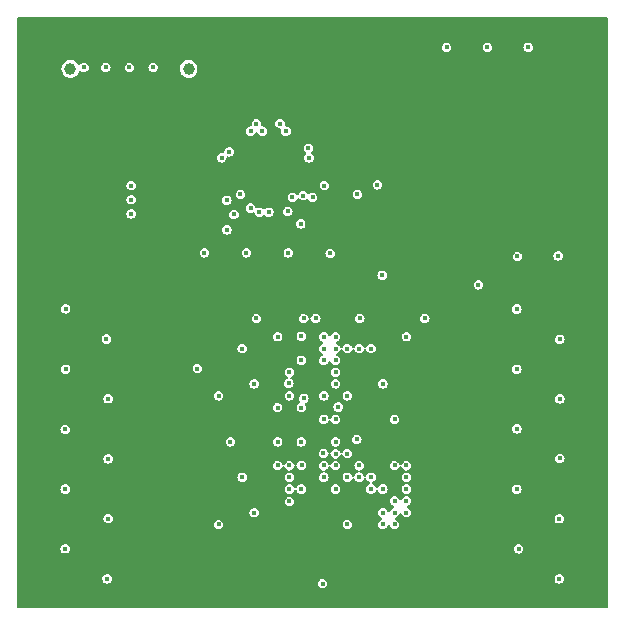
<source format=gbr>
%TF.GenerationSoftware,KiCad,Pcbnew,7.0.10*%
%TF.CreationDate,2024-01-13T18:06:35+01:00*%
%TF.ProjectId,FPGA,46504741-2e6b-4696-9361-645f70636258,rev?*%
%TF.SameCoordinates,Original*%
%TF.FileFunction,Copper,L2,Inr*%
%TF.FilePolarity,Positive*%
%FSLAX46Y46*%
G04 Gerber Fmt 4.6, Leading zero omitted, Abs format (unit mm)*
G04 Created by KiCad (PCBNEW 7.0.10) date 2024-01-13 18:06:35*
%MOMM*%
%LPD*%
G01*
G04 APERTURE LIST*
%TA.AperFunction,ComponentPad*%
%ADD10C,1.000000*%
%TD*%
%TA.AperFunction,ViaPad*%
%ADD11C,0.400000*%
%TD*%
G04 APERTURE END LIST*
D10*
%TO.N,N/C*%
%TO.C,J1*%
X91500000Y-77375000D03*
X81500000Y-77375000D03*
%TD*%
D11*
%TO.N,PG4*%
X107500000Y-87200000D03*
%TO.N,EN3*%
X86650000Y-89650000D03*
%TO.N,EN2*%
X86650000Y-88450000D03*
%TO.N,EN4*%
X86650000Y-87250000D03*
%TO.N,1.2V*%
X107900000Y-94850000D03*
%TO.N,GND*%
X109000000Y-95000000D03*
X95050000Y-81800000D03*
X104550000Y-84900000D03*
X92600000Y-84050000D03*
%TO.N,TDO*%
X101050000Y-112950000D03*
%TO.N,TMS*%
X82650000Y-77250000D03*
%TO.N,TCK*%
X84500000Y-77250000D03*
%TO.N,TDO*%
X86500000Y-77250000D03*
%TO.N,TDI*%
X88500000Y-77250000D03*
%TO.N,Net-(U1C-PROGRAM_B_0)*%
X119350000Y-93250000D03*
%TO.N,1.8V*%
X102850000Y-120950000D03*
%TO.N,Net-(J4-Pin_7)*%
X101050857Y-100002898D03*
%TO.N,Net-(J4-Pin_6)*%
X102950000Y-100050000D03*
%TO.N,Net-(J4-Pin_4)*%
X103950000Y-100050000D03*
%TO.N,Net-(J3-Pin_6)*%
X122945000Y-110360000D03*
%TO.N,Net-(J3-Pin_8)*%
X122895000Y-115460000D03*
%TO.N,Net-(J3-Pin_4)*%
X122945000Y-105310000D03*
%TO.N,Net-(J3-Pin_5)*%
X119295000Y-107860000D03*
%TO.N,Net-(J3-Pin_2)*%
X122945000Y-100260000D03*
%TO.N,Net-(J3-Pin_3)*%
X119295000Y-102810000D03*
%TO.N,Net-(J3-Pin_9)*%
X119445000Y-118010000D03*
%TO.N,Net-(J3-Pin_10)*%
X122895000Y-120560000D03*
%TO.N,Net-(J3-Pin_7)*%
X119295000Y-112960000D03*
%TO.N,Net-(J3-Pin_1)*%
X119295000Y-97710000D03*
%TO.N,Net-(J4-Pin_9)*%
X81050000Y-118000000D03*
%TO.N,Net-(J4-Pin_7)*%
X81050000Y-112950000D03*
%TO.N,Net-(J4-Pin_5)*%
X81050000Y-107900000D03*
%TO.N,Net-(J4-Pin_3)*%
X81100000Y-102800000D03*
%TO.N,Net-(J4-Pin_1)*%
X81100000Y-97700000D03*
%TO.N,Net-(J4-Pin_2)*%
X84550000Y-100250000D03*
%TO.N,Net-(J4-Pin_4)*%
X84700000Y-105300000D03*
%TO.N,Net-(J4-Pin_6)*%
X84700000Y-110400000D03*
%TO.N,Net-(J4-Pin_8)*%
X84700000Y-115450000D03*
%TO.N,Net-(J4-Pin_10)*%
X84600000Y-120550000D03*
%TO.N,INIT_B*%
X122800000Y-93200000D03*
%TO.N,LED_Test*%
X116050000Y-95650000D03*
%TO.N,GND*%
X98150000Y-120000000D03*
X110550000Y-119100000D03*
X80500000Y-81500000D03*
X92500000Y-81500000D03*
X98500000Y-77300000D03*
X99600000Y-75700000D03*
X97300000Y-75700000D03*
%TO.N,EN1*%
X105800000Y-88000000D03*
%TO.N,GND*%
X121600000Y-86100000D03*
X117100000Y-86100000D03*
X107900000Y-86100000D03*
X112500000Y-86100000D03*
X123700000Y-75550000D03*
%TO.N,1V*%
X120250000Y-75550000D03*
%TO.N,1.2V*%
X116800000Y-75550000D03*
%TO.N,1.8V*%
X113350000Y-75550000D03*
%TO.N,3.3V*%
X92250000Y-102750000D03*
%TO.N,EN1*%
X95900000Y-88000000D03*
X94300000Y-84900000D03*
X94950000Y-84400000D03*
%TO.N,1V*%
X96750000Y-82650000D03*
%TO.N,EN3*%
X97250000Y-82000000D03*
%TO.N,EN1*%
X97750000Y-82650000D03*
%TO.N,PG4*%
X99250000Y-82000000D03*
%TO.N,3.3V*%
X99750000Y-82650000D03*
%TO.N,EN4*%
X101650000Y-84100000D03*
%TO.N,EN1*%
X101700000Y-84900000D03*
X101200000Y-88100000D03*
%TO.N,EN3*%
X99900000Y-89450000D03*
%TO.N,1.2V*%
X100300000Y-88250000D03*
%TO.N,EN4*%
X98300000Y-89500000D03*
%TO.N,EN2*%
X97500000Y-89500000D03*
%TO.N,1.8V*%
X96750000Y-89150000D03*
%TO.N,GND*%
X98250000Y-91500000D03*
X91000000Y-91500000D03*
X101750000Y-91500000D03*
%TO.N,1.2V*%
X103500000Y-93000000D03*
%TO.N,GND*%
X94705553Y-92000000D03*
%TO.N,LX1*%
X101000000Y-90500000D03*
X95350000Y-89700000D03*
%TO.N,LX2*%
X94750000Y-91000000D03*
X94750000Y-88500000D03*
%TO.N,LX4*%
X103000000Y-87250000D03*
X102000000Y-88250000D03*
%TO.N,3.3V*%
X92850000Y-92950000D03*
%TO.N,1.8V*%
X96400000Y-92950000D03*
%TO.N,1V*%
X99950000Y-92950000D03*
%TO.N,1.2V*%
X103500000Y-93000000D03*
%TO.N,GND*%
X114750000Y-114000000D03*
X96250000Y-96000000D03*
X107750000Y-96000000D03*
X110500000Y-96000000D03*
%TO.N,1V*%
X111500000Y-98500000D03*
%TO.N,GND*%
X98000000Y-96750000D03*
X100500000Y-96750000D03*
X105250000Y-96750000D03*
X103000000Y-96750000D03*
%TO.N,1V*%
X106000000Y-98500000D03*
%TO.N,1.8V*%
X97250000Y-98500000D03*
X101250000Y-98500000D03*
%TO.N,1V*%
X102275000Y-98500000D03*
%TO.N,GND*%
X90500000Y-103750000D03*
X90500000Y-106500000D03*
X90500000Y-109000000D03*
X90500000Y-111500000D03*
X114000000Y-104000000D03*
X114000000Y-106500000D03*
X114000000Y-109000000D03*
X114000000Y-111500000D03*
%TO.N,3.3V*%
X100000000Y-104000000D03*
%TO.N,Net-(J3-Pin_1)*%
X108950000Y-115950000D03*
%TO.N,Net-(J3-Pin_9)*%
X105950000Y-111950000D03*
%TO.N,GND*%
X104950000Y-108950000D03*
X94050000Y-100050000D03*
%TO.N,3.3V*%
X99050000Y-110950000D03*
%TO.N,Net-(J3-Pin_6)*%
X108950000Y-113950000D03*
%TO.N,GND*%
X103950000Y-111950000D03*
%TO.N,1.8V*%
X104950000Y-109950000D03*
%TO.N,Net-(J4-Pin_3)*%
X103950000Y-101050000D03*
%TO.N,Net-(J4-Pin_8)*%
X102950000Y-102050000D03*
%TO.N,GND*%
X102950000Y-114950000D03*
%TO.N,Net-(J3-Pin_7)*%
X109950000Y-112950000D03*
%TO.N,Net-(U1C-PROGRAM_B_0)*%
X102950000Y-110950000D03*
%TO.N,1V*%
X100050000Y-105050000D03*
%TO.N,3.3V*%
X109950000Y-100050000D03*
%TO.N,Net-(J4-Pin_2)*%
X104950000Y-101050000D03*
%TO.N,GND*%
X98050000Y-112950000D03*
%TO.N,3.3V*%
X100050000Y-114000000D03*
%TO.N,1V*%
X99050000Y-106050000D03*
%TO.N,GND*%
X106950000Y-106050000D03*
X108950000Y-102050000D03*
%TO.N,INIT_B*%
X103950000Y-109950000D03*
%TO.N,GND*%
X100050000Y-106050000D03*
%TO.N,TMS*%
X100050000Y-111950000D03*
%TO.N,GND*%
X109950000Y-105050000D03*
%TO.N,1.8V*%
X103950000Y-110950000D03*
%TO.N,DONE*%
X103950000Y-107050000D03*
%TO.N,3.3V*%
X95050000Y-108950000D03*
X107950000Y-104050000D03*
%TO.N,TDI*%
X100050000Y-112950000D03*
%TO.N,GND*%
X101050000Y-111950000D03*
X99050000Y-105050000D03*
%TO.N,Net-(J4-Pin_10)*%
X103950000Y-103050000D03*
%TO.N,1.8V*%
X101270000Y-105270000D03*
%TO.N,3.3V*%
X96050000Y-101050000D03*
%TO.N,1.8V*%
X104169194Y-105999430D03*
%TO.N,3.3V*%
X104950000Y-115950000D03*
%TO.N,GND*%
X103950000Y-105050000D03*
X101050000Y-101050000D03*
%TO.N,Net-(U1C-VREFP_0)*%
X101050000Y-108950000D03*
%TO.N,3.3V*%
X97050000Y-104050000D03*
%TO.N,Net-(J4-Pin_5)*%
X102950000Y-101050000D03*
%TO.N,GND*%
X109950000Y-115950000D03*
%TO.N,3.3V*%
X100050000Y-103050000D03*
X103950000Y-102050000D03*
X94050000Y-105050000D03*
%TO.N,GND*%
X104950000Y-110950000D03*
%TO.N,3.3V*%
X103950000Y-112950000D03*
X106950000Y-111950000D03*
%TO.N,1V*%
X99050000Y-108950000D03*
%TO.N,3.3V*%
X109950000Y-110950000D03*
%TO.N,GND*%
X95050000Y-113950000D03*
X102950000Y-104050000D03*
X99050000Y-109950000D03*
X104950000Y-100050000D03*
X98050000Y-102050000D03*
%TO.N,3.3V*%
X105750000Y-108750000D03*
X104950000Y-111950000D03*
X102950000Y-111950000D03*
X94050000Y-115950000D03*
%TO.N,Net-(J3-Pin_8)*%
X109950000Y-111950000D03*
%TO.N,1V*%
X102950000Y-105050000D03*
%TO.N,GND*%
X99050000Y-107050000D03*
%TO.N,1.8V*%
X103950000Y-108950000D03*
%TO.N,1V*%
X102925000Y-109925000D03*
%TO.N,GND*%
X96050000Y-106050000D03*
%TO.N,3.3V*%
X106950000Y-101050000D03*
%TO.N,1V*%
X101075000Y-110925000D03*
%TO.N,3.3V*%
X108950000Y-110950000D03*
%TO.N,Net-(J3-Pin_2)*%
X107950000Y-115950000D03*
%TO.N,1V*%
X104950000Y-105050000D03*
%TO.N,GND*%
X102950000Y-106050000D03*
X100050000Y-107050000D03*
X94050000Y-110950000D03*
X105950000Y-113950000D03*
X105950000Y-103050000D03*
%TO.N,1V*%
X102950000Y-107050000D03*
%TO.N,3.3V*%
X96050000Y-111950000D03*
%TO.N,1V*%
X103950000Y-104050000D03*
%TO.N,GND*%
X99050000Y-115950000D03*
X102950000Y-108950000D03*
%TO.N,Net-(J3-Pin_5)*%
X109950000Y-113950000D03*
%TO.N,LED_Test*%
X106950000Y-112950000D03*
%TO.N,GND*%
X108950000Y-112950000D03*
%TO.N,Net-(J3-Pin_4)*%
X108950000Y-114950000D03*
%TO.N,Net-(J4-Pin_1)*%
X105950000Y-101050000D03*
%TO.N,Net-(J3-Pin_3)*%
X109950000Y-114950000D03*
%TO.N,GND*%
X107950000Y-109950000D03*
%TO.N,TCK*%
X100050000Y-110950000D03*
%TO.N,3.3V*%
X97050000Y-114950000D03*
%TO.N,GND*%
X97050000Y-109950000D03*
%TO.N,3.3V*%
X108950000Y-107050000D03*
X107950000Y-114950000D03*
%TO.N,Net-(J4-Pin_9)*%
X101050000Y-102050000D03*
%TO.N,3.3V*%
X99050000Y-100050000D03*
%TO.N,1.8V*%
X101050000Y-106050000D03*
%TO.N,CLK*%
X107950000Y-112950000D03*
%TO.N,Net-(J3-Pin_10)*%
X105950000Y-110950000D03*
%TO.N,GND*%
X95050000Y-103050000D03*
%TD*%
%TA.AperFunction,Conductor*%
%TO.N,GND*%
G36*
X126942539Y-73020185D02*
G01*
X126988294Y-73072989D01*
X126999500Y-73124500D01*
X126999500Y-122875500D01*
X126979815Y-122942539D01*
X126927011Y-122988294D01*
X126875500Y-122999500D01*
X77124500Y-122999500D01*
X77057461Y-122979815D01*
X77011706Y-122927011D01*
X77000500Y-122875500D01*
X77000500Y-120550003D01*
X84194508Y-120550003D01*
X84214352Y-120675300D01*
X84214352Y-120675301D01*
X84219449Y-120685304D01*
X84271950Y-120788342D01*
X84271952Y-120788344D01*
X84271954Y-120788347D01*
X84361652Y-120878045D01*
X84361654Y-120878046D01*
X84361658Y-120878050D01*
X84474696Y-120935646D01*
X84474697Y-120935646D01*
X84474699Y-120935647D01*
X84599997Y-120955492D01*
X84600000Y-120955492D01*
X84600003Y-120955492D01*
X84634659Y-120950003D01*
X102444508Y-120950003D01*
X102464352Y-121075300D01*
X102464352Y-121075301D01*
X102464354Y-121075304D01*
X102521950Y-121188342D01*
X102521952Y-121188344D01*
X102521954Y-121188347D01*
X102611652Y-121278045D01*
X102611654Y-121278046D01*
X102611658Y-121278050D01*
X102724696Y-121335646D01*
X102724697Y-121335646D01*
X102724699Y-121335647D01*
X102849997Y-121355492D01*
X102850000Y-121355492D01*
X102850003Y-121355492D01*
X102975300Y-121335647D01*
X102975301Y-121335647D01*
X102975302Y-121335646D01*
X102975304Y-121335646D01*
X103088342Y-121278050D01*
X103178050Y-121188342D01*
X103235646Y-121075304D01*
X103235646Y-121075302D01*
X103235647Y-121075301D01*
X103235647Y-121075300D01*
X103255492Y-120950003D01*
X103255492Y-120949996D01*
X103235647Y-120824699D01*
X103235647Y-120824698D01*
X103217125Y-120788347D01*
X103178050Y-120711658D01*
X103178046Y-120711654D01*
X103178045Y-120711652D01*
X103088347Y-120621954D01*
X103088344Y-120621952D01*
X103088342Y-120621950D01*
X102975304Y-120564354D01*
X102975303Y-120564353D01*
X102975300Y-120564352D01*
X102947840Y-120560003D01*
X122489508Y-120560003D01*
X122509352Y-120685300D01*
X122509352Y-120685301D01*
X122522782Y-120711658D01*
X122566950Y-120798342D01*
X122566952Y-120798344D01*
X122566954Y-120798347D01*
X122656652Y-120888045D01*
X122656654Y-120888046D01*
X122656658Y-120888050D01*
X122769696Y-120945646D01*
X122769697Y-120945646D01*
X122769699Y-120945647D01*
X122894997Y-120965492D01*
X122895000Y-120965492D01*
X122895003Y-120965492D01*
X123020300Y-120945647D01*
X123020301Y-120945647D01*
X123020302Y-120945646D01*
X123020304Y-120945646D01*
X123133342Y-120888050D01*
X123223050Y-120798342D01*
X123280646Y-120685304D01*
X123280646Y-120685302D01*
X123280647Y-120685301D01*
X123280647Y-120685300D01*
X123300492Y-120560003D01*
X123300492Y-120559996D01*
X123280647Y-120434699D01*
X123280647Y-120434698D01*
X123275551Y-120424696D01*
X123223050Y-120321658D01*
X123223046Y-120321654D01*
X123223045Y-120321652D01*
X123133347Y-120231954D01*
X123133344Y-120231952D01*
X123133342Y-120231950D01*
X123020304Y-120174354D01*
X123020303Y-120174353D01*
X123020300Y-120174352D01*
X122895003Y-120154508D01*
X122894997Y-120154508D01*
X122769699Y-120174352D01*
X122769698Y-120174352D01*
X122694337Y-120212751D01*
X122656658Y-120231950D01*
X122656657Y-120231951D01*
X122656652Y-120231954D01*
X122566954Y-120321652D01*
X122566951Y-120321657D01*
X122509352Y-120434698D01*
X122509352Y-120434699D01*
X122489508Y-120559996D01*
X122489508Y-120560003D01*
X102947840Y-120560003D01*
X102850003Y-120544508D01*
X102849997Y-120544508D01*
X102724699Y-120564352D01*
X102724698Y-120564352D01*
X102649337Y-120602751D01*
X102611658Y-120621950D01*
X102611657Y-120621951D01*
X102611652Y-120621954D01*
X102521954Y-120711652D01*
X102521951Y-120711657D01*
X102464352Y-120824698D01*
X102464352Y-120824699D01*
X102444508Y-120949996D01*
X102444508Y-120950003D01*
X84634659Y-120950003D01*
X84725300Y-120935647D01*
X84725301Y-120935647D01*
X84725302Y-120935646D01*
X84725304Y-120935646D01*
X84838342Y-120878050D01*
X84928050Y-120788342D01*
X84985646Y-120675304D01*
X84985646Y-120675302D01*
X84985647Y-120675301D01*
X84985647Y-120675300D01*
X85005492Y-120550003D01*
X85005492Y-120549996D01*
X84985647Y-120424699D01*
X84985647Y-120424698D01*
X84985646Y-120424696D01*
X84928050Y-120311658D01*
X84928046Y-120311654D01*
X84928045Y-120311652D01*
X84838347Y-120221954D01*
X84838344Y-120221952D01*
X84838342Y-120221950D01*
X84725304Y-120164354D01*
X84725303Y-120164353D01*
X84725300Y-120164352D01*
X84600003Y-120144508D01*
X84599997Y-120144508D01*
X84474699Y-120164352D01*
X84474698Y-120164352D01*
X84399337Y-120202751D01*
X84361658Y-120221950D01*
X84361657Y-120221951D01*
X84361652Y-120221954D01*
X84271954Y-120311652D01*
X84271951Y-120311657D01*
X84271950Y-120311658D01*
X84266855Y-120321658D01*
X84214352Y-120424698D01*
X84214352Y-120424699D01*
X84194508Y-120549996D01*
X84194508Y-120550003D01*
X77000500Y-120550003D01*
X77000500Y-118000003D01*
X80644508Y-118000003D01*
X80664352Y-118125300D01*
X80664352Y-118125301D01*
X80669449Y-118135304D01*
X80721950Y-118238342D01*
X80721952Y-118238344D01*
X80721954Y-118238347D01*
X80811652Y-118328045D01*
X80811654Y-118328046D01*
X80811658Y-118328050D01*
X80924696Y-118385646D01*
X80924697Y-118385646D01*
X80924699Y-118385647D01*
X81049997Y-118405492D01*
X81050000Y-118405492D01*
X81050003Y-118405492D01*
X81175300Y-118385647D01*
X81175301Y-118385647D01*
X81175302Y-118385646D01*
X81175304Y-118385646D01*
X81288342Y-118328050D01*
X81378050Y-118238342D01*
X81435646Y-118125304D01*
X81435646Y-118125302D01*
X81435647Y-118125301D01*
X81435647Y-118125300D01*
X81453908Y-118010003D01*
X119039508Y-118010003D01*
X119059352Y-118135300D01*
X119059352Y-118135301D01*
X119059354Y-118135304D01*
X119116950Y-118248342D01*
X119116952Y-118248344D01*
X119116954Y-118248347D01*
X119206652Y-118338045D01*
X119206654Y-118338046D01*
X119206658Y-118338050D01*
X119319696Y-118395646D01*
X119319697Y-118395646D01*
X119319699Y-118395647D01*
X119444997Y-118415492D01*
X119445000Y-118415492D01*
X119445003Y-118415492D01*
X119570300Y-118395647D01*
X119570301Y-118395647D01*
X119570302Y-118395646D01*
X119570304Y-118395646D01*
X119683342Y-118338050D01*
X119773050Y-118248342D01*
X119830646Y-118135304D01*
X119830646Y-118135302D01*
X119830647Y-118135301D01*
X119830647Y-118135300D01*
X119850492Y-118010003D01*
X119850492Y-118009996D01*
X119830647Y-117884699D01*
X119830647Y-117884698D01*
X119825551Y-117874696D01*
X119773050Y-117771658D01*
X119773046Y-117771654D01*
X119773045Y-117771652D01*
X119683347Y-117681954D01*
X119683344Y-117681952D01*
X119683342Y-117681950D01*
X119570304Y-117624354D01*
X119570303Y-117624353D01*
X119570300Y-117624352D01*
X119445003Y-117604508D01*
X119444997Y-117604508D01*
X119319699Y-117624352D01*
X119319698Y-117624352D01*
X119244337Y-117662751D01*
X119206658Y-117681950D01*
X119206657Y-117681951D01*
X119206652Y-117681954D01*
X119116954Y-117771652D01*
X119116951Y-117771657D01*
X119059352Y-117884698D01*
X119059352Y-117884699D01*
X119039508Y-118009996D01*
X119039508Y-118010003D01*
X81453908Y-118010003D01*
X81455492Y-118000003D01*
X81455492Y-117999996D01*
X81435647Y-117874699D01*
X81435647Y-117874698D01*
X81435646Y-117874696D01*
X81378050Y-117761658D01*
X81378046Y-117761654D01*
X81378045Y-117761652D01*
X81288347Y-117671954D01*
X81288344Y-117671952D01*
X81288342Y-117671950D01*
X81175304Y-117614354D01*
X81175303Y-117614353D01*
X81175300Y-117614352D01*
X81050003Y-117594508D01*
X81049997Y-117594508D01*
X80924699Y-117614352D01*
X80924698Y-117614352D01*
X80849337Y-117652751D01*
X80811658Y-117671950D01*
X80811657Y-117671951D01*
X80811652Y-117671954D01*
X80721954Y-117761652D01*
X80721951Y-117761657D01*
X80721950Y-117761658D01*
X80716855Y-117771658D01*
X80664352Y-117874698D01*
X80664352Y-117874699D01*
X80644508Y-117999996D01*
X80644508Y-118000003D01*
X77000500Y-118000003D01*
X77000500Y-115950003D01*
X93644508Y-115950003D01*
X93664352Y-116075300D01*
X93664352Y-116075301D01*
X93664354Y-116075304D01*
X93721950Y-116188342D01*
X93721952Y-116188344D01*
X93721954Y-116188347D01*
X93811652Y-116278045D01*
X93811654Y-116278046D01*
X93811658Y-116278050D01*
X93924696Y-116335646D01*
X93924697Y-116335646D01*
X93924699Y-116335647D01*
X94049997Y-116355492D01*
X94050000Y-116355492D01*
X94050003Y-116355492D01*
X94175300Y-116335647D01*
X94175301Y-116335647D01*
X94175302Y-116335646D01*
X94175304Y-116335646D01*
X94288342Y-116278050D01*
X94378050Y-116188342D01*
X94435646Y-116075304D01*
X94435646Y-116075302D01*
X94435647Y-116075301D01*
X94435647Y-116075300D01*
X94455492Y-115950003D01*
X104544508Y-115950003D01*
X104564352Y-116075300D01*
X104564352Y-116075301D01*
X104564354Y-116075304D01*
X104621950Y-116188342D01*
X104621952Y-116188344D01*
X104621954Y-116188347D01*
X104711652Y-116278045D01*
X104711654Y-116278046D01*
X104711658Y-116278050D01*
X104824696Y-116335646D01*
X104824697Y-116335646D01*
X104824699Y-116335647D01*
X104949997Y-116355492D01*
X104950000Y-116355492D01*
X104950003Y-116355492D01*
X105075300Y-116335647D01*
X105075301Y-116335647D01*
X105075302Y-116335646D01*
X105075304Y-116335646D01*
X105188342Y-116278050D01*
X105278050Y-116188342D01*
X105335646Y-116075304D01*
X105335646Y-116075302D01*
X105335647Y-116075301D01*
X105335647Y-116075300D01*
X105355492Y-115950003D01*
X107544508Y-115950003D01*
X107564352Y-116075300D01*
X107564352Y-116075301D01*
X107564354Y-116075304D01*
X107621950Y-116188342D01*
X107621952Y-116188344D01*
X107621954Y-116188347D01*
X107711652Y-116278045D01*
X107711654Y-116278046D01*
X107711658Y-116278050D01*
X107824696Y-116335646D01*
X107824697Y-116335646D01*
X107824699Y-116335647D01*
X107949997Y-116355492D01*
X107950000Y-116355492D01*
X107950003Y-116355492D01*
X108075300Y-116335647D01*
X108075301Y-116335647D01*
X108075302Y-116335646D01*
X108075304Y-116335646D01*
X108188342Y-116278050D01*
X108278050Y-116188342D01*
X108335646Y-116075304D01*
X108335646Y-116075302D01*
X108339515Y-116067710D01*
X108387490Y-116016914D01*
X108455311Y-116000119D01*
X108521446Y-116022657D01*
X108560485Y-116067710D01*
X108564353Y-116075302D01*
X108564354Y-116075304D01*
X108621950Y-116188342D01*
X108621952Y-116188344D01*
X108621954Y-116188347D01*
X108711652Y-116278045D01*
X108711654Y-116278046D01*
X108711658Y-116278050D01*
X108824696Y-116335646D01*
X108824697Y-116335646D01*
X108824699Y-116335647D01*
X108949997Y-116355492D01*
X108950000Y-116355492D01*
X108950003Y-116355492D01*
X109075300Y-116335647D01*
X109075301Y-116335647D01*
X109075302Y-116335646D01*
X109075304Y-116335646D01*
X109188342Y-116278050D01*
X109278050Y-116188342D01*
X109335646Y-116075304D01*
X109335646Y-116075302D01*
X109335647Y-116075301D01*
X109335647Y-116075300D01*
X109355492Y-115950003D01*
X109355492Y-115949996D01*
X109335647Y-115824699D01*
X109335647Y-115824698D01*
X109335646Y-115824696D01*
X109278050Y-115711658D01*
X109278046Y-115711654D01*
X109278045Y-115711652D01*
X109188347Y-115621954D01*
X109188344Y-115621952D01*
X109188342Y-115621950D01*
X109075304Y-115564354D01*
X109075302Y-115564353D01*
X109067710Y-115560485D01*
X109016914Y-115512510D01*
X109003911Y-115460003D01*
X122489508Y-115460003D01*
X122509352Y-115585300D01*
X122509352Y-115585301D01*
X122509354Y-115585304D01*
X122566950Y-115698342D01*
X122566952Y-115698344D01*
X122566954Y-115698347D01*
X122656652Y-115788045D01*
X122656654Y-115788046D01*
X122656658Y-115788050D01*
X122769696Y-115845646D01*
X122769697Y-115845646D01*
X122769699Y-115845647D01*
X122894997Y-115865492D01*
X122895000Y-115865492D01*
X122895003Y-115865492D01*
X123020300Y-115845647D01*
X123020301Y-115845647D01*
X123020302Y-115845646D01*
X123020304Y-115845646D01*
X123133342Y-115788050D01*
X123223050Y-115698342D01*
X123280646Y-115585304D01*
X123280646Y-115585302D01*
X123280647Y-115585301D01*
X123280647Y-115585300D01*
X123300492Y-115460003D01*
X123300492Y-115459996D01*
X123280647Y-115334699D01*
X123280647Y-115334698D01*
X123251782Y-115278048D01*
X123223050Y-115221658D01*
X123223046Y-115221654D01*
X123223045Y-115221652D01*
X123133347Y-115131954D01*
X123133344Y-115131952D01*
X123133342Y-115131950D01*
X123020304Y-115074354D01*
X123020303Y-115074353D01*
X123020300Y-115074352D01*
X122895003Y-115054508D01*
X122894997Y-115054508D01*
X122769699Y-115074352D01*
X122769698Y-115074352D01*
X122694337Y-115112751D01*
X122656658Y-115131950D01*
X122656657Y-115131951D01*
X122656652Y-115131954D01*
X122566954Y-115221652D01*
X122566951Y-115221657D01*
X122509352Y-115334698D01*
X122509352Y-115334699D01*
X122489508Y-115459996D01*
X122489508Y-115460003D01*
X109003911Y-115460003D01*
X109000119Y-115444689D01*
X109022657Y-115378554D01*
X109067710Y-115339515D01*
X109075302Y-115335646D01*
X109075304Y-115335646D01*
X109188342Y-115278050D01*
X109278050Y-115188342D01*
X109335646Y-115075304D01*
X109335646Y-115075302D01*
X109339515Y-115067710D01*
X109387490Y-115016914D01*
X109455311Y-115000119D01*
X109521446Y-115022657D01*
X109560485Y-115067710D01*
X109564353Y-115075302D01*
X109564354Y-115075304D01*
X109621950Y-115188342D01*
X109621952Y-115188344D01*
X109621954Y-115188347D01*
X109711652Y-115278045D01*
X109711654Y-115278046D01*
X109711658Y-115278050D01*
X109824696Y-115335646D01*
X109824697Y-115335646D01*
X109824699Y-115335647D01*
X109949997Y-115355492D01*
X109950000Y-115355492D01*
X109950003Y-115355492D01*
X110075300Y-115335647D01*
X110075301Y-115335647D01*
X110075302Y-115335646D01*
X110075304Y-115335646D01*
X110188342Y-115278050D01*
X110278050Y-115188342D01*
X110335646Y-115075304D01*
X110335646Y-115075302D01*
X110335647Y-115075301D01*
X110335647Y-115075300D01*
X110355492Y-114950003D01*
X110355492Y-114949996D01*
X110335647Y-114824699D01*
X110335647Y-114824698D01*
X110335646Y-114824696D01*
X110278050Y-114711658D01*
X110278046Y-114711654D01*
X110278045Y-114711652D01*
X110188347Y-114621954D01*
X110188344Y-114621952D01*
X110188342Y-114621950D01*
X110075304Y-114564354D01*
X110075302Y-114564353D01*
X110067710Y-114560485D01*
X110016914Y-114512510D01*
X110000119Y-114444689D01*
X110022657Y-114378554D01*
X110067710Y-114339515D01*
X110075302Y-114335646D01*
X110075304Y-114335646D01*
X110188342Y-114278050D01*
X110278050Y-114188342D01*
X110335646Y-114075304D01*
X110335646Y-114075302D01*
X110335647Y-114075301D01*
X110335647Y-114075300D01*
X110355492Y-113950003D01*
X110355492Y-113949996D01*
X110335647Y-113824699D01*
X110335647Y-113824698D01*
X110303526Y-113761658D01*
X110278050Y-113711658D01*
X110278046Y-113711654D01*
X110278045Y-113711652D01*
X110188347Y-113621954D01*
X110188344Y-113621952D01*
X110188342Y-113621950D01*
X110075304Y-113564354D01*
X110075302Y-113564353D01*
X110067710Y-113560485D01*
X110016914Y-113512510D01*
X110000119Y-113444689D01*
X110022657Y-113378554D01*
X110067710Y-113339515D01*
X110075302Y-113335646D01*
X110075304Y-113335646D01*
X110188342Y-113278050D01*
X110278050Y-113188342D01*
X110335646Y-113075304D01*
X110335646Y-113075302D01*
X110335647Y-113075301D01*
X110335647Y-113075300D01*
X110353908Y-112960003D01*
X118889508Y-112960003D01*
X118909352Y-113085300D01*
X118909352Y-113085301D01*
X118909354Y-113085304D01*
X118966950Y-113198342D01*
X118966952Y-113198344D01*
X118966954Y-113198347D01*
X119056652Y-113288045D01*
X119056654Y-113288046D01*
X119056658Y-113288050D01*
X119169696Y-113345646D01*
X119169697Y-113345646D01*
X119169699Y-113345647D01*
X119294997Y-113365492D01*
X119295000Y-113365492D01*
X119295003Y-113365492D01*
X119420300Y-113345647D01*
X119420301Y-113345647D01*
X119420302Y-113345646D01*
X119420304Y-113345646D01*
X119533342Y-113288050D01*
X119623050Y-113198342D01*
X119680646Y-113085304D01*
X119680646Y-113085302D01*
X119680647Y-113085301D01*
X119680647Y-113085300D01*
X119700492Y-112960003D01*
X119700492Y-112959996D01*
X119680647Y-112834699D01*
X119680647Y-112834698D01*
X119675551Y-112824696D01*
X119623050Y-112721658D01*
X119623046Y-112721654D01*
X119623045Y-112721652D01*
X119533347Y-112631954D01*
X119533344Y-112631952D01*
X119533342Y-112631950D01*
X119420304Y-112574354D01*
X119420303Y-112574353D01*
X119420300Y-112574352D01*
X119295003Y-112554508D01*
X119294997Y-112554508D01*
X119169699Y-112574352D01*
X119169698Y-112574352D01*
X119094337Y-112612751D01*
X119056658Y-112631950D01*
X119056657Y-112631951D01*
X119056652Y-112631954D01*
X118966954Y-112721652D01*
X118966951Y-112721657D01*
X118909352Y-112834698D01*
X118909352Y-112834699D01*
X118889508Y-112959996D01*
X118889508Y-112960003D01*
X110353908Y-112960003D01*
X110355492Y-112950003D01*
X110355492Y-112949996D01*
X110335647Y-112824699D01*
X110335647Y-112824698D01*
X110335646Y-112824696D01*
X110278050Y-112711658D01*
X110278046Y-112711654D01*
X110278045Y-112711652D01*
X110188347Y-112621954D01*
X110188344Y-112621952D01*
X110188342Y-112621950D01*
X110075304Y-112564354D01*
X110075302Y-112564353D01*
X110067710Y-112560485D01*
X110016914Y-112512510D01*
X110000119Y-112444689D01*
X110022657Y-112378554D01*
X110067710Y-112339515D01*
X110075302Y-112335646D01*
X110075304Y-112335646D01*
X110188342Y-112278050D01*
X110278050Y-112188342D01*
X110335646Y-112075304D01*
X110335646Y-112075302D01*
X110335647Y-112075301D01*
X110335647Y-112075300D01*
X110355492Y-111950003D01*
X110355492Y-111949996D01*
X110335647Y-111824699D01*
X110335647Y-111824698D01*
X110335646Y-111824696D01*
X110278050Y-111711658D01*
X110278046Y-111711654D01*
X110278045Y-111711652D01*
X110188347Y-111621954D01*
X110188344Y-111621952D01*
X110188342Y-111621950D01*
X110075304Y-111564354D01*
X110075302Y-111564353D01*
X110067710Y-111560485D01*
X110016914Y-111512510D01*
X110000119Y-111444689D01*
X110022657Y-111378554D01*
X110067710Y-111339515D01*
X110075302Y-111335646D01*
X110075304Y-111335646D01*
X110188342Y-111278050D01*
X110278050Y-111188342D01*
X110335646Y-111075304D01*
X110335646Y-111075302D01*
X110335647Y-111075301D01*
X110335647Y-111075300D01*
X110355492Y-110950003D01*
X110355492Y-110949996D01*
X110335647Y-110824699D01*
X110335647Y-110824698D01*
X110322909Y-110799699D01*
X110278050Y-110711658D01*
X110278046Y-110711654D01*
X110278045Y-110711652D01*
X110188347Y-110621954D01*
X110188344Y-110621952D01*
X110188342Y-110621950D01*
X110075304Y-110564354D01*
X110075303Y-110564353D01*
X110075300Y-110564352D01*
X109950003Y-110544508D01*
X109949997Y-110544508D01*
X109824699Y-110564352D01*
X109824698Y-110564352D01*
X109760723Y-110596950D01*
X109711658Y-110621950D01*
X109711657Y-110621951D01*
X109711652Y-110621954D01*
X109621954Y-110711652D01*
X109621949Y-110711659D01*
X109560484Y-110832290D01*
X109512510Y-110883085D01*
X109444689Y-110899880D01*
X109378554Y-110877342D01*
X109339516Y-110832290D01*
X109286401Y-110728048D01*
X109278050Y-110711658D01*
X109278047Y-110711655D01*
X109278045Y-110711652D01*
X109188347Y-110621954D01*
X109188344Y-110621952D01*
X109188342Y-110621950D01*
X109075304Y-110564354D01*
X109075303Y-110564353D01*
X109075300Y-110564352D01*
X108950003Y-110544508D01*
X108949997Y-110544508D01*
X108824699Y-110564352D01*
X108824698Y-110564352D01*
X108760723Y-110596950D01*
X108711658Y-110621950D01*
X108711657Y-110621951D01*
X108711652Y-110621954D01*
X108621954Y-110711652D01*
X108621951Y-110711657D01*
X108621950Y-110711658D01*
X108613599Y-110728048D01*
X108564352Y-110824698D01*
X108564352Y-110824699D01*
X108544508Y-110949996D01*
X108544508Y-110950003D01*
X108564352Y-111075300D01*
X108564352Y-111075301D01*
X108564354Y-111075304D01*
X108621950Y-111188342D01*
X108621952Y-111188344D01*
X108621954Y-111188347D01*
X108711652Y-111278045D01*
X108711654Y-111278046D01*
X108711658Y-111278050D01*
X108824696Y-111335646D01*
X108824697Y-111335646D01*
X108824699Y-111335647D01*
X108949997Y-111355492D01*
X108950000Y-111355492D01*
X108950003Y-111355492D01*
X109075300Y-111335647D01*
X109075301Y-111335647D01*
X109075302Y-111335646D01*
X109075304Y-111335646D01*
X109188342Y-111278050D01*
X109278050Y-111188342D01*
X109335646Y-111075304D01*
X109335646Y-111075302D01*
X109339515Y-111067710D01*
X109387490Y-111016914D01*
X109455311Y-111000119D01*
X109521446Y-111022657D01*
X109560485Y-111067710D01*
X109564353Y-111075302D01*
X109564354Y-111075304D01*
X109621950Y-111188342D01*
X109621952Y-111188344D01*
X109621954Y-111188347D01*
X109711652Y-111278045D01*
X109711655Y-111278047D01*
X109711658Y-111278050D01*
X109764845Y-111305150D01*
X109832290Y-111339516D01*
X109883085Y-111387490D01*
X109899880Y-111455311D01*
X109877342Y-111521446D01*
X109832290Y-111560484D01*
X109711659Y-111621949D01*
X109711652Y-111621954D01*
X109621954Y-111711652D01*
X109621951Y-111711657D01*
X109621950Y-111711658D01*
X109602751Y-111749337D01*
X109564352Y-111824698D01*
X109564352Y-111824699D01*
X109544508Y-111949996D01*
X109544508Y-111950003D01*
X109564352Y-112075300D01*
X109564352Y-112075301D01*
X109564354Y-112075304D01*
X109621950Y-112188342D01*
X109621952Y-112188344D01*
X109621954Y-112188347D01*
X109711652Y-112278045D01*
X109711655Y-112278047D01*
X109711658Y-112278050D01*
X109764845Y-112305150D01*
X109832290Y-112339516D01*
X109883085Y-112387490D01*
X109899880Y-112455311D01*
X109877342Y-112521446D01*
X109832290Y-112560484D01*
X109711659Y-112621949D01*
X109711652Y-112621954D01*
X109621954Y-112711652D01*
X109621951Y-112711657D01*
X109621950Y-112711658D01*
X109616855Y-112721658D01*
X109564352Y-112824698D01*
X109564352Y-112824699D01*
X109544508Y-112949996D01*
X109544508Y-112950003D01*
X109564352Y-113075300D01*
X109564352Y-113075301D01*
X109569449Y-113085304D01*
X109621950Y-113188342D01*
X109621952Y-113188344D01*
X109621954Y-113188347D01*
X109711652Y-113278045D01*
X109711655Y-113278047D01*
X109711658Y-113278050D01*
X109764845Y-113305150D01*
X109832290Y-113339516D01*
X109883085Y-113387490D01*
X109899880Y-113455311D01*
X109877342Y-113521446D01*
X109832290Y-113560484D01*
X109711659Y-113621949D01*
X109711652Y-113621954D01*
X109621954Y-113711652D01*
X109621949Y-113711659D01*
X109560484Y-113832290D01*
X109512510Y-113883085D01*
X109444689Y-113899880D01*
X109378554Y-113877342D01*
X109339516Y-113832290D01*
X109303523Y-113761652D01*
X109278050Y-113711658D01*
X109278047Y-113711655D01*
X109278045Y-113711652D01*
X109188347Y-113621954D01*
X109188344Y-113621952D01*
X109188342Y-113621950D01*
X109075304Y-113564354D01*
X109075303Y-113564353D01*
X109075300Y-113564352D01*
X108950003Y-113544508D01*
X108949997Y-113544508D01*
X108824699Y-113564352D01*
X108824698Y-113564352D01*
X108749337Y-113602751D01*
X108711658Y-113621950D01*
X108711657Y-113621951D01*
X108711652Y-113621954D01*
X108621954Y-113711652D01*
X108621951Y-113711657D01*
X108621950Y-113711658D01*
X108602751Y-113749337D01*
X108564352Y-113824698D01*
X108564352Y-113824699D01*
X108544508Y-113949996D01*
X108544508Y-113950003D01*
X108564352Y-114075300D01*
X108564352Y-114075301D01*
X108564354Y-114075304D01*
X108621950Y-114188342D01*
X108621952Y-114188344D01*
X108621954Y-114188347D01*
X108711652Y-114278045D01*
X108711655Y-114278047D01*
X108711658Y-114278050D01*
X108764845Y-114305150D01*
X108832290Y-114339516D01*
X108883085Y-114387490D01*
X108899880Y-114455311D01*
X108877342Y-114521446D01*
X108832290Y-114560484D01*
X108711659Y-114621949D01*
X108711652Y-114621954D01*
X108621954Y-114711652D01*
X108621949Y-114711659D01*
X108560484Y-114832290D01*
X108512510Y-114883085D01*
X108444689Y-114899880D01*
X108378554Y-114877342D01*
X108339516Y-114832290D01*
X108305150Y-114764845D01*
X108278050Y-114711658D01*
X108278047Y-114711655D01*
X108278045Y-114711652D01*
X108188347Y-114621954D01*
X108188344Y-114621952D01*
X108188342Y-114621950D01*
X108075304Y-114564354D01*
X108075303Y-114564353D01*
X108075300Y-114564352D01*
X107950003Y-114544508D01*
X107949997Y-114544508D01*
X107824699Y-114564352D01*
X107824698Y-114564352D01*
X107749337Y-114602751D01*
X107711658Y-114621950D01*
X107711657Y-114621951D01*
X107711652Y-114621954D01*
X107621954Y-114711652D01*
X107621951Y-114711657D01*
X107621950Y-114711658D01*
X107602751Y-114749337D01*
X107564352Y-114824698D01*
X107564352Y-114824699D01*
X107544508Y-114949996D01*
X107544508Y-114950003D01*
X107564352Y-115075300D01*
X107564352Y-115075301D01*
X107564354Y-115075304D01*
X107621950Y-115188342D01*
X107621952Y-115188344D01*
X107621954Y-115188347D01*
X107711652Y-115278045D01*
X107711655Y-115278047D01*
X107711658Y-115278050D01*
X107764845Y-115305150D01*
X107832290Y-115339516D01*
X107883085Y-115387490D01*
X107899880Y-115455311D01*
X107877342Y-115521446D01*
X107832290Y-115560484D01*
X107711659Y-115621949D01*
X107711652Y-115621954D01*
X107621954Y-115711652D01*
X107621951Y-115711657D01*
X107621950Y-115711658D01*
X107602751Y-115749337D01*
X107564352Y-115824698D01*
X107564352Y-115824699D01*
X107544508Y-115949996D01*
X107544508Y-115950003D01*
X105355492Y-115950003D01*
X105355492Y-115949996D01*
X105335647Y-115824699D01*
X105335647Y-115824698D01*
X105335646Y-115824696D01*
X105278050Y-115711658D01*
X105278046Y-115711654D01*
X105278045Y-115711652D01*
X105188347Y-115621954D01*
X105188344Y-115621952D01*
X105188342Y-115621950D01*
X105075304Y-115564354D01*
X105075303Y-115564353D01*
X105075300Y-115564352D01*
X104950003Y-115544508D01*
X104949997Y-115544508D01*
X104824699Y-115564352D01*
X104824698Y-115564352D01*
X104783585Y-115585301D01*
X104711658Y-115621950D01*
X104711657Y-115621951D01*
X104711652Y-115621954D01*
X104621954Y-115711652D01*
X104621951Y-115711657D01*
X104621950Y-115711658D01*
X104602751Y-115749337D01*
X104564352Y-115824698D01*
X104564352Y-115824699D01*
X104544508Y-115949996D01*
X104544508Y-115950003D01*
X94455492Y-115950003D01*
X94455492Y-115949996D01*
X94435647Y-115824699D01*
X94435647Y-115824698D01*
X94435646Y-115824696D01*
X94378050Y-115711658D01*
X94378046Y-115711654D01*
X94378045Y-115711652D01*
X94288347Y-115621954D01*
X94288344Y-115621952D01*
X94288342Y-115621950D01*
X94175304Y-115564354D01*
X94175303Y-115564353D01*
X94175300Y-115564352D01*
X94050003Y-115544508D01*
X94049997Y-115544508D01*
X93924699Y-115564352D01*
X93924698Y-115564352D01*
X93883585Y-115585301D01*
X93811658Y-115621950D01*
X93811657Y-115621951D01*
X93811652Y-115621954D01*
X93721954Y-115711652D01*
X93721951Y-115711657D01*
X93721950Y-115711658D01*
X93702751Y-115749337D01*
X93664352Y-115824698D01*
X93664352Y-115824699D01*
X93644508Y-115949996D01*
X93644508Y-115950003D01*
X77000500Y-115950003D01*
X77000500Y-115450003D01*
X84294508Y-115450003D01*
X84314352Y-115575300D01*
X84314352Y-115575301D01*
X84319449Y-115585304D01*
X84371950Y-115688342D01*
X84371952Y-115688344D01*
X84371954Y-115688347D01*
X84461652Y-115778045D01*
X84461654Y-115778046D01*
X84461658Y-115778050D01*
X84574696Y-115835646D01*
X84574697Y-115835646D01*
X84574699Y-115835647D01*
X84699997Y-115855492D01*
X84700000Y-115855492D01*
X84700003Y-115855492D01*
X84825300Y-115835647D01*
X84825301Y-115835647D01*
X84825302Y-115835646D01*
X84825304Y-115835646D01*
X84938342Y-115778050D01*
X85028050Y-115688342D01*
X85085646Y-115575304D01*
X85085646Y-115575302D01*
X85085647Y-115575301D01*
X85085647Y-115575300D01*
X85105492Y-115450003D01*
X85105492Y-115449996D01*
X85085647Y-115324699D01*
X85085647Y-115324698D01*
X85085646Y-115324696D01*
X85028050Y-115211658D01*
X85028046Y-115211654D01*
X85028045Y-115211652D01*
X84938347Y-115121954D01*
X84938344Y-115121952D01*
X84938342Y-115121950D01*
X84825304Y-115064354D01*
X84825303Y-115064353D01*
X84825300Y-115064352D01*
X84700003Y-115044508D01*
X84699997Y-115044508D01*
X84574699Y-115064352D01*
X84574698Y-115064352D01*
X84499337Y-115102751D01*
X84461658Y-115121950D01*
X84461657Y-115121951D01*
X84461652Y-115121954D01*
X84371954Y-115211652D01*
X84371951Y-115211657D01*
X84371950Y-115211658D01*
X84366855Y-115221658D01*
X84314352Y-115324698D01*
X84314352Y-115324699D01*
X84294508Y-115449996D01*
X84294508Y-115450003D01*
X77000500Y-115450003D01*
X77000500Y-114950003D01*
X96644508Y-114950003D01*
X96664352Y-115075300D01*
X96664352Y-115075301D01*
X96664354Y-115075304D01*
X96721950Y-115188342D01*
X96721952Y-115188344D01*
X96721954Y-115188347D01*
X96811652Y-115278045D01*
X96811654Y-115278046D01*
X96811658Y-115278050D01*
X96924696Y-115335646D01*
X96924697Y-115335646D01*
X96924699Y-115335647D01*
X97049997Y-115355492D01*
X97050000Y-115355492D01*
X97050003Y-115355492D01*
X97175300Y-115335647D01*
X97175301Y-115335647D01*
X97175302Y-115335646D01*
X97175304Y-115335646D01*
X97288342Y-115278050D01*
X97378050Y-115188342D01*
X97435646Y-115075304D01*
X97435646Y-115075302D01*
X97435647Y-115075301D01*
X97435647Y-115075300D01*
X97455492Y-114950003D01*
X97455492Y-114949996D01*
X97435647Y-114824699D01*
X97435647Y-114824698D01*
X97435646Y-114824696D01*
X97378050Y-114711658D01*
X97378046Y-114711654D01*
X97378045Y-114711652D01*
X97288347Y-114621954D01*
X97288344Y-114621952D01*
X97288342Y-114621950D01*
X97175304Y-114564354D01*
X97175303Y-114564353D01*
X97175300Y-114564352D01*
X97050003Y-114544508D01*
X97049997Y-114544508D01*
X96924699Y-114564352D01*
X96924698Y-114564352D01*
X96849337Y-114602751D01*
X96811658Y-114621950D01*
X96811657Y-114621951D01*
X96811652Y-114621954D01*
X96721954Y-114711652D01*
X96721951Y-114711657D01*
X96721950Y-114711658D01*
X96702751Y-114749337D01*
X96664352Y-114824698D01*
X96664352Y-114824699D01*
X96644508Y-114949996D01*
X96644508Y-114950003D01*
X77000500Y-114950003D01*
X77000500Y-114000003D01*
X99644508Y-114000003D01*
X99664352Y-114125300D01*
X99664352Y-114125301D01*
X99664354Y-114125304D01*
X99721950Y-114238342D01*
X99721952Y-114238344D01*
X99721954Y-114238347D01*
X99811652Y-114328045D01*
X99811654Y-114328046D01*
X99811658Y-114328050D01*
X99924696Y-114385646D01*
X99924697Y-114385646D01*
X99924699Y-114385647D01*
X100049997Y-114405492D01*
X100050000Y-114405492D01*
X100050003Y-114405492D01*
X100175300Y-114385647D01*
X100175301Y-114385647D01*
X100175302Y-114385646D01*
X100175304Y-114385646D01*
X100288342Y-114328050D01*
X100378050Y-114238342D01*
X100435646Y-114125304D01*
X100435646Y-114125302D01*
X100435647Y-114125301D01*
X100435647Y-114125300D01*
X100455492Y-114000003D01*
X100455492Y-113999996D01*
X100435647Y-113874699D01*
X100435647Y-113874698D01*
X100435646Y-113874696D01*
X100378050Y-113761658D01*
X100378046Y-113761654D01*
X100378045Y-113761652D01*
X100288347Y-113671954D01*
X100288344Y-113671952D01*
X100288342Y-113671950D01*
X100175304Y-113614354D01*
X100175303Y-113614353D01*
X100175300Y-113614352D01*
X100068724Y-113597473D01*
X100050349Y-113588762D01*
X100031276Y-113597473D01*
X99924698Y-113614352D01*
X99849337Y-113652751D01*
X99811658Y-113671950D01*
X99811657Y-113671951D01*
X99811652Y-113671954D01*
X99721954Y-113761652D01*
X99721951Y-113761657D01*
X99664352Y-113874698D01*
X99664352Y-113874699D01*
X99644508Y-113999996D01*
X99644508Y-114000003D01*
X77000500Y-114000003D01*
X77000500Y-112950003D01*
X80644508Y-112950003D01*
X80664352Y-113075300D01*
X80664352Y-113075301D01*
X80669449Y-113085304D01*
X80721950Y-113188342D01*
X80721952Y-113188344D01*
X80721954Y-113188347D01*
X80811652Y-113278045D01*
X80811654Y-113278046D01*
X80811658Y-113278050D01*
X80924696Y-113335646D01*
X80924697Y-113335646D01*
X80924699Y-113335647D01*
X81049997Y-113355492D01*
X81050000Y-113355492D01*
X81050003Y-113355492D01*
X81175300Y-113335647D01*
X81175301Y-113335647D01*
X81175302Y-113335646D01*
X81175304Y-113335646D01*
X81288342Y-113278050D01*
X81378050Y-113188342D01*
X81435646Y-113075304D01*
X81435646Y-113075302D01*
X81435647Y-113075301D01*
X81435647Y-113075300D01*
X81455492Y-112950003D01*
X81455492Y-112949996D01*
X81435647Y-112824699D01*
X81435647Y-112824698D01*
X81435646Y-112824696D01*
X81378050Y-112711658D01*
X81378046Y-112711654D01*
X81378045Y-112711652D01*
X81288347Y-112621954D01*
X81288344Y-112621952D01*
X81288342Y-112621950D01*
X81175304Y-112564354D01*
X81175303Y-112564353D01*
X81175300Y-112564352D01*
X81050003Y-112544508D01*
X81049997Y-112544508D01*
X80924699Y-112564352D01*
X80924698Y-112564352D01*
X80849337Y-112602751D01*
X80811658Y-112621950D01*
X80811657Y-112621951D01*
X80811652Y-112621954D01*
X80721954Y-112711652D01*
X80721951Y-112711657D01*
X80721950Y-112711658D01*
X80716855Y-112721658D01*
X80664352Y-112824698D01*
X80664352Y-112824699D01*
X80644508Y-112949996D01*
X80644508Y-112950003D01*
X77000500Y-112950003D01*
X77000500Y-111950003D01*
X95644508Y-111950003D01*
X95664352Y-112075300D01*
X95664352Y-112075301D01*
X95664354Y-112075304D01*
X95721950Y-112188342D01*
X95721952Y-112188344D01*
X95721954Y-112188347D01*
X95811652Y-112278045D01*
X95811654Y-112278046D01*
X95811658Y-112278050D01*
X95924696Y-112335646D01*
X95924697Y-112335646D01*
X95924699Y-112335647D01*
X96049997Y-112355492D01*
X96050000Y-112355492D01*
X96050003Y-112355492D01*
X96175300Y-112335647D01*
X96175301Y-112335647D01*
X96175302Y-112335646D01*
X96175304Y-112335646D01*
X96288342Y-112278050D01*
X96378050Y-112188342D01*
X96435646Y-112075304D01*
X96435646Y-112075302D01*
X96435647Y-112075301D01*
X96435647Y-112075300D01*
X96455492Y-111950003D01*
X96455492Y-111949996D01*
X96435647Y-111824699D01*
X96435647Y-111824698D01*
X96435646Y-111824696D01*
X96378050Y-111711658D01*
X96378046Y-111711654D01*
X96378045Y-111711652D01*
X96288347Y-111621954D01*
X96288344Y-111621952D01*
X96288342Y-111621950D01*
X96175304Y-111564354D01*
X96175303Y-111564353D01*
X96175300Y-111564352D01*
X96050003Y-111544508D01*
X96049997Y-111544508D01*
X95924699Y-111564352D01*
X95924698Y-111564352D01*
X95849337Y-111602751D01*
X95811658Y-111621950D01*
X95811657Y-111621951D01*
X95811652Y-111621954D01*
X95721954Y-111711652D01*
X95721951Y-111711657D01*
X95721950Y-111711658D01*
X95702751Y-111749337D01*
X95664352Y-111824698D01*
X95664352Y-111824699D01*
X95644508Y-111949996D01*
X95644508Y-111950003D01*
X77000500Y-111950003D01*
X77000500Y-110950003D01*
X98644508Y-110950003D01*
X98664352Y-111075300D01*
X98664352Y-111075301D01*
X98664354Y-111075304D01*
X98721950Y-111188342D01*
X98721952Y-111188344D01*
X98721954Y-111188347D01*
X98811652Y-111278045D01*
X98811654Y-111278046D01*
X98811658Y-111278050D01*
X98924696Y-111335646D01*
X98924697Y-111335646D01*
X98924699Y-111335647D01*
X99049997Y-111355492D01*
X99050000Y-111355492D01*
X99050003Y-111355492D01*
X99175300Y-111335647D01*
X99175301Y-111335647D01*
X99175302Y-111335646D01*
X99175304Y-111335646D01*
X99288342Y-111278050D01*
X99378050Y-111188342D01*
X99435646Y-111075304D01*
X99435646Y-111075302D01*
X99439515Y-111067710D01*
X99487490Y-111016914D01*
X99555311Y-111000119D01*
X99621446Y-111022657D01*
X99660485Y-111067710D01*
X99664353Y-111075302D01*
X99664354Y-111075304D01*
X99721950Y-111188342D01*
X99721952Y-111188344D01*
X99721954Y-111188347D01*
X99811652Y-111278045D01*
X99811655Y-111278047D01*
X99811658Y-111278050D01*
X99864845Y-111305150D01*
X99932290Y-111339516D01*
X99983085Y-111387490D01*
X99999880Y-111455311D01*
X99977342Y-111521446D01*
X99932290Y-111560484D01*
X99811659Y-111621949D01*
X99811652Y-111621954D01*
X99721954Y-111711652D01*
X99721951Y-111711657D01*
X99721950Y-111711658D01*
X99702751Y-111749337D01*
X99664352Y-111824698D01*
X99664352Y-111824699D01*
X99644508Y-111949996D01*
X99644508Y-111950003D01*
X99664352Y-112075300D01*
X99664352Y-112075301D01*
X99664354Y-112075304D01*
X99721950Y-112188342D01*
X99721952Y-112188344D01*
X99721954Y-112188347D01*
X99811652Y-112278045D01*
X99811655Y-112278047D01*
X99811658Y-112278050D01*
X99864845Y-112305150D01*
X99932290Y-112339516D01*
X99983085Y-112387490D01*
X99999880Y-112455311D01*
X99977342Y-112521446D01*
X99932290Y-112560484D01*
X99811659Y-112621949D01*
X99811652Y-112621954D01*
X99721954Y-112711652D01*
X99721951Y-112711657D01*
X99721950Y-112711658D01*
X99716855Y-112721658D01*
X99664352Y-112824698D01*
X99664352Y-112824699D01*
X99644508Y-112949996D01*
X99644508Y-112950003D01*
X99664352Y-113075300D01*
X99664352Y-113075301D01*
X99669449Y-113085304D01*
X99721950Y-113188342D01*
X99721952Y-113188344D01*
X99721954Y-113188347D01*
X99811652Y-113278045D01*
X99811654Y-113278046D01*
X99811658Y-113278050D01*
X99924696Y-113335646D01*
X99924698Y-113335647D01*
X100031276Y-113352527D01*
X100049650Y-113361237D01*
X100068724Y-113352527D01*
X100175300Y-113335647D01*
X100175301Y-113335647D01*
X100175302Y-113335646D01*
X100175304Y-113335646D01*
X100288342Y-113278050D01*
X100378050Y-113188342D01*
X100435646Y-113075304D01*
X100435646Y-113075302D01*
X100439515Y-113067710D01*
X100487490Y-113016914D01*
X100555311Y-113000119D01*
X100621446Y-113022657D01*
X100660485Y-113067710D01*
X100664353Y-113075302D01*
X100664354Y-113075304D01*
X100721950Y-113188342D01*
X100721952Y-113188344D01*
X100721954Y-113188347D01*
X100811652Y-113278045D01*
X100811654Y-113278046D01*
X100811658Y-113278050D01*
X100924696Y-113335646D01*
X100924697Y-113335646D01*
X100924699Y-113335647D01*
X101049997Y-113355492D01*
X101050000Y-113355492D01*
X101050003Y-113355492D01*
X101175300Y-113335647D01*
X101175301Y-113335647D01*
X101175302Y-113335646D01*
X101175304Y-113335646D01*
X101288342Y-113278050D01*
X101378050Y-113188342D01*
X101435646Y-113075304D01*
X101435646Y-113075302D01*
X101435647Y-113075301D01*
X101435647Y-113075300D01*
X101455492Y-112950003D01*
X103544508Y-112950003D01*
X103564352Y-113075300D01*
X103564352Y-113075301D01*
X103569449Y-113085304D01*
X103621950Y-113188342D01*
X103621952Y-113188344D01*
X103621954Y-113188347D01*
X103711652Y-113278045D01*
X103711654Y-113278046D01*
X103711658Y-113278050D01*
X103824696Y-113335646D01*
X103824697Y-113335646D01*
X103824699Y-113335647D01*
X103949997Y-113355492D01*
X103950000Y-113355492D01*
X103950003Y-113355492D01*
X104075300Y-113335647D01*
X104075301Y-113335647D01*
X104075302Y-113335646D01*
X104075304Y-113335646D01*
X104188342Y-113278050D01*
X104278050Y-113188342D01*
X104335646Y-113075304D01*
X104335646Y-113075302D01*
X104335647Y-113075301D01*
X104335647Y-113075300D01*
X104355492Y-112950003D01*
X104355492Y-112949996D01*
X104335647Y-112824699D01*
X104335647Y-112824698D01*
X104335646Y-112824696D01*
X104278050Y-112711658D01*
X104278046Y-112711654D01*
X104278045Y-112711652D01*
X104188347Y-112621954D01*
X104188344Y-112621952D01*
X104188342Y-112621950D01*
X104075304Y-112564354D01*
X104075303Y-112564353D01*
X104075300Y-112564352D01*
X103950003Y-112544508D01*
X103949997Y-112544508D01*
X103824699Y-112564352D01*
X103824698Y-112564352D01*
X103749337Y-112602751D01*
X103711658Y-112621950D01*
X103711657Y-112621951D01*
X103711652Y-112621954D01*
X103621954Y-112711652D01*
X103621951Y-112711657D01*
X103621950Y-112711658D01*
X103616855Y-112721658D01*
X103564352Y-112824698D01*
X103564352Y-112824699D01*
X103544508Y-112949996D01*
X103544508Y-112950003D01*
X101455492Y-112950003D01*
X101455492Y-112949996D01*
X101435647Y-112824699D01*
X101435647Y-112824698D01*
X101435646Y-112824696D01*
X101378050Y-112711658D01*
X101378046Y-112711654D01*
X101378045Y-112711652D01*
X101288347Y-112621954D01*
X101288344Y-112621952D01*
X101288342Y-112621950D01*
X101175304Y-112564354D01*
X101175303Y-112564353D01*
X101175300Y-112564352D01*
X101050003Y-112544508D01*
X101049997Y-112544508D01*
X100924699Y-112564352D01*
X100924698Y-112564352D01*
X100849337Y-112602751D01*
X100811658Y-112621950D01*
X100811657Y-112621951D01*
X100811652Y-112621954D01*
X100721954Y-112711652D01*
X100721949Y-112711659D01*
X100660484Y-112832290D01*
X100612510Y-112883085D01*
X100544689Y-112899880D01*
X100478554Y-112877342D01*
X100439516Y-112832290D01*
X100383145Y-112721658D01*
X100378050Y-112711658D01*
X100378047Y-112711655D01*
X100378045Y-112711652D01*
X100288347Y-112621954D01*
X100288344Y-112621952D01*
X100288342Y-112621950D01*
X100175304Y-112564354D01*
X100175302Y-112564353D01*
X100167710Y-112560485D01*
X100116914Y-112512510D01*
X100100119Y-112444689D01*
X100122657Y-112378554D01*
X100167710Y-112339515D01*
X100175302Y-112335646D01*
X100175304Y-112335646D01*
X100288342Y-112278050D01*
X100378050Y-112188342D01*
X100435646Y-112075304D01*
X100435646Y-112075302D01*
X100435647Y-112075301D01*
X100435647Y-112075300D01*
X100455492Y-111950003D01*
X102544508Y-111950003D01*
X102564352Y-112075300D01*
X102564352Y-112075301D01*
X102564354Y-112075304D01*
X102621950Y-112188342D01*
X102621952Y-112188344D01*
X102621954Y-112188347D01*
X102711652Y-112278045D01*
X102711654Y-112278046D01*
X102711658Y-112278050D01*
X102824696Y-112335646D01*
X102824697Y-112335646D01*
X102824699Y-112335647D01*
X102949997Y-112355492D01*
X102950000Y-112355492D01*
X102950003Y-112355492D01*
X103075300Y-112335647D01*
X103075301Y-112335647D01*
X103075302Y-112335646D01*
X103075304Y-112335646D01*
X103188342Y-112278050D01*
X103278050Y-112188342D01*
X103335646Y-112075304D01*
X103335646Y-112075302D01*
X103335647Y-112075301D01*
X103335647Y-112075300D01*
X103355492Y-111950003D01*
X104544508Y-111950003D01*
X104564352Y-112075300D01*
X104564352Y-112075301D01*
X104564354Y-112075304D01*
X104621950Y-112188342D01*
X104621952Y-112188344D01*
X104621954Y-112188347D01*
X104711652Y-112278045D01*
X104711654Y-112278046D01*
X104711658Y-112278050D01*
X104824696Y-112335646D01*
X104824697Y-112335646D01*
X104824699Y-112335647D01*
X104949997Y-112355492D01*
X104950000Y-112355492D01*
X104950003Y-112355492D01*
X105075300Y-112335647D01*
X105075301Y-112335647D01*
X105075302Y-112335646D01*
X105075304Y-112335646D01*
X105188342Y-112278050D01*
X105278050Y-112188342D01*
X105335646Y-112075304D01*
X105335646Y-112075302D01*
X105339515Y-112067710D01*
X105387490Y-112016914D01*
X105455311Y-112000119D01*
X105521446Y-112022657D01*
X105560485Y-112067710D01*
X105564353Y-112075302D01*
X105564354Y-112075304D01*
X105621950Y-112188342D01*
X105621952Y-112188344D01*
X105621954Y-112188347D01*
X105711652Y-112278045D01*
X105711654Y-112278046D01*
X105711658Y-112278050D01*
X105824696Y-112335646D01*
X105824697Y-112335646D01*
X105824699Y-112335647D01*
X105949997Y-112355492D01*
X105950000Y-112355492D01*
X105950003Y-112355492D01*
X106075300Y-112335647D01*
X106075301Y-112335647D01*
X106075302Y-112335646D01*
X106075304Y-112335646D01*
X106188342Y-112278050D01*
X106278050Y-112188342D01*
X106335646Y-112075304D01*
X106335646Y-112075302D01*
X106339515Y-112067710D01*
X106387490Y-112016914D01*
X106455311Y-112000119D01*
X106521446Y-112022657D01*
X106560485Y-112067710D01*
X106564353Y-112075302D01*
X106564354Y-112075304D01*
X106621950Y-112188342D01*
X106621952Y-112188344D01*
X106621954Y-112188347D01*
X106711652Y-112278045D01*
X106711655Y-112278047D01*
X106711658Y-112278050D01*
X106764845Y-112305150D01*
X106832290Y-112339516D01*
X106883085Y-112387490D01*
X106899880Y-112455311D01*
X106877342Y-112521446D01*
X106832290Y-112560484D01*
X106711659Y-112621949D01*
X106711652Y-112621954D01*
X106621954Y-112711652D01*
X106621951Y-112711657D01*
X106621950Y-112711658D01*
X106616855Y-112721658D01*
X106564352Y-112824698D01*
X106564352Y-112824699D01*
X106544508Y-112949996D01*
X106544508Y-112950003D01*
X106564352Y-113075300D01*
X106564352Y-113075301D01*
X106569449Y-113085304D01*
X106621950Y-113188342D01*
X106621952Y-113188344D01*
X106621954Y-113188347D01*
X106711652Y-113278045D01*
X106711654Y-113278046D01*
X106711658Y-113278050D01*
X106824696Y-113335646D01*
X106824697Y-113335646D01*
X106824699Y-113335647D01*
X106949997Y-113355492D01*
X106950000Y-113355492D01*
X106950003Y-113355492D01*
X107075300Y-113335647D01*
X107075301Y-113335647D01*
X107075302Y-113335646D01*
X107075304Y-113335646D01*
X107188342Y-113278050D01*
X107278050Y-113188342D01*
X107335646Y-113075304D01*
X107335646Y-113075302D01*
X107339515Y-113067710D01*
X107387490Y-113016914D01*
X107455311Y-113000119D01*
X107521446Y-113022657D01*
X107560485Y-113067710D01*
X107564353Y-113075302D01*
X107564354Y-113075304D01*
X107621950Y-113188342D01*
X107621952Y-113188344D01*
X107621954Y-113188347D01*
X107711652Y-113278045D01*
X107711654Y-113278046D01*
X107711658Y-113278050D01*
X107824696Y-113335646D01*
X107824697Y-113335646D01*
X107824699Y-113335647D01*
X107949997Y-113355492D01*
X107950000Y-113355492D01*
X107950003Y-113355492D01*
X108075300Y-113335647D01*
X108075301Y-113335647D01*
X108075302Y-113335646D01*
X108075304Y-113335646D01*
X108188342Y-113278050D01*
X108278050Y-113188342D01*
X108335646Y-113075304D01*
X108335646Y-113075302D01*
X108335647Y-113075301D01*
X108335647Y-113075300D01*
X108355492Y-112950003D01*
X108355492Y-112949996D01*
X108335647Y-112824699D01*
X108335647Y-112824698D01*
X108335646Y-112824696D01*
X108278050Y-112711658D01*
X108278046Y-112711654D01*
X108278045Y-112711652D01*
X108188347Y-112621954D01*
X108188344Y-112621952D01*
X108188342Y-112621950D01*
X108075304Y-112564354D01*
X108075303Y-112564353D01*
X108075300Y-112564352D01*
X107950003Y-112544508D01*
X107949997Y-112544508D01*
X107824699Y-112564352D01*
X107824698Y-112564352D01*
X107749337Y-112602751D01*
X107711658Y-112621950D01*
X107711657Y-112621951D01*
X107711652Y-112621954D01*
X107621954Y-112711652D01*
X107621949Y-112711659D01*
X107560484Y-112832290D01*
X107512510Y-112883085D01*
X107444689Y-112899880D01*
X107378554Y-112877342D01*
X107339516Y-112832290D01*
X107283145Y-112721658D01*
X107278050Y-112711658D01*
X107278047Y-112711655D01*
X107278045Y-112711652D01*
X107188347Y-112621954D01*
X107188344Y-112621952D01*
X107188342Y-112621950D01*
X107075304Y-112564354D01*
X107075302Y-112564353D01*
X107067710Y-112560485D01*
X107016914Y-112512510D01*
X107000119Y-112444689D01*
X107022657Y-112378554D01*
X107067710Y-112339515D01*
X107075302Y-112335646D01*
X107075304Y-112335646D01*
X107188342Y-112278050D01*
X107278050Y-112188342D01*
X107335646Y-112075304D01*
X107335646Y-112075302D01*
X107335647Y-112075301D01*
X107335647Y-112075300D01*
X107355492Y-111950003D01*
X107355492Y-111949996D01*
X107335647Y-111824699D01*
X107335647Y-111824698D01*
X107335646Y-111824696D01*
X107278050Y-111711658D01*
X107278046Y-111711654D01*
X107278045Y-111711652D01*
X107188347Y-111621954D01*
X107188344Y-111621952D01*
X107188342Y-111621950D01*
X107075304Y-111564354D01*
X107075303Y-111564353D01*
X107075300Y-111564352D01*
X106950003Y-111544508D01*
X106949997Y-111544508D01*
X106824699Y-111564352D01*
X106824698Y-111564352D01*
X106749337Y-111602751D01*
X106711658Y-111621950D01*
X106711657Y-111621951D01*
X106711652Y-111621954D01*
X106621954Y-111711652D01*
X106621949Y-111711659D01*
X106560484Y-111832290D01*
X106512510Y-111883085D01*
X106444689Y-111899880D01*
X106378554Y-111877342D01*
X106339516Y-111832290D01*
X106305150Y-111764845D01*
X106278050Y-111711658D01*
X106278047Y-111711655D01*
X106278045Y-111711652D01*
X106188347Y-111621954D01*
X106188344Y-111621952D01*
X106188342Y-111621950D01*
X106075304Y-111564354D01*
X106075302Y-111564353D01*
X106067710Y-111560485D01*
X106016914Y-111512510D01*
X106000119Y-111444689D01*
X106022657Y-111378554D01*
X106067710Y-111339515D01*
X106075302Y-111335646D01*
X106075304Y-111335646D01*
X106188342Y-111278050D01*
X106278050Y-111188342D01*
X106335646Y-111075304D01*
X106335646Y-111075302D01*
X106335647Y-111075301D01*
X106335647Y-111075300D01*
X106355492Y-110950003D01*
X106355492Y-110949996D01*
X106335647Y-110824699D01*
X106335647Y-110824698D01*
X106322909Y-110799699D01*
X106278050Y-110711658D01*
X106278046Y-110711654D01*
X106278045Y-110711652D01*
X106188347Y-110621954D01*
X106188344Y-110621952D01*
X106188342Y-110621950D01*
X106075304Y-110564354D01*
X106075303Y-110564353D01*
X106075300Y-110564352D01*
X105950003Y-110544508D01*
X105949997Y-110544508D01*
X105824699Y-110564352D01*
X105824698Y-110564352D01*
X105760723Y-110596950D01*
X105711658Y-110621950D01*
X105711657Y-110621951D01*
X105711652Y-110621954D01*
X105621954Y-110711652D01*
X105621951Y-110711657D01*
X105621950Y-110711658D01*
X105613599Y-110728048D01*
X105564352Y-110824698D01*
X105564352Y-110824699D01*
X105544508Y-110949996D01*
X105544508Y-110950003D01*
X105564352Y-111075300D01*
X105564352Y-111075301D01*
X105564354Y-111075304D01*
X105621950Y-111188342D01*
X105621952Y-111188344D01*
X105621954Y-111188347D01*
X105711652Y-111278045D01*
X105711655Y-111278047D01*
X105711658Y-111278050D01*
X105764845Y-111305150D01*
X105832290Y-111339516D01*
X105883085Y-111387490D01*
X105899880Y-111455311D01*
X105877342Y-111521446D01*
X105832290Y-111560484D01*
X105711659Y-111621949D01*
X105711652Y-111621954D01*
X105621954Y-111711652D01*
X105621949Y-111711659D01*
X105560484Y-111832290D01*
X105512510Y-111883085D01*
X105444689Y-111899880D01*
X105378554Y-111877342D01*
X105339516Y-111832290D01*
X105305150Y-111764845D01*
X105278050Y-111711658D01*
X105278047Y-111711655D01*
X105278045Y-111711652D01*
X105188347Y-111621954D01*
X105188344Y-111621952D01*
X105188342Y-111621950D01*
X105075304Y-111564354D01*
X105075303Y-111564353D01*
X105075300Y-111564352D01*
X104950003Y-111544508D01*
X104949997Y-111544508D01*
X104824699Y-111564352D01*
X104824698Y-111564352D01*
X104749337Y-111602751D01*
X104711658Y-111621950D01*
X104711657Y-111621951D01*
X104711652Y-111621954D01*
X104621954Y-111711652D01*
X104621951Y-111711657D01*
X104621950Y-111711658D01*
X104602751Y-111749337D01*
X104564352Y-111824698D01*
X104564352Y-111824699D01*
X104544508Y-111949996D01*
X104544508Y-111950003D01*
X103355492Y-111950003D01*
X103355492Y-111949996D01*
X103335647Y-111824699D01*
X103335647Y-111824698D01*
X103335646Y-111824696D01*
X103278050Y-111711658D01*
X103278046Y-111711654D01*
X103278045Y-111711652D01*
X103188347Y-111621954D01*
X103188344Y-111621952D01*
X103188342Y-111621950D01*
X103075304Y-111564354D01*
X103075302Y-111564353D01*
X103067710Y-111560485D01*
X103016914Y-111512510D01*
X103000119Y-111444689D01*
X103022657Y-111378554D01*
X103067710Y-111339515D01*
X103075302Y-111335646D01*
X103075304Y-111335646D01*
X103188342Y-111278050D01*
X103278050Y-111188342D01*
X103335646Y-111075304D01*
X103335646Y-111075302D01*
X103339515Y-111067710D01*
X103387490Y-111016914D01*
X103455311Y-111000119D01*
X103521446Y-111022657D01*
X103560485Y-111067710D01*
X103564353Y-111075302D01*
X103564354Y-111075304D01*
X103621950Y-111188342D01*
X103621952Y-111188344D01*
X103621954Y-111188347D01*
X103711652Y-111278045D01*
X103711654Y-111278046D01*
X103711658Y-111278050D01*
X103824696Y-111335646D01*
X103824697Y-111335646D01*
X103824699Y-111335647D01*
X103949997Y-111355492D01*
X103950000Y-111355492D01*
X103950003Y-111355492D01*
X104075300Y-111335647D01*
X104075301Y-111335647D01*
X104075302Y-111335646D01*
X104075304Y-111335646D01*
X104188342Y-111278050D01*
X104278050Y-111188342D01*
X104335646Y-111075304D01*
X104335646Y-111075302D01*
X104335647Y-111075301D01*
X104335647Y-111075300D01*
X104355492Y-110950003D01*
X104355492Y-110949996D01*
X104335647Y-110824699D01*
X104335647Y-110824698D01*
X104322909Y-110799699D01*
X104278050Y-110711658D01*
X104278046Y-110711654D01*
X104278045Y-110711652D01*
X104188347Y-110621954D01*
X104188344Y-110621952D01*
X104188342Y-110621950D01*
X104075304Y-110564354D01*
X104075302Y-110564353D01*
X104067710Y-110560485D01*
X104016914Y-110512510D01*
X104000119Y-110444689D01*
X104022657Y-110378554D01*
X104044066Y-110360003D01*
X122539508Y-110360003D01*
X122559352Y-110485300D01*
X122559352Y-110485301D01*
X122559354Y-110485304D01*
X122616950Y-110598342D01*
X122616952Y-110598344D01*
X122616954Y-110598347D01*
X122706652Y-110688045D01*
X122706654Y-110688046D01*
X122706658Y-110688050D01*
X122819696Y-110745646D01*
X122819697Y-110745646D01*
X122819699Y-110745647D01*
X122944997Y-110765492D01*
X122945000Y-110765492D01*
X122945003Y-110765492D01*
X123070300Y-110745647D01*
X123070301Y-110745647D01*
X123070302Y-110745646D01*
X123070304Y-110745646D01*
X123183342Y-110688050D01*
X123273050Y-110598342D01*
X123330646Y-110485304D01*
X123330646Y-110485302D01*
X123330647Y-110485301D01*
X123330647Y-110485300D01*
X123350492Y-110360003D01*
X123350492Y-110359996D01*
X123330647Y-110234699D01*
X123330647Y-110234698D01*
X123330646Y-110234696D01*
X123273050Y-110121658D01*
X123273046Y-110121654D01*
X123273045Y-110121652D01*
X123183347Y-110031954D01*
X123183344Y-110031952D01*
X123183342Y-110031950D01*
X123070304Y-109974354D01*
X123070303Y-109974353D01*
X123070300Y-109974352D01*
X122945003Y-109954508D01*
X122944997Y-109954508D01*
X122819699Y-109974352D01*
X122819698Y-109974352D01*
X122744337Y-110012751D01*
X122706658Y-110031950D01*
X122706657Y-110031951D01*
X122706652Y-110031954D01*
X122616954Y-110121652D01*
X122616951Y-110121657D01*
X122559352Y-110234698D01*
X122559352Y-110234699D01*
X122539508Y-110359996D01*
X122539508Y-110360003D01*
X104044066Y-110360003D01*
X104067710Y-110339515D01*
X104075302Y-110335646D01*
X104075304Y-110335646D01*
X104188342Y-110278050D01*
X104278050Y-110188342D01*
X104335646Y-110075304D01*
X104335646Y-110075302D01*
X104339515Y-110067710D01*
X104387490Y-110016914D01*
X104455311Y-110000119D01*
X104521446Y-110022657D01*
X104560485Y-110067710D01*
X104564353Y-110075302D01*
X104564354Y-110075304D01*
X104621950Y-110188342D01*
X104621952Y-110188344D01*
X104621954Y-110188347D01*
X104711652Y-110278045D01*
X104711654Y-110278046D01*
X104711658Y-110278050D01*
X104824696Y-110335646D01*
X104824697Y-110335646D01*
X104824699Y-110335647D01*
X104949997Y-110355492D01*
X104950000Y-110355492D01*
X104950003Y-110355492D01*
X105075300Y-110335647D01*
X105075301Y-110335647D01*
X105075302Y-110335646D01*
X105075304Y-110335646D01*
X105188342Y-110278050D01*
X105278050Y-110188342D01*
X105335646Y-110075304D01*
X105335646Y-110075302D01*
X105335647Y-110075301D01*
X105335647Y-110075300D01*
X105355492Y-109950003D01*
X105355492Y-109949996D01*
X105335647Y-109824699D01*
X105335647Y-109824698D01*
X105322909Y-109799699D01*
X105278050Y-109711658D01*
X105278046Y-109711654D01*
X105278045Y-109711652D01*
X105188347Y-109621954D01*
X105188344Y-109621952D01*
X105188342Y-109621950D01*
X105075304Y-109564354D01*
X105075303Y-109564353D01*
X105075300Y-109564352D01*
X104950003Y-109544508D01*
X104949997Y-109544508D01*
X104824699Y-109564352D01*
X104824698Y-109564352D01*
X104760723Y-109596950D01*
X104711658Y-109621950D01*
X104711657Y-109621951D01*
X104711652Y-109621954D01*
X104621954Y-109711652D01*
X104621949Y-109711659D01*
X104560484Y-109832290D01*
X104512510Y-109883085D01*
X104444689Y-109899880D01*
X104378554Y-109877342D01*
X104339516Y-109832290D01*
X104305150Y-109764845D01*
X104278050Y-109711658D01*
X104278047Y-109711655D01*
X104278045Y-109711652D01*
X104188347Y-109621954D01*
X104188344Y-109621952D01*
X104188342Y-109621950D01*
X104075304Y-109564354D01*
X104075302Y-109564353D01*
X104067710Y-109560485D01*
X104016914Y-109512510D01*
X104000119Y-109444689D01*
X104022657Y-109378554D01*
X104067710Y-109339515D01*
X104075302Y-109335646D01*
X104075304Y-109335646D01*
X104188342Y-109278050D01*
X104278050Y-109188342D01*
X104335646Y-109075304D01*
X104335646Y-109075302D01*
X104335647Y-109075301D01*
X104335647Y-109075300D01*
X104355492Y-108950003D01*
X104355492Y-108949996D01*
X104335647Y-108824699D01*
X104335647Y-108824698D01*
X104335646Y-108824696D01*
X104297588Y-108750003D01*
X105344508Y-108750003D01*
X105364352Y-108875300D01*
X105364352Y-108875301D01*
X105364354Y-108875304D01*
X105421950Y-108988342D01*
X105421952Y-108988344D01*
X105421954Y-108988347D01*
X105511652Y-109078045D01*
X105511654Y-109078046D01*
X105511658Y-109078050D01*
X105624696Y-109135646D01*
X105624697Y-109135646D01*
X105624699Y-109135647D01*
X105749997Y-109155492D01*
X105750000Y-109155492D01*
X105750003Y-109155492D01*
X105875300Y-109135647D01*
X105875301Y-109135647D01*
X105875302Y-109135646D01*
X105875304Y-109135646D01*
X105988342Y-109078050D01*
X106078050Y-108988342D01*
X106135646Y-108875304D01*
X106135646Y-108875302D01*
X106135647Y-108875301D01*
X106135647Y-108875300D01*
X106155492Y-108750003D01*
X106155492Y-108749996D01*
X106135647Y-108624699D01*
X106135647Y-108624698D01*
X106134247Y-108621950D01*
X106078050Y-108511658D01*
X106078046Y-108511654D01*
X106078045Y-108511652D01*
X105988347Y-108421954D01*
X105988344Y-108421952D01*
X105988342Y-108421950D01*
X105875304Y-108364354D01*
X105875303Y-108364353D01*
X105875300Y-108364352D01*
X105750003Y-108344508D01*
X105749997Y-108344508D01*
X105624699Y-108364352D01*
X105624698Y-108364352D01*
X105549337Y-108402751D01*
X105511658Y-108421950D01*
X105511657Y-108421951D01*
X105511652Y-108421954D01*
X105421954Y-108511652D01*
X105421951Y-108511657D01*
X105364352Y-108624698D01*
X105364352Y-108624699D01*
X105344508Y-108749996D01*
X105344508Y-108750003D01*
X104297588Y-108750003D01*
X104278050Y-108711658D01*
X104278046Y-108711654D01*
X104278045Y-108711652D01*
X104188347Y-108621954D01*
X104188344Y-108621952D01*
X104188342Y-108621950D01*
X104075304Y-108564354D01*
X104075303Y-108564353D01*
X104075300Y-108564352D01*
X103950003Y-108544508D01*
X103949997Y-108544508D01*
X103824699Y-108564352D01*
X103824698Y-108564352D01*
X103749337Y-108602751D01*
X103711658Y-108621950D01*
X103711657Y-108621951D01*
X103711652Y-108621954D01*
X103621954Y-108711652D01*
X103621951Y-108711657D01*
X103564352Y-108824698D01*
X103564352Y-108824699D01*
X103544508Y-108949996D01*
X103544508Y-108950003D01*
X103564352Y-109075300D01*
X103564352Y-109075301D01*
X103565752Y-109078048D01*
X103621950Y-109188342D01*
X103621952Y-109188344D01*
X103621954Y-109188347D01*
X103711652Y-109278045D01*
X103711655Y-109278047D01*
X103711658Y-109278050D01*
X103764845Y-109305150D01*
X103832290Y-109339516D01*
X103883085Y-109387490D01*
X103899880Y-109455311D01*
X103877342Y-109521446D01*
X103832290Y-109560484D01*
X103711659Y-109621949D01*
X103711652Y-109621954D01*
X103621954Y-109711652D01*
X103621951Y-109711657D01*
X103621950Y-109711658D01*
X103577092Y-109799696D01*
X103564353Y-109824698D01*
X103561952Y-109839856D01*
X103532021Y-109902990D01*
X103475408Y-109938238D01*
X103530381Y-109974686D01*
X103557993Y-110035146D01*
X103564352Y-110075301D01*
X103564354Y-110075304D01*
X103621950Y-110188342D01*
X103621952Y-110188344D01*
X103621954Y-110188347D01*
X103711652Y-110278045D01*
X103711655Y-110278047D01*
X103711658Y-110278050D01*
X103764845Y-110305150D01*
X103832290Y-110339516D01*
X103883085Y-110387490D01*
X103899880Y-110455311D01*
X103877342Y-110521446D01*
X103832290Y-110560484D01*
X103711659Y-110621949D01*
X103711652Y-110621954D01*
X103621954Y-110711652D01*
X103621949Y-110711659D01*
X103560484Y-110832290D01*
X103512510Y-110883085D01*
X103444689Y-110899880D01*
X103378554Y-110877342D01*
X103339516Y-110832290D01*
X103286401Y-110728048D01*
X103278050Y-110711658D01*
X103278047Y-110711655D01*
X103278045Y-110711652D01*
X103188347Y-110621954D01*
X103188344Y-110621952D01*
X103188342Y-110621950D01*
X103111517Y-110582805D01*
X103075301Y-110564352D01*
X103035146Y-110557993D01*
X102972012Y-110528064D01*
X102938938Y-110474949D01*
X102938922Y-110476107D01*
X102900313Y-110534340D01*
X102839856Y-110561952D01*
X102824698Y-110564353D01*
X102824696Y-110564353D01*
X102824696Y-110564354D01*
X102711658Y-110621950D01*
X102711657Y-110621951D01*
X102711652Y-110621954D01*
X102621954Y-110711652D01*
X102621951Y-110711657D01*
X102621950Y-110711658D01*
X102613599Y-110728048D01*
X102564352Y-110824698D01*
X102564352Y-110824699D01*
X102544508Y-110949996D01*
X102544508Y-110950003D01*
X102564352Y-111075300D01*
X102564352Y-111075301D01*
X102564354Y-111075304D01*
X102621950Y-111188342D01*
X102621952Y-111188344D01*
X102621954Y-111188347D01*
X102711652Y-111278045D01*
X102711655Y-111278047D01*
X102711658Y-111278050D01*
X102764845Y-111305150D01*
X102832290Y-111339516D01*
X102883085Y-111387490D01*
X102899880Y-111455311D01*
X102877342Y-111521446D01*
X102832290Y-111560484D01*
X102711659Y-111621949D01*
X102711652Y-111621954D01*
X102621954Y-111711652D01*
X102621951Y-111711657D01*
X102621950Y-111711658D01*
X102602751Y-111749337D01*
X102564352Y-111824698D01*
X102564352Y-111824699D01*
X102544508Y-111949996D01*
X102544508Y-111950003D01*
X100455492Y-111950003D01*
X100455492Y-111949996D01*
X100435647Y-111824699D01*
X100435647Y-111824698D01*
X100435646Y-111824696D01*
X100378050Y-111711658D01*
X100378046Y-111711654D01*
X100378045Y-111711652D01*
X100288347Y-111621954D01*
X100288344Y-111621952D01*
X100288342Y-111621950D01*
X100175304Y-111564354D01*
X100175302Y-111564353D01*
X100167710Y-111560485D01*
X100116914Y-111512510D01*
X100100119Y-111444689D01*
X100122657Y-111378554D01*
X100167710Y-111339515D01*
X100175302Y-111335646D01*
X100175304Y-111335646D01*
X100288342Y-111278050D01*
X100378050Y-111188342D01*
X100435646Y-111075304D01*
X100442007Y-111035144D01*
X100471933Y-110972013D01*
X100525050Y-110938937D01*
X100523890Y-110938921D01*
X100519575Y-110936060D01*
X100599948Y-110936060D01*
X100601107Y-110936077D01*
X100659340Y-110974686D01*
X100686952Y-111035144D01*
X100689353Y-111050301D01*
X100689352Y-111050301D01*
X100689354Y-111050304D01*
X100746950Y-111163342D01*
X100746952Y-111163344D01*
X100746954Y-111163347D01*
X100836652Y-111253045D01*
X100836654Y-111253046D01*
X100836658Y-111253050D01*
X100949696Y-111310646D01*
X100949697Y-111310646D01*
X100949699Y-111310647D01*
X101074997Y-111330492D01*
X101075000Y-111330492D01*
X101075003Y-111330492D01*
X101200300Y-111310647D01*
X101200301Y-111310647D01*
X101200302Y-111310646D01*
X101200304Y-111310646D01*
X101313342Y-111253050D01*
X101403050Y-111163342D01*
X101460646Y-111050304D01*
X101460646Y-111050302D01*
X101460647Y-111050301D01*
X101460647Y-111050300D01*
X101480492Y-110925003D01*
X101480492Y-110924996D01*
X101460647Y-110799699D01*
X101460647Y-110799698D01*
X101460646Y-110799696D01*
X101403050Y-110686658D01*
X101403046Y-110686654D01*
X101403045Y-110686652D01*
X101313347Y-110596954D01*
X101313344Y-110596952D01*
X101313342Y-110596950D01*
X101200304Y-110539354D01*
X101200303Y-110539353D01*
X101200300Y-110539352D01*
X101075003Y-110519508D01*
X101074997Y-110519508D01*
X100949699Y-110539352D01*
X100949698Y-110539352D01*
X100874337Y-110577751D01*
X100836658Y-110596950D01*
X100836657Y-110596951D01*
X100836652Y-110596954D01*
X100746954Y-110686652D01*
X100746951Y-110686657D01*
X100746950Y-110686658D01*
X100746242Y-110688048D01*
X100689352Y-110799698D01*
X100682993Y-110839853D01*
X100653064Y-110902988D01*
X100599948Y-110936060D01*
X100519575Y-110936060D01*
X100465657Y-110900311D01*
X100438046Y-110839851D01*
X100435646Y-110824696D01*
X100378050Y-110711658D01*
X100378046Y-110711654D01*
X100378045Y-110711652D01*
X100288347Y-110621954D01*
X100288344Y-110621952D01*
X100288342Y-110621950D01*
X100175304Y-110564354D01*
X100175303Y-110564353D01*
X100175300Y-110564352D01*
X100050003Y-110544508D01*
X100049997Y-110544508D01*
X99924699Y-110564352D01*
X99924698Y-110564352D01*
X99860723Y-110596950D01*
X99811658Y-110621950D01*
X99811657Y-110621951D01*
X99811652Y-110621954D01*
X99721954Y-110711652D01*
X99721949Y-110711659D01*
X99660484Y-110832290D01*
X99612510Y-110883085D01*
X99544689Y-110899880D01*
X99478554Y-110877342D01*
X99439516Y-110832290D01*
X99386401Y-110728048D01*
X99378050Y-110711658D01*
X99378047Y-110711655D01*
X99378045Y-110711652D01*
X99288347Y-110621954D01*
X99288344Y-110621952D01*
X99288342Y-110621950D01*
X99175304Y-110564354D01*
X99175303Y-110564353D01*
X99175300Y-110564352D01*
X99050003Y-110544508D01*
X99049997Y-110544508D01*
X98924699Y-110564352D01*
X98924698Y-110564352D01*
X98860723Y-110596950D01*
X98811658Y-110621950D01*
X98811657Y-110621951D01*
X98811652Y-110621954D01*
X98721954Y-110711652D01*
X98721951Y-110711657D01*
X98721950Y-110711658D01*
X98713599Y-110728048D01*
X98664352Y-110824698D01*
X98664352Y-110824699D01*
X98644508Y-110949996D01*
X98644508Y-110950003D01*
X77000500Y-110950003D01*
X77000500Y-110400003D01*
X84294508Y-110400003D01*
X84314352Y-110525300D01*
X84314352Y-110525301D01*
X84314354Y-110525304D01*
X84371950Y-110638342D01*
X84371952Y-110638344D01*
X84371954Y-110638347D01*
X84461652Y-110728045D01*
X84461654Y-110728046D01*
X84461658Y-110728050D01*
X84574696Y-110785646D01*
X84574697Y-110785646D01*
X84574699Y-110785647D01*
X84699997Y-110805492D01*
X84700000Y-110805492D01*
X84700003Y-110805492D01*
X84825300Y-110785647D01*
X84825301Y-110785647D01*
X84825302Y-110785646D01*
X84825304Y-110785646D01*
X84938342Y-110728050D01*
X85028050Y-110638342D01*
X85085646Y-110525304D01*
X85085646Y-110525302D01*
X85085647Y-110525301D01*
X85085647Y-110525300D01*
X85105492Y-110400003D01*
X85105492Y-110399996D01*
X85085647Y-110274699D01*
X85085647Y-110274698D01*
X85085646Y-110274696D01*
X85028050Y-110161658D01*
X85028046Y-110161654D01*
X85028045Y-110161652D01*
X84938347Y-110071954D01*
X84938344Y-110071952D01*
X84938342Y-110071950D01*
X84825304Y-110014354D01*
X84825303Y-110014353D01*
X84825300Y-110014352D01*
X84700003Y-109994508D01*
X84699997Y-109994508D01*
X84574699Y-110014352D01*
X84574698Y-110014352D01*
X84504148Y-110050300D01*
X84461658Y-110071950D01*
X84461657Y-110071951D01*
X84461652Y-110071954D01*
X84371954Y-110161652D01*
X84371951Y-110161657D01*
X84371950Y-110161658D01*
X84358354Y-110188342D01*
X84314352Y-110274698D01*
X84314352Y-110274699D01*
X84294508Y-110399996D01*
X84294508Y-110400003D01*
X77000500Y-110400003D01*
X77000500Y-109925003D01*
X102519508Y-109925003D01*
X102539352Y-110050300D01*
X102539352Y-110050301D01*
X102539354Y-110050304D01*
X102596950Y-110163342D01*
X102596952Y-110163344D01*
X102596954Y-110163347D01*
X102686652Y-110253045D01*
X102686654Y-110253046D01*
X102686658Y-110253050D01*
X102799696Y-110310646D01*
X102839853Y-110317006D01*
X102902986Y-110346934D01*
X102936061Y-110400051D01*
X102936078Y-110398890D01*
X102974688Y-110340657D01*
X103035146Y-110313046D01*
X103050304Y-110310646D01*
X103163342Y-110253050D01*
X103253050Y-110163342D01*
X103310646Y-110050304D01*
X103313046Y-110035146D01*
X103342975Y-109972013D01*
X103399588Y-109936760D01*
X103344614Y-109900309D01*
X103317006Y-109839853D01*
X103310646Y-109799696D01*
X103253050Y-109686658D01*
X103253046Y-109686654D01*
X103253045Y-109686652D01*
X103163347Y-109596954D01*
X103163344Y-109596952D01*
X103163342Y-109596950D01*
X103050304Y-109539354D01*
X103050303Y-109539353D01*
X103050300Y-109539352D01*
X102925003Y-109519508D01*
X102924997Y-109519508D01*
X102799699Y-109539352D01*
X102799698Y-109539352D01*
X102724337Y-109577751D01*
X102686658Y-109596950D01*
X102686657Y-109596951D01*
X102686652Y-109596954D01*
X102596954Y-109686652D01*
X102596951Y-109686657D01*
X102539352Y-109799698D01*
X102539352Y-109799699D01*
X102519508Y-109924996D01*
X102519508Y-109925003D01*
X77000500Y-109925003D01*
X77000500Y-108950003D01*
X94644508Y-108950003D01*
X94664352Y-109075300D01*
X94664352Y-109075301D01*
X94665752Y-109078048D01*
X94721950Y-109188342D01*
X94721952Y-109188344D01*
X94721954Y-109188347D01*
X94811652Y-109278045D01*
X94811654Y-109278046D01*
X94811658Y-109278050D01*
X94924696Y-109335646D01*
X94924697Y-109335646D01*
X94924699Y-109335647D01*
X95049997Y-109355492D01*
X95050000Y-109355492D01*
X95050003Y-109355492D01*
X95175300Y-109335647D01*
X95175301Y-109335647D01*
X95175302Y-109335646D01*
X95175304Y-109335646D01*
X95288342Y-109278050D01*
X95378050Y-109188342D01*
X95435646Y-109075304D01*
X95435646Y-109075302D01*
X95435647Y-109075301D01*
X95435647Y-109075300D01*
X95455492Y-108950003D01*
X98644508Y-108950003D01*
X98664352Y-109075300D01*
X98664352Y-109075301D01*
X98665752Y-109078048D01*
X98721950Y-109188342D01*
X98721952Y-109188344D01*
X98721954Y-109188347D01*
X98811652Y-109278045D01*
X98811654Y-109278046D01*
X98811658Y-109278050D01*
X98924696Y-109335646D01*
X98924697Y-109335646D01*
X98924699Y-109335647D01*
X99049997Y-109355492D01*
X99050000Y-109355492D01*
X99050003Y-109355492D01*
X99175300Y-109335647D01*
X99175301Y-109335647D01*
X99175302Y-109335646D01*
X99175304Y-109335646D01*
X99288342Y-109278050D01*
X99378050Y-109188342D01*
X99435646Y-109075304D01*
X99435646Y-109075302D01*
X99435647Y-109075301D01*
X99435647Y-109075300D01*
X99455492Y-108950003D01*
X100644508Y-108950003D01*
X100664352Y-109075300D01*
X100664352Y-109075301D01*
X100665752Y-109078048D01*
X100721950Y-109188342D01*
X100721952Y-109188344D01*
X100721954Y-109188347D01*
X100811652Y-109278045D01*
X100811654Y-109278046D01*
X100811658Y-109278050D01*
X100924696Y-109335646D01*
X100924697Y-109335646D01*
X100924699Y-109335647D01*
X101049997Y-109355492D01*
X101050000Y-109355492D01*
X101050003Y-109355492D01*
X101175300Y-109335647D01*
X101175301Y-109335647D01*
X101175302Y-109335646D01*
X101175304Y-109335646D01*
X101288342Y-109278050D01*
X101378050Y-109188342D01*
X101435646Y-109075304D01*
X101435646Y-109075302D01*
X101435647Y-109075301D01*
X101435647Y-109075300D01*
X101455492Y-108950003D01*
X101455492Y-108949996D01*
X101435647Y-108824699D01*
X101435647Y-108824698D01*
X101435646Y-108824696D01*
X101378050Y-108711658D01*
X101378046Y-108711654D01*
X101378045Y-108711652D01*
X101288347Y-108621954D01*
X101288344Y-108621952D01*
X101288342Y-108621950D01*
X101175304Y-108564354D01*
X101175303Y-108564353D01*
X101175300Y-108564352D01*
X101050003Y-108544508D01*
X101049997Y-108544508D01*
X100924699Y-108564352D01*
X100924698Y-108564352D01*
X100849337Y-108602751D01*
X100811658Y-108621950D01*
X100811657Y-108621951D01*
X100811652Y-108621954D01*
X100721954Y-108711652D01*
X100721951Y-108711657D01*
X100664352Y-108824698D01*
X100664352Y-108824699D01*
X100644508Y-108949996D01*
X100644508Y-108950003D01*
X99455492Y-108950003D01*
X99455492Y-108949996D01*
X99435647Y-108824699D01*
X99435647Y-108824698D01*
X99435646Y-108824696D01*
X99378050Y-108711658D01*
X99378046Y-108711654D01*
X99378045Y-108711652D01*
X99288347Y-108621954D01*
X99288344Y-108621952D01*
X99288342Y-108621950D01*
X99175304Y-108564354D01*
X99175303Y-108564353D01*
X99175300Y-108564352D01*
X99050003Y-108544508D01*
X99049997Y-108544508D01*
X98924699Y-108564352D01*
X98924698Y-108564352D01*
X98849337Y-108602751D01*
X98811658Y-108621950D01*
X98811657Y-108621951D01*
X98811652Y-108621954D01*
X98721954Y-108711652D01*
X98721951Y-108711657D01*
X98664352Y-108824698D01*
X98664352Y-108824699D01*
X98644508Y-108949996D01*
X98644508Y-108950003D01*
X95455492Y-108950003D01*
X95455492Y-108949996D01*
X95435647Y-108824699D01*
X95435647Y-108824698D01*
X95435646Y-108824696D01*
X95378050Y-108711658D01*
X95378046Y-108711654D01*
X95378045Y-108711652D01*
X95288347Y-108621954D01*
X95288344Y-108621952D01*
X95288342Y-108621950D01*
X95175304Y-108564354D01*
X95175303Y-108564353D01*
X95175300Y-108564352D01*
X95050003Y-108544508D01*
X95049997Y-108544508D01*
X94924699Y-108564352D01*
X94924698Y-108564352D01*
X94849337Y-108602751D01*
X94811658Y-108621950D01*
X94811657Y-108621951D01*
X94811652Y-108621954D01*
X94721954Y-108711652D01*
X94721951Y-108711657D01*
X94664352Y-108824698D01*
X94664352Y-108824699D01*
X94644508Y-108949996D01*
X94644508Y-108950003D01*
X77000500Y-108950003D01*
X77000500Y-107900003D01*
X80644508Y-107900003D01*
X80664352Y-108025300D01*
X80664352Y-108025301D01*
X80664354Y-108025304D01*
X80721950Y-108138342D01*
X80721952Y-108138344D01*
X80721954Y-108138347D01*
X80811652Y-108228045D01*
X80811654Y-108228046D01*
X80811658Y-108228050D01*
X80924696Y-108285646D01*
X80924697Y-108285646D01*
X80924699Y-108285647D01*
X81049997Y-108305492D01*
X81050000Y-108305492D01*
X81050003Y-108305492D01*
X81175300Y-108285647D01*
X81175301Y-108285647D01*
X81175302Y-108285646D01*
X81175304Y-108285646D01*
X81288342Y-108228050D01*
X81378050Y-108138342D01*
X81435646Y-108025304D01*
X81435646Y-108025302D01*
X81435647Y-108025301D01*
X81435647Y-108025300D01*
X81455492Y-107900003D01*
X81455492Y-107899996D01*
X81449158Y-107860003D01*
X118889508Y-107860003D01*
X118909352Y-107985300D01*
X118909352Y-107985301D01*
X118909354Y-107985304D01*
X118966950Y-108098342D01*
X118966952Y-108098344D01*
X118966954Y-108098347D01*
X119056652Y-108188045D01*
X119056654Y-108188046D01*
X119056658Y-108188050D01*
X119169696Y-108245646D01*
X119169697Y-108245646D01*
X119169699Y-108245647D01*
X119294997Y-108265492D01*
X119295000Y-108265492D01*
X119295003Y-108265492D01*
X119420300Y-108245647D01*
X119420301Y-108245647D01*
X119420302Y-108245646D01*
X119420304Y-108245646D01*
X119533342Y-108188050D01*
X119623050Y-108098342D01*
X119680646Y-107985304D01*
X119680646Y-107985302D01*
X119680647Y-107985301D01*
X119680647Y-107985300D01*
X119700492Y-107860003D01*
X119700492Y-107859996D01*
X119680647Y-107734699D01*
X119680647Y-107734698D01*
X119680646Y-107734696D01*
X119623050Y-107621658D01*
X119623046Y-107621654D01*
X119623045Y-107621652D01*
X119533347Y-107531954D01*
X119533344Y-107531952D01*
X119533342Y-107531950D01*
X119420304Y-107474354D01*
X119420303Y-107474353D01*
X119420300Y-107474352D01*
X119295003Y-107454508D01*
X119294997Y-107454508D01*
X119169699Y-107474352D01*
X119169698Y-107474352D01*
X119094337Y-107512751D01*
X119056658Y-107531950D01*
X119056657Y-107531951D01*
X119056652Y-107531954D01*
X118966954Y-107621652D01*
X118966951Y-107621657D01*
X118909352Y-107734698D01*
X118909352Y-107734699D01*
X118889508Y-107859996D01*
X118889508Y-107860003D01*
X81449158Y-107860003D01*
X81435647Y-107774699D01*
X81435647Y-107774698D01*
X81415266Y-107734699D01*
X81378050Y-107661658D01*
X81378046Y-107661654D01*
X81378045Y-107661652D01*
X81288347Y-107571954D01*
X81288344Y-107571952D01*
X81288342Y-107571950D01*
X81175304Y-107514354D01*
X81175303Y-107514353D01*
X81175300Y-107514352D01*
X81050003Y-107494508D01*
X81049997Y-107494508D01*
X80924699Y-107514352D01*
X80924698Y-107514352D01*
X80849337Y-107552751D01*
X80811658Y-107571950D01*
X80811657Y-107571951D01*
X80811652Y-107571954D01*
X80721954Y-107661652D01*
X80721951Y-107661657D01*
X80664352Y-107774698D01*
X80664352Y-107774699D01*
X80644508Y-107899996D01*
X80644508Y-107900003D01*
X77000500Y-107900003D01*
X77000500Y-107050003D01*
X102544508Y-107050003D01*
X102564352Y-107175300D01*
X102564352Y-107175301D01*
X102564354Y-107175304D01*
X102621950Y-107288342D01*
X102621952Y-107288344D01*
X102621954Y-107288347D01*
X102711652Y-107378045D01*
X102711654Y-107378046D01*
X102711658Y-107378050D01*
X102824696Y-107435646D01*
X102824697Y-107435646D01*
X102824699Y-107435647D01*
X102949997Y-107455492D01*
X102950000Y-107455492D01*
X102950003Y-107455492D01*
X103075300Y-107435647D01*
X103075301Y-107435647D01*
X103075302Y-107435646D01*
X103075304Y-107435646D01*
X103188342Y-107378050D01*
X103278050Y-107288342D01*
X103335646Y-107175304D01*
X103335646Y-107175302D01*
X103339515Y-107167710D01*
X103387490Y-107116914D01*
X103455311Y-107100119D01*
X103521446Y-107122657D01*
X103560485Y-107167710D01*
X103564353Y-107175302D01*
X103564354Y-107175304D01*
X103621950Y-107288342D01*
X103621952Y-107288344D01*
X103621954Y-107288347D01*
X103711652Y-107378045D01*
X103711654Y-107378046D01*
X103711658Y-107378050D01*
X103824696Y-107435646D01*
X103824697Y-107435646D01*
X103824699Y-107435647D01*
X103949997Y-107455492D01*
X103950000Y-107455492D01*
X103950003Y-107455492D01*
X104075300Y-107435647D01*
X104075301Y-107435647D01*
X104075302Y-107435646D01*
X104075304Y-107435646D01*
X104188342Y-107378050D01*
X104278050Y-107288342D01*
X104335646Y-107175304D01*
X104335646Y-107175302D01*
X104335647Y-107175301D01*
X104335647Y-107175300D01*
X104355492Y-107050003D01*
X108544508Y-107050003D01*
X108564352Y-107175300D01*
X108564352Y-107175301D01*
X108564354Y-107175304D01*
X108621950Y-107288342D01*
X108621952Y-107288344D01*
X108621954Y-107288347D01*
X108711652Y-107378045D01*
X108711654Y-107378046D01*
X108711658Y-107378050D01*
X108824696Y-107435646D01*
X108824697Y-107435646D01*
X108824699Y-107435647D01*
X108949997Y-107455492D01*
X108950000Y-107455492D01*
X108950003Y-107455492D01*
X109075300Y-107435647D01*
X109075301Y-107435647D01*
X109075302Y-107435646D01*
X109075304Y-107435646D01*
X109188342Y-107378050D01*
X109278050Y-107288342D01*
X109335646Y-107175304D01*
X109335646Y-107175302D01*
X109335647Y-107175301D01*
X109335647Y-107175300D01*
X109355492Y-107050003D01*
X109355492Y-107049996D01*
X109335647Y-106924699D01*
X109335647Y-106924698D01*
X109335646Y-106924696D01*
X109278050Y-106811658D01*
X109278046Y-106811654D01*
X109278045Y-106811652D01*
X109188347Y-106721954D01*
X109188344Y-106721952D01*
X109188342Y-106721950D01*
X109075304Y-106664354D01*
X109075303Y-106664353D01*
X109075300Y-106664352D01*
X108950003Y-106644508D01*
X108949997Y-106644508D01*
X108824699Y-106664352D01*
X108824698Y-106664352D01*
X108749337Y-106702751D01*
X108711658Y-106721950D01*
X108711657Y-106721951D01*
X108711652Y-106721954D01*
X108621954Y-106811652D01*
X108621951Y-106811657D01*
X108621950Y-106811658D01*
X108602751Y-106849337D01*
X108564352Y-106924698D01*
X108564352Y-106924699D01*
X108544508Y-107049996D01*
X108544508Y-107050003D01*
X104355492Y-107050003D01*
X104355492Y-107049996D01*
X104335647Y-106924699D01*
X104335647Y-106924698D01*
X104335646Y-106924696D01*
X104278050Y-106811658D01*
X104278046Y-106811654D01*
X104278045Y-106811652D01*
X104188347Y-106721954D01*
X104188344Y-106721952D01*
X104188342Y-106721950D01*
X104075304Y-106664354D01*
X104075303Y-106664353D01*
X104075300Y-106664352D01*
X103950003Y-106644508D01*
X103949997Y-106644508D01*
X103824699Y-106664352D01*
X103824698Y-106664352D01*
X103749337Y-106702751D01*
X103711658Y-106721950D01*
X103711657Y-106721951D01*
X103711652Y-106721954D01*
X103621954Y-106811652D01*
X103621949Y-106811659D01*
X103560484Y-106932290D01*
X103512510Y-106983085D01*
X103444689Y-106999880D01*
X103378554Y-106977342D01*
X103339516Y-106932290D01*
X103305150Y-106864845D01*
X103278050Y-106811658D01*
X103278047Y-106811655D01*
X103278045Y-106811652D01*
X103188347Y-106721954D01*
X103188344Y-106721952D01*
X103188342Y-106721950D01*
X103075304Y-106664354D01*
X103075303Y-106664353D01*
X103075300Y-106664352D01*
X102950003Y-106644508D01*
X102949997Y-106644508D01*
X102824699Y-106664352D01*
X102824698Y-106664352D01*
X102749337Y-106702751D01*
X102711658Y-106721950D01*
X102711657Y-106721951D01*
X102711652Y-106721954D01*
X102621954Y-106811652D01*
X102621951Y-106811657D01*
X102621950Y-106811658D01*
X102602751Y-106849337D01*
X102564352Y-106924698D01*
X102564352Y-106924699D01*
X102544508Y-107049996D01*
X102544508Y-107050003D01*
X77000500Y-107050003D01*
X77000500Y-106050003D01*
X98644508Y-106050003D01*
X98664352Y-106175300D01*
X98664352Y-106175301D01*
X98664354Y-106175304D01*
X98721950Y-106288342D01*
X98721952Y-106288344D01*
X98721954Y-106288347D01*
X98811652Y-106378045D01*
X98811654Y-106378046D01*
X98811658Y-106378050D01*
X98924696Y-106435646D01*
X98924697Y-106435646D01*
X98924699Y-106435647D01*
X99049997Y-106455492D01*
X99050000Y-106455492D01*
X99050003Y-106455492D01*
X99175300Y-106435647D01*
X99175301Y-106435647D01*
X99175302Y-106435646D01*
X99175304Y-106435646D01*
X99288342Y-106378050D01*
X99378050Y-106288342D01*
X99435646Y-106175304D01*
X99435646Y-106175302D01*
X99435647Y-106175301D01*
X99435647Y-106175300D01*
X99455492Y-106050003D01*
X100644508Y-106050003D01*
X100664352Y-106175300D01*
X100664352Y-106175301D01*
X100664354Y-106175304D01*
X100721950Y-106288342D01*
X100721952Y-106288344D01*
X100721954Y-106288347D01*
X100811652Y-106378045D01*
X100811654Y-106378046D01*
X100811658Y-106378050D01*
X100924696Y-106435646D01*
X100924697Y-106435646D01*
X100924699Y-106435647D01*
X101049997Y-106455492D01*
X101050000Y-106455492D01*
X101050003Y-106455492D01*
X101175300Y-106435647D01*
X101175301Y-106435647D01*
X101175302Y-106435646D01*
X101175304Y-106435646D01*
X101288342Y-106378050D01*
X101378050Y-106288342D01*
X101435646Y-106175304D01*
X101435646Y-106175302D01*
X101435647Y-106175301D01*
X101435647Y-106175300D01*
X101455492Y-106050003D01*
X101455492Y-106049996D01*
X101447484Y-105999433D01*
X103763702Y-105999433D01*
X103783546Y-106124730D01*
X103783546Y-106124731D01*
X103783548Y-106124734D01*
X103841144Y-106237772D01*
X103841146Y-106237774D01*
X103841148Y-106237777D01*
X103930846Y-106327475D01*
X103930848Y-106327476D01*
X103930852Y-106327480D01*
X104043890Y-106385076D01*
X104043891Y-106385076D01*
X104043893Y-106385077D01*
X104169191Y-106404922D01*
X104169194Y-106404922D01*
X104169197Y-106404922D01*
X104294494Y-106385077D01*
X104294495Y-106385077D01*
X104294496Y-106385076D01*
X104294498Y-106385076D01*
X104407536Y-106327480D01*
X104497244Y-106237772D01*
X104554840Y-106124734D01*
X104554840Y-106124732D01*
X104554841Y-106124731D01*
X104554841Y-106124730D01*
X104574686Y-105999433D01*
X104574686Y-105999426D01*
X104554841Y-105874129D01*
X104554841Y-105874128D01*
X104554840Y-105874126D01*
X104497244Y-105761088D01*
X104497240Y-105761084D01*
X104497239Y-105761082D01*
X104407541Y-105671384D01*
X104407538Y-105671382D01*
X104407536Y-105671380D01*
X104294498Y-105613784D01*
X104294497Y-105613783D01*
X104294494Y-105613782D01*
X104169197Y-105593938D01*
X104169191Y-105593938D01*
X104043893Y-105613782D01*
X104043892Y-105613782D01*
X103983591Y-105644508D01*
X103930852Y-105671380D01*
X103930851Y-105671381D01*
X103930846Y-105671384D01*
X103841148Y-105761082D01*
X103841145Y-105761087D01*
X103783546Y-105874128D01*
X103783546Y-105874129D01*
X103763702Y-105999426D01*
X103763702Y-105999433D01*
X101447484Y-105999433D01*
X101435647Y-105924699D01*
X101435647Y-105924698D01*
X101435646Y-105924696D01*
X101378050Y-105811658D01*
X101378048Y-105811656D01*
X101374792Y-105805265D01*
X101361896Y-105736596D01*
X101388172Y-105671856D01*
X101428978Y-105638487D01*
X101508342Y-105598050D01*
X101598050Y-105508342D01*
X101655646Y-105395304D01*
X101655646Y-105395302D01*
X101655647Y-105395301D01*
X101655647Y-105395300D01*
X101675492Y-105270003D01*
X101675492Y-105269996D01*
X101655647Y-105144699D01*
X101655647Y-105144698D01*
X101655646Y-105144696D01*
X101607397Y-105050003D01*
X102544508Y-105050003D01*
X102564352Y-105175300D01*
X102564352Y-105175301D01*
X102569141Y-105184699D01*
X102621950Y-105288342D01*
X102621952Y-105288344D01*
X102621954Y-105288347D01*
X102711652Y-105378045D01*
X102711654Y-105378046D01*
X102711658Y-105378050D01*
X102824696Y-105435646D01*
X102824697Y-105435646D01*
X102824699Y-105435647D01*
X102949997Y-105455492D01*
X102950000Y-105455492D01*
X102950003Y-105455492D01*
X103075300Y-105435647D01*
X103075301Y-105435647D01*
X103075302Y-105435646D01*
X103075304Y-105435646D01*
X103188342Y-105378050D01*
X103278050Y-105288342D01*
X103335646Y-105175304D01*
X103335646Y-105175302D01*
X103335647Y-105175301D01*
X103335647Y-105175300D01*
X103355492Y-105050003D01*
X104544508Y-105050003D01*
X104564352Y-105175300D01*
X104564352Y-105175301D01*
X104569141Y-105184699D01*
X104621950Y-105288342D01*
X104621952Y-105288344D01*
X104621954Y-105288347D01*
X104711652Y-105378045D01*
X104711654Y-105378046D01*
X104711658Y-105378050D01*
X104824696Y-105435646D01*
X104824697Y-105435646D01*
X104824699Y-105435647D01*
X104949997Y-105455492D01*
X104950000Y-105455492D01*
X104950003Y-105455492D01*
X105075300Y-105435647D01*
X105075301Y-105435647D01*
X105075302Y-105435646D01*
X105075304Y-105435646D01*
X105188342Y-105378050D01*
X105256389Y-105310003D01*
X122539508Y-105310003D01*
X122559352Y-105435300D01*
X122559352Y-105435301D01*
X122569640Y-105455492D01*
X122616950Y-105548342D01*
X122616952Y-105548344D01*
X122616954Y-105548347D01*
X122706652Y-105638045D01*
X122706654Y-105638046D01*
X122706658Y-105638050D01*
X122819696Y-105695646D01*
X122819697Y-105695646D01*
X122819699Y-105695647D01*
X122944997Y-105715492D01*
X122945000Y-105715492D01*
X122945003Y-105715492D01*
X123070300Y-105695647D01*
X123070301Y-105695647D01*
X123070302Y-105695646D01*
X123070304Y-105695646D01*
X123183342Y-105638050D01*
X123273050Y-105548342D01*
X123330646Y-105435304D01*
X123330646Y-105435302D01*
X123330647Y-105435301D01*
X123330647Y-105435300D01*
X123350492Y-105310003D01*
X123350492Y-105309996D01*
X123330647Y-105184699D01*
X123330647Y-105184698D01*
X123330646Y-105184696D01*
X123273050Y-105071658D01*
X123273046Y-105071654D01*
X123273045Y-105071652D01*
X123183347Y-104981954D01*
X123183344Y-104981952D01*
X123183342Y-104981950D01*
X123070304Y-104924354D01*
X123070303Y-104924353D01*
X123070300Y-104924352D01*
X122945003Y-104904508D01*
X122944997Y-104904508D01*
X122819699Y-104924352D01*
X122819698Y-104924352D01*
X122744337Y-104962751D01*
X122706658Y-104981950D01*
X122706657Y-104981951D01*
X122706652Y-104981954D01*
X122616954Y-105071652D01*
X122616951Y-105071657D01*
X122559352Y-105184698D01*
X122559352Y-105184699D01*
X122539508Y-105309996D01*
X122539508Y-105310003D01*
X105256389Y-105310003D01*
X105278050Y-105288342D01*
X105335646Y-105175304D01*
X105335646Y-105175302D01*
X105335647Y-105175301D01*
X105335647Y-105175300D01*
X105355492Y-105050003D01*
X105355492Y-105049996D01*
X105335647Y-104924699D01*
X105335647Y-104924698D01*
X105330375Y-104914352D01*
X105278050Y-104811658D01*
X105278046Y-104811654D01*
X105278045Y-104811652D01*
X105188347Y-104721954D01*
X105188344Y-104721952D01*
X105188342Y-104721950D01*
X105075304Y-104664354D01*
X105075303Y-104664353D01*
X105075300Y-104664352D01*
X104950003Y-104644508D01*
X104949997Y-104644508D01*
X104824699Y-104664352D01*
X104824698Y-104664352D01*
X104749337Y-104702751D01*
X104711658Y-104721950D01*
X104711657Y-104721951D01*
X104711652Y-104721954D01*
X104621954Y-104811652D01*
X104621951Y-104811657D01*
X104564352Y-104924698D01*
X104564352Y-104924699D01*
X104544508Y-105049996D01*
X104544508Y-105050003D01*
X103355492Y-105050003D01*
X103355492Y-105049996D01*
X103335647Y-104924699D01*
X103335647Y-104924698D01*
X103330375Y-104914352D01*
X103278050Y-104811658D01*
X103278046Y-104811654D01*
X103278045Y-104811652D01*
X103188347Y-104721954D01*
X103188344Y-104721952D01*
X103188342Y-104721950D01*
X103075304Y-104664354D01*
X103075303Y-104664353D01*
X103075300Y-104664352D01*
X102950003Y-104644508D01*
X102949997Y-104644508D01*
X102824699Y-104664352D01*
X102824698Y-104664352D01*
X102749337Y-104702751D01*
X102711658Y-104721950D01*
X102711657Y-104721951D01*
X102711652Y-104721954D01*
X102621954Y-104811652D01*
X102621951Y-104811657D01*
X102564352Y-104924698D01*
X102564352Y-104924699D01*
X102544508Y-105049996D01*
X102544508Y-105050003D01*
X101607397Y-105050003D01*
X101598050Y-105031658D01*
X101598046Y-105031654D01*
X101598045Y-105031652D01*
X101508347Y-104941954D01*
X101508344Y-104941952D01*
X101508342Y-104941950D01*
X101395304Y-104884354D01*
X101395303Y-104884353D01*
X101395300Y-104884352D01*
X101270003Y-104864508D01*
X101269997Y-104864508D01*
X101144699Y-104884352D01*
X101144698Y-104884352D01*
X101085818Y-104914354D01*
X101031658Y-104941950D01*
X101031657Y-104941951D01*
X101031652Y-104941954D01*
X100941954Y-105031652D01*
X100941951Y-105031657D01*
X100941950Y-105031658D01*
X100932604Y-105050000D01*
X100884352Y-105144698D01*
X100884352Y-105144699D01*
X100864508Y-105269996D01*
X100864508Y-105270003D01*
X100884352Y-105395300D01*
X100884352Y-105395301D01*
X100945207Y-105514734D01*
X100958103Y-105583403D01*
X100931827Y-105648144D01*
X100891018Y-105681513D01*
X100811659Y-105721949D01*
X100811652Y-105721954D01*
X100721954Y-105811652D01*
X100721951Y-105811657D01*
X100664352Y-105924698D01*
X100664352Y-105924699D01*
X100644508Y-106049996D01*
X100644508Y-106050003D01*
X99455492Y-106050003D01*
X99455492Y-106049996D01*
X99435647Y-105924699D01*
X99435647Y-105924698D01*
X99435646Y-105924696D01*
X99378050Y-105811658D01*
X99378046Y-105811654D01*
X99378045Y-105811652D01*
X99288347Y-105721954D01*
X99288344Y-105721952D01*
X99288342Y-105721950D01*
X99175304Y-105664354D01*
X99175303Y-105664353D01*
X99175300Y-105664352D01*
X99050003Y-105644508D01*
X99049997Y-105644508D01*
X98924699Y-105664352D01*
X98924698Y-105664352D01*
X98863282Y-105695646D01*
X98811658Y-105721950D01*
X98811657Y-105721951D01*
X98811652Y-105721954D01*
X98721954Y-105811652D01*
X98721951Y-105811657D01*
X98664352Y-105924698D01*
X98664352Y-105924699D01*
X98644508Y-106049996D01*
X98644508Y-106050003D01*
X77000500Y-106050003D01*
X77000500Y-105300003D01*
X84294508Y-105300003D01*
X84314352Y-105425300D01*
X84314352Y-105425301D01*
X84319624Y-105435647D01*
X84371950Y-105538342D01*
X84371952Y-105538344D01*
X84371954Y-105538347D01*
X84461652Y-105628045D01*
X84461654Y-105628046D01*
X84461658Y-105628050D01*
X84574696Y-105685646D01*
X84574697Y-105685646D01*
X84574699Y-105685647D01*
X84699997Y-105705492D01*
X84700000Y-105705492D01*
X84700003Y-105705492D01*
X84825300Y-105685647D01*
X84825301Y-105685647D01*
X84825302Y-105685646D01*
X84825304Y-105685646D01*
X84938342Y-105628050D01*
X85028050Y-105538342D01*
X85085646Y-105425304D01*
X85085646Y-105425302D01*
X85085647Y-105425301D01*
X85085647Y-105425300D01*
X85105492Y-105300003D01*
X85105492Y-105299996D01*
X85085647Y-105174699D01*
X85085647Y-105174698D01*
X85085646Y-105174696D01*
X85028050Y-105061658D01*
X85028046Y-105061654D01*
X85028045Y-105061652D01*
X85016396Y-105050003D01*
X93644508Y-105050003D01*
X93664352Y-105175300D01*
X93664352Y-105175301D01*
X93669141Y-105184699D01*
X93721950Y-105288342D01*
X93721952Y-105288344D01*
X93721954Y-105288347D01*
X93811652Y-105378045D01*
X93811654Y-105378046D01*
X93811658Y-105378050D01*
X93924696Y-105435646D01*
X93924697Y-105435646D01*
X93924699Y-105435647D01*
X94049997Y-105455492D01*
X94050000Y-105455492D01*
X94050003Y-105455492D01*
X94175300Y-105435647D01*
X94175301Y-105435647D01*
X94175302Y-105435646D01*
X94175304Y-105435646D01*
X94288342Y-105378050D01*
X94378050Y-105288342D01*
X94435646Y-105175304D01*
X94435646Y-105175302D01*
X94435647Y-105175301D01*
X94435647Y-105175300D01*
X94455492Y-105050003D01*
X99644508Y-105050003D01*
X99664352Y-105175300D01*
X99664352Y-105175301D01*
X99669141Y-105184699D01*
X99721950Y-105288342D01*
X99721952Y-105288344D01*
X99721954Y-105288347D01*
X99811652Y-105378045D01*
X99811654Y-105378046D01*
X99811658Y-105378050D01*
X99924696Y-105435646D01*
X99924697Y-105435646D01*
X99924699Y-105435647D01*
X100049997Y-105455492D01*
X100050000Y-105455492D01*
X100050003Y-105455492D01*
X100175300Y-105435647D01*
X100175301Y-105435647D01*
X100175302Y-105435646D01*
X100175304Y-105435646D01*
X100288342Y-105378050D01*
X100378050Y-105288342D01*
X100435646Y-105175304D01*
X100435646Y-105175302D01*
X100435647Y-105175301D01*
X100435647Y-105175300D01*
X100455492Y-105050003D01*
X100455492Y-105049996D01*
X100435647Y-104924699D01*
X100435647Y-104924698D01*
X100430375Y-104914352D01*
X100378050Y-104811658D01*
X100378046Y-104811654D01*
X100378045Y-104811652D01*
X100288347Y-104721954D01*
X100288344Y-104721952D01*
X100288342Y-104721950D01*
X100211517Y-104682805D01*
X100175301Y-104664352D01*
X100043723Y-104643513D01*
X100033856Y-104638836D01*
X100006276Y-104651432D01*
X99924699Y-104664352D01*
X99924698Y-104664352D01*
X99849337Y-104702751D01*
X99811658Y-104721950D01*
X99811657Y-104721951D01*
X99811652Y-104721954D01*
X99721954Y-104811652D01*
X99721951Y-104811657D01*
X99664352Y-104924698D01*
X99664352Y-104924699D01*
X99644508Y-105049996D01*
X99644508Y-105050003D01*
X94455492Y-105050003D01*
X94455492Y-105049996D01*
X94435647Y-104924699D01*
X94435647Y-104924698D01*
X94430375Y-104914352D01*
X94378050Y-104811658D01*
X94378046Y-104811654D01*
X94378045Y-104811652D01*
X94288347Y-104721954D01*
X94288344Y-104721952D01*
X94288342Y-104721950D01*
X94175304Y-104664354D01*
X94175303Y-104664353D01*
X94175300Y-104664352D01*
X94050003Y-104644508D01*
X94049997Y-104644508D01*
X93924699Y-104664352D01*
X93924698Y-104664352D01*
X93849337Y-104702751D01*
X93811658Y-104721950D01*
X93811657Y-104721951D01*
X93811652Y-104721954D01*
X93721954Y-104811652D01*
X93721951Y-104811657D01*
X93664352Y-104924698D01*
X93664352Y-104924699D01*
X93644508Y-105049996D01*
X93644508Y-105050003D01*
X85016396Y-105050003D01*
X84938347Y-104971954D01*
X84938344Y-104971952D01*
X84938342Y-104971950D01*
X84825304Y-104914354D01*
X84825303Y-104914353D01*
X84825300Y-104914352D01*
X84700003Y-104894508D01*
X84699997Y-104894508D01*
X84574699Y-104914352D01*
X84574698Y-104914352D01*
X84520536Y-104941950D01*
X84461658Y-104971950D01*
X84461657Y-104971951D01*
X84461652Y-104971954D01*
X84371954Y-105061652D01*
X84371951Y-105061657D01*
X84371950Y-105061658D01*
X84366855Y-105071658D01*
X84314352Y-105174698D01*
X84314352Y-105174699D01*
X84294508Y-105299996D01*
X84294508Y-105300003D01*
X77000500Y-105300003D01*
X77000500Y-104050003D01*
X96644508Y-104050003D01*
X96664352Y-104175300D01*
X96664352Y-104175301D01*
X96664354Y-104175304D01*
X96721950Y-104288342D01*
X96721952Y-104288344D01*
X96721954Y-104288347D01*
X96811652Y-104378045D01*
X96811654Y-104378046D01*
X96811658Y-104378050D01*
X96924696Y-104435646D01*
X96924697Y-104435646D01*
X96924699Y-104435647D01*
X97049997Y-104455492D01*
X97050000Y-104455492D01*
X97050003Y-104455492D01*
X97175300Y-104435647D01*
X97175301Y-104435647D01*
X97175302Y-104435646D01*
X97175304Y-104435646D01*
X97288342Y-104378050D01*
X97378050Y-104288342D01*
X97435646Y-104175304D01*
X97435646Y-104175302D01*
X97435647Y-104175301D01*
X97435647Y-104175300D01*
X97455492Y-104050003D01*
X97455492Y-104049996D01*
X97447574Y-104000003D01*
X99594508Y-104000003D01*
X99614352Y-104125300D01*
X99614352Y-104125301D01*
X99614354Y-104125304D01*
X99671950Y-104238342D01*
X99671952Y-104238344D01*
X99671954Y-104238347D01*
X99761652Y-104328045D01*
X99761654Y-104328046D01*
X99761658Y-104328050D01*
X99874696Y-104385646D01*
X99874697Y-104385646D01*
X99874699Y-104385647D01*
X100006275Y-104406486D01*
X100016140Y-104411162D01*
X100043721Y-104398567D01*
X100125304Y-104385646D01*
X100238342Y-104328050D01*
X100328050Y-104238342D01*
X100385646Y-104125304D01*
X100385646Y-104125302D01*
X100385647Y-104125301D01*
X100385647Y-104125300D01*
X100405492Y-104000003D01*
X100405492Y-103999996D01*
X100385647Y-103874699D01*
X100385647Y-103874698D01*
X100353526Y-103811658D01*
X100328050Y-103761658D01*
X100328046Y-103761654D01*
X100328045Y-103761652D01*
X100238347Y-103671954D01*
X100238344Y-103671952D01*
X100238342Y-103671950D01*
X100191772Y-103648221D01*
X100140978Y-103600248D01*
X100124183Y-103532427D01*
X100146720Y-103466292D01*
X100191770Y-103427255D01*
X100288342Y-103378050D01*
X100378050Y-103288342D01*
X100435646Y-103175304D01*
X100435646Y-103175302D01*
X100435647Y-103175301D01*
X100435647Y-103175300D01*
X100455492Y-103050003D01*
X100455492Y-103049996D01*
X100435647Y-102924699D01*
X100435647Y-102924698D01*
X100410479Y-102875304D01*
X100378050Y-102811658D01*
X100378046Y-102811654D01*
X100378045Y-102811652D01*
X100288347Y-102721954D01*
X100288344Y-102721952D01*
X100288342Y-102721950D01*
X100175304Y-102664354D01*
X100175303Y-102664353D01*
X100175300Y-102664352D01*
X100050003Y-102644508D01*
X100049997Y-102644508D01*
X99924699Y-102664352D01*
X99924698Y-102664352D01*
X99849337Y-102702751D01*
X99811658Y-102721950D01*
X99811657Y-102721951D01*
X99811652Y-102721954D01*
X99721954Y-102811652D01*
X99721951Y-102811657D01*
X99664352Y-102924698D01*
X99664352Y-102924699D01*
X99644508Y-103049996D01*
X99644508Y-103050003D01*
X99664352Y-103175300D01*
X99664352Y-103175301D01*
X99669624Y-103185647D01*
X99721950Y-103288342D01*
X99721952Y-103288344D01*
X99721954Y-103288347D01*
X99811652Y-103378045D01*
X99811655Y-103378047D01*
X99811658Y-103378050D01*
X99858225Y-103401777D01*
X99909020Y-103449750D01*
X99925816Y-103517571D01*
X99903279Y-103583706D01*
X99858226Y-103622745D01*
X99761659Y-103671949D01*
X99761652Y-103671954D01*
X99671954Y-103761652D01*
X99671951Y-103761657D01*
X99614352Y-103874698D01*
X99614352Y-103874699D01*
X99594508Y-103999996D01*
X99594508Y-104000003D01*
X97447574Y-104000003D01*
X97435647Y-103924699D01*
X97435647Y-103924698D01*
X97435646Y-103924696D01*
X97378050Y-103811658D01*
X97378046Y-103811654D01*
X97378045Y-103811652D01*
X97288347Y-103721954D01*
X97288344Y-103721952D01*
X97288342Y-103721950D01*
X97175304Y-103664354D01*
X97175303Y-103664353D01*
X97175300Y-103664352D01*
X97050003Y-103644508D01*
X97049997Y-103644508D01*
X96924699Y-103664352D01*
X96924698Y-103664352D01*
X96849337Y-103702751D01*
X96811658Y-103721950D01*
X96811657Y-103721951D01*
X96811652Y-103721954D01*
X96721954Y-103811652D01*
X96721951Y-103811657D01*
X96664352Y-103924698D01*
X96664352Y-103924699D01*
X96644508Y-104049996D01*
X96644508Y-104050003D01*
X77000500Y-104050003D01*
X77000500Y-102800003D01*
X80694508Y-102800003D01*
X80714352Y-102925300D01*
X80714352Y-102925301D01*
X80719449Y-102935304D01*
X80771950Y-103038342D01*
X80771952Y-103038344D01*
X80771954Y-103038347D01*
X80861652Y-103128045D01*
X80861654Y-103128046D01*
X80861658Y-103128050D01*
X80974696Y-103185646D01*
X80974697Y-103185646D01*
X80974699Y-103185647D01*
X81099997Y-103205492D01*
X81100000Y-103205492D01*
X81100003Y-103205492D01*
X81225300Y-103185647D01*
X81225301Y-103185647D01*
X81225302Y-103185646D01*
X81225304Y-103185646D01*
X81338342Y-103128050D01*
X81428050Y-103038342D01*
X81485646Y-102925304D01*
X81485646Y-102925302D01*
X81485647Y-102925301D01*
X81485647Y-102925300D01*
X81505492Y-102800003D01*
X81505492Y-102799996D01*
X81497574Y-102750003D01*
X91844508Y-102750003D01*
X91864352Y-102875300D01*
X91864352Y-102875301D01*
X91864354Y-102875304D01*
X91921950Y-102988342D01*
X91921952Y-102988344D01*
X91921954Y-102988347D01*
X92011652Y-103078045D01*
X92011654Y-103078046D01*
X92011658Y-103078050D01*
X92124696Y-103135646D01*
X92124697Y-103135646D01*
X92124699Y-103135647D01*
X92249997Y-103155492D01*
X92250000Y-103155492D01*
X92250003Y-103155492D01*
X92375300Y-103135647D01*
X92375301Y-103135647D01*
X92375302Y-103135646D01*
X92375304Y-103135646D01*
X92488342Y-103078050D01*
X92578050Y-102988342D01*
X92635646Y-102875304D01*
X92635646Y-102875302D01*
X92635647Y-102875301D01*
X92635647Y-102875300D01*
X92655492Y-102750003D01*
X92655492Y-102749996D01*
X92635647Y-102624699D01*
X92635647Y-102624698D01*
X92629437Y-102612510D01*
X92578050Y-102511658D01*
X92578046Y-102511654D01*
X92578045Y-102511652D01*
X92488347Y-102421954D01*
X92488344Y-102421952D01*
X92488342Y-102421950D01*
X92375304Y-102364354D01*
X92375303Y-102364353D01*
X92375300Y-102364352D01*
X92250003Y-102344508D01*
X92249997Y-102344508D01*
X92124699Y-102364352D01*
X92124698Y-102364352D01*
X92049337Y-102402751D01*
X92011658Y-102421950D01*
X92011657Y-102421951D01*
X92011652Y-102421954D01*
X91921954Y-102511652D01*
X91921951Y-102511657D01*
X91864352Y-102624698D01*
X91864352Y-102624699D01*
X91844508Y-102749996D01*
X91844508Y-102750003D01*
X81497574Y-102750003D01*
X81485647Y-102674699D01*
X81485647Y-102674698D01*
X81478405Y-102660485D01*
X81428050Y-102561658D01*
X81428046Y-102561654D01*
X81428045Y-102561652D01*
X81338347Y-102471954D01*
X81338344Y-102471952D01*
X81338342Y-102471950D01*
X81225304Y-102414354D01*
X81225303Y-102414353D01*
X81225300Y-102414352D01*
X81100003Y-102394508D01*
X81099997Y-102394508D01*
X80974699Y-102414352D01*
X80974698Y-102414352D01*
X80899337Y-102452751D01*
X80861658Y-102471950D01*
X80861657Y-102471951D01*
X80861652Y-102471954D01*
X80771954Y-102561652D01*
X80771951Y-102561657D01*
X80771950Y-102561658D01*
X80766855Y-102571658D01*
X80714352Y-102674698D01*
X80714352Y-102674699D01*
X80694508Y-102799996D01*
X80694508Y-102800003D01*
X77000500Y-102800003D01*
X77000500Y-102050003D01*
X100644508Y-102050003D01*
X100664352Y-102175300D01*
X100664352Y-102175301D01*
X100664354Y-102175304D01*
X100721950Y-102288342D01*
X100721952Y-102288344D01*
X100721954Y-102288347D01*
X100811652Y-102378045D01*
X100811654Y-102378046D01*
X100811658Y-102378050D01*
X100924696Y-102435646D01*
X100924697Y-102435646D01*
X100924699Y-102435647D01*
X101049997Y-102455492D01*
X101050000Y-102455492D01*
X101050003Y-102455492D01*
X101175300Y-102435647D01*
X101175301Y-102435647D01*
X101175302Y-102435646D01*
X101175304Y-102435646D01*
X101288342Y-102378050D01*
X101378050Y-102288342D01*
X101435646Y-102175304D01*
X101435646Y-102175302D01*
X101435647Y-102175301D01*
X101435647Y-102175300D01*
X101455492Y-102050003D01*
X102544508Y-102050003D01*
X102564352Y-102175300D01*
X102564352Y-102175301D01*
X102564354Y-102175304D01*
X102621950Y-102288342D01*
X102621952Y-102288344D01*
X102621954Y-102288347D01*
X102711652Y-102378045D01*
X102711654Y-102378046D01*
X102711658Y-102378050D01*
X102824696Y-102435646D01*
X102824697Y-102435646D01*
X102824699Y-102435647D01*
X102949997Y-102455492D01*
X102950000Y-102455492D01*
X102950003Y-102455492D01*
X103075300Y-102435647D01*
X103075301Y-102435647D01*
X103075302Y-102435646D01*
X103075304Y-102435646D01*
X103188342Y-102378050D01*
X103278050Y-102288342D01*
X103335646Y-102175304D01*
X103335646Y-102175302D01*
X103339515Y-102167710D01*
X103387490Y-102116914D01*
X103455311Y-102100119D01*
X103521446Y-102122657D01*
X103560485Y-102167710D01*
X103564353Y-102175302D01*
X103564354Y-102175304D01*
X103621950Y-102288342D01*
X103621952Y-102288344D01*
X103621954Y-102288347D01*
X103711652Y-102378045D01*
X103711655Y-102378047D01*
X103711658Y-102378050D01*
X103763585Y-102404508D01*
X103832290Y-102439516D01*
X103883085Y-102487490D01*
X103899880Y-102555311D01*
X103877342Y-102621446D01*
X103832290Y-102660484D01*
X103711659Y-102721949D01*
X103711652Y-102721954D01*
X103621954Y-102811652D01*
X103621951Y-102811657D01*
X103564352Y-102924698D01*
X103564352Y-102924699D01*
X103544508Y-103049996D01*
X103544508Y-103050003D01*
X103564352Y-103175300D01*
X103564352Y-103175301D01*
X103569624Y-103185647D01*
X103621950Y-103288342D01*
X103621952Y-103288344D01*
X103621954Y-103288347D01*
X103711652Y-103378045D01*
X103711655Y-103378047D01*
X103711658Y-103378050D01*
X103758223Y-103401776D01*
X103832290Y-103439516D01*
X103883085Y-103487490D01*
X103899880Y-103555311D01*
X103877342Y-103621446D01*
X103832290Y-103660484D01*
X103711659Y-103721949D01*
X103711652Y-103721954D01*
X103621954Y-103811652D01*
X103621951Y-103811657D01*
X103564352Y-103924698D01*
X103564352Y-103924699D01*
X103544508Y-104049996D01*
X103544508Y-104050003D01*
X103564352Y-104175300D01*
X103564352Y-104175301D01*
X103564354Y-104175304D01*
X103621950Y-104288342D01*
X103621952Y-104288344D01*
X103621954Y-104288347D01*
X103711652Y-104378045D01*
X103711654Y-104378046D01*
X103711658Y-104378050D01*
X103824696Y-104435646D01*
X103824697Y-104435646D01*
X103824699Y-104435647D01*
X103949997Y-104455492D01*
X103950000Y-104455492D01*
X103950003Y-104455492D01*
X104075300Y-104435647D01*
X104075301Y-104435647D01*
X104075302Y-104435646D01*
X104075304Y-104435646D01*
X104188342Y-104378050D01*
X104278050Y-104288342D01*
X104335646Y-104175304D01*
X104335646Y-104175302D01*
X104335647Y-104175301D01*
X104335647Y-104175300D01*
X104355492Y-104050003D01*
X107544508Y-104050003D01*
X107564352Y-104175300D01*
X107564352Y-104175301D01*
X107564354Y-104175304D01*
X107621950Y-104288342D01*
X107621952Y-104288344D01*
X107621954Y-104288347D01*
X107711652Y-104378045D01*
X107711654Y-104378046D01*
X107711658Y-104378050D01*
X107824696Y-104435646D01*
X107824697Y-104435646D01*
X107824699Y-104435647D01*
X107949997Y-104455492D01*
X107950000Y-104455492D01*
X107950003Y-104455492D01*
X108075300Y-104435647D01*
X108075301Y-104435647D01*
X108075302Y-104435646D01*
X108075304Y-104435646D01*
X108188342Y-104378050D01*
X108278050Y-104288342D01*
X108335646Y-104175304D01*
X108335646Y-104175302D01*
X108335647Y-104175301D01*
X108335647Y-104175300D01*
X108355492Y-104050003D01*
X108355492Y-104049996D01*
X108335647Y-103924699D01*
X108335647Y-103924698D01*
X108335646Y-103924696D01*
X108278050Y-103811658D01*
X108278046Y-103811654D01*
X108278045Y-103811652D01*
X108188347Y-103721954D01*
X108188344Y-103721952D01*
X108188342Y-103721950D01*
X108075304Y-103664354D01*
X108075303Y-103664353D01*
X108075300Y-103664352D01*
X107950003Y-103644508D01*
X107949997Y-103644508D01*
X107824699Y-103664352D01*
X107824698Y-103664352D01*
X107749337Y-103702751D01*
X107711658Y-103721950D01*
X107711657Y-103721951D01*
X107711652Y-103721954D01*
X107621954Y-103811652D01*
X107621951Y-103811657D01*
X107564352Y-103924698D01*
X107564352Y-103924699D01*
X107544508Y-104049996D01*
X107544508Y-104050003D01*
X104355492Y-104050003D01*
X104355492Y-104049996D01*
X104335647Y-103924699D01*
X104335647Y-103924698D01*
X104335646Y-103924696D01*
X104278050Y-103811658D01*
X104278046Y-103811654D01*
X104278045Y-103811652D01*
X104188347Y-103721954D01*
X104188344Y-103721952D01*
X104188342Y-103721950D01*
X104075304Y-103664354D01*
X104075302Y-103664353D01*
X104067710Y-103660485D01*
X104016914Y-103612510D01*
X104000119Y-103544689D01*
X104022657Y-103478554D01*
X104067710Y-103439515D01*
X104075302Y-103435646D01*
X104075304Y-103435646D01*
X104188342Y-103378050D01*
X104278050Y-103288342D01*
X104335646Y-103175304D01*
X104335646Y-103175302D01*
X104335647Y-103175301D01*
X104335647Y-103175300D01*
X104355492Y-103050003D01*
X104355492Y-103049996D01*
X104335647Y-102924699D01*
X104335647Y-102924698D01*
X104310479Y-102875304D01*
X104278050Y-102811658D01*
X104278046Y-102811654D01*
X104278045Y-102811652D01*
X104276396Y-102810003D01*
X118889508Y-102810003D01*
X118909352Y-102935300D01*
X118909352Y-102935301D01*
X118909354Y-102935304D01*
X118966950Y-103048342D01*
X118966952Y-103048344D01*
X118966954Y-103048347D01*
X119056652Y-103138045D01*
X119056654Y-103138046D01*
X119056658Y-103138050D01*
X119169696Y-103195646D01*
X119169697Y-103195646D01*
X119169699Y-103195647D01*
X119294997Y-103215492D01*
X119295000Y-103215492D01*
X119295003Y-103215492D01*
X119420300Y-103195647D01*
X119420301Y-103195647D01*
X119420302Y-103195646D01*
X119420304Y-103195646D01*
X119533342Y-103138050D01*
X119623050Y-103048342D01*
X119680646Y-102935304D01*
X119680646Y-102935302D01*
X119680647Y-102935301D01*
X119680647Y-102935300D01*
X119700492Y-102810003D01*
X119700492Y-102809996D01*
X119680647Y-102684699D01*
X119680647Y-102684698D01*
X119670280Y-102664352D01*
X119623050Y-102571658D01*
X119623046Y-102571654D01*
X119623045Y-102571652D01*
X119533347Y-102481954D01*
X119533344Y-102481952D01*
X119533342Y-102481950D01*
X119420304Y-102424354D01*
X119420303Y-102424353D01*
X119420300Y-102424352D01*
X119295003Y-102404508D01*
X119294997Y-102404508D01*
X119169699Y-102424352D01*
X119169698Y-102424352D01*
X119094337Y-102462751D01*
X119056658Y-102481950D01*
X119056657Y-102481951D01*
X119056652Y-102481954D01*
X118966954Y-102571652D01*
X118966951Y-102571657D01*
X118909352Y-102684698D01*
X118909352Y-102684699D01*
X118889508Y-102809996D01*
X118889508Y-102810003D01*
X104276396Y-102810003D01*
X104188347Y-102721954D01*
X104188344Y-102721952D01*
X104188342Y-102721950D01*
X104075304Y-102664354D01*
X104075302Y-102664353D01*
X104067710Y-102660485D01*
X104016914Y-102612510D01*
X104000119Y-102544689D01*
X104022657Y-102478554D01*
X104067710Y-102439515D01*
X104075302Y-102435646D01*
X104075304Y-102435646D01*
X104188342Y-102378050D01*
X104278050Y-102288342D01*
X104335646Y-102175304D01*
X104335646Y-102175302D01*
X104335647Y-102175301D01*
X104335647Y-102175300D01*
X104355492Y-102050003D01*
X104355492Y-102049996D01*
X104335647Y-101924699D01*
X104335647Y-101924698D01*
X104335646Y-101924696D01*
X104278050Y-101811658D01*
X104278046Y-101811654D01*
X104278045Y-101811652D01*
X104188347Y-101721954D01*
X104188344Y-101721952D01*
X104188342Y-101721950D01*
X104075304Y-101664354D01*
X104075302Y-101664353D01*
X104067710Y-101660485D01*
X104016914Y-101612510D01*
X104000119Y-101544689D01*
X104022657Y-101478554D01*
X104067710Y-101439515D01*
X104075302Y-101435646D01*
X104075304Y-101435646D01*
X104188342Y-101378050D01*
X104278050Y-101288342D01*
X104335646Y-101175304D01*
X104335646Y-101175302D01*
X104339515Y-101167710D01*
X104387490Y-101116914D01*
X104455311Y-101100119D01*
X104521446Y-101122657D01*
X104560485Y-101167710D01*
X104564353Y-101175302D01*
X104564354Y-101175304D01*
X104621950Y-101288342D01*
X104621952Y-101288344D01*
X104621954Y-101288347D01*
X104711652Y-101378045D01*
X104711654Y-101378046D01*
X104711658Y-101378050D01*
X104824696Y-101435646D01*
X104824697Y-101435646D01*
X104824699Y-101435647D01*
X104949997Y-101455492D01*
X104950000Y-101455492D01*
X104950003Y-101455492D01*
X105075300Y-101435647D01*
X105075301Y-101435647D01*
X105075302Y-101435646D01*
X105075304Y-101435646D01*
X105188342Y-101378050D01*
X105278050Y-101288342D01*
X105335646Y-101175304D01*
X105335646Y-101175302D01*
X105339515Y-101167710D01*
X105387490Y-101116914D01*
X105455311Y-101100119D01*
X105521446Y-101122657D01*
X105560485Y-101167710D01*
X105564353Y-101175302D01*
X105564354Y-101175304D01*
X105621950Y-101288342D01*
X105621952Y-101288344D01*
X105621954Y-101288347D01*
X105711652Y-101378045D01*
X105711654Y-101378046D01*
X105711658Y-101378050D01*
X105824696Y-101435646D01*
X105824697Y-101435646D01*
X105824699Y-101435647D01*
X105949997Y-101455492D01*
X105950000Y-101455492D01*
X105950003Y-101455492D01*
X106075300Y-101435647D01*
X106075301Y-101435647D01*
X106075302Y-101435646D01*
X106075304Y-101435646D01*
X106188342Y-101378050D01*
X106278050Y-101288342D01*
X106335646Y-101175304D01*
X106335646Y-101175302D01*
X106339515Y-101167710D01*
X106387490Y-101116914D01*
X106455311Y-101100119D01*
X106521446Y-101122657D01*
X106560485Y-101167710D01*
X106564353Y-101175302D01*
X106564354Y-101175304D01*
X106621950Y-101288342D01*
X106621952Y-101288344D01*
X106621954Y-101288347D01*
X106711652Y-101378045D01*
X106711654Y-101378046D01*
X106711658Y-101378050D01*
X106824696Y-101435646D01*
X106824697Y-101435646D01*
X106824699Y-101435647D01*
X106949997Y-101455492D01*
X106950000Y-101455492D01*
X106950003Y-101455492D01*
X107075300Y-101435647D01*
X107075301Y-101435647D01*
X107075302Y-101435646D01*
X107075304Y-101435646D01*
X107188342Y-101378050D01*
X107278050Y-101288342D01*
X107335646Y-101175304D01*
X107335646Y-101175302D01*
X107335647Y-101175301D01*
X107335647Y-101175300D01*
X107355492Y-101050003D01*
X107355492Y-101049996D01*
X107335647Y-100924699D01*
X107335647Y-100924698D01*
X107335646Y-100924696D01*
X107278050Y-100811658D01*
X107278046Y-100811654D01*
X107278045Y-100811652D01*
X107188347Y-100721954D01*
X107188344Y-100721952D01*
X107188342Y-100721950D01*
X107075304Y-100664354D01*
X107075303Y-100664353D01*
X107075300Y-100664352D01*
X106950003Y-100644508D01*
X106949997Y-100644508D01*
X106824699Y-100664352D01*
X106824698Y-100664352D01*
X106749337Y-100702751D01*
X106711658Y-100721950D01*
X106711657Y-100721951D01*
X106711652Y-100721954D01*
X106621954Y-100811652D01*
X106621949Y-100811659D01*
X106560484Y-100932290D01*
X106512510Y-100983085D01*
X106444689Y-100999880D01*
X106378554Y-100977342D01*
X106339516Y-100932290D01*
X106305150Y-100864845D01*
X106278050Y-100811658D01*
X106278047Y-100811655D01*
X106278045Y-100811652D01*
X106188347Y-100721954D01*
X106188344Y-100721952D01*
X106188342Y-100721950D01*
X106075304Y-100664354D01*
X106075303Y-100664353D01*
X106075300Y-100664352D01*
X105950003Y-100644508D01*
X105949997Y-100644508D01*
X105824699Y-100664352D01*
X105824698Y-100664352D01*
X105749337Y-100702751D01*
X105711658Y-100721950D01*
X105711657Y-100721951D01*
X105711652Y-100721954D01*
X105621954Y-100811652D01*
X105621949Y-100811659D01*
X105560484Y-100932290D01*
X105512510Y-100983085D01*
X105444689Y-100999880D01*
X105378554Y-100977342D01*
X105339516Y-100932290D01*
X105305150Y-100864845D01*
X105278050Y-100811658D01*
X105278047Y-100811655D01*
X105278045Y-100811652D01*
X105188347Y-100721954D01*
X105188344Y-100721952D01*
X105188342Y-100721950D01*
X105075304Y-100664354D01*
X105075303Y-100664353D01*
X105075300Y-100664352D01*
X104950003Y-100644508D01*
X104949997Y-100644508D01*
X104824699Y-100664352D01*
X104824698Y-100664352D01*
X104749337Y-100702751D01*
X104711658Y-100721950D01*
X104711657Y-100721951D01*
X104711652Y-100721954D01*
X104621954Y-100811652D01*
X104621949Y-100811659D01*
X104560484Y-100932290D01*
X104512510Y-100983085D01*
X104444689Y-100999880D01*
X104378554Y-100977342D01*
X104339516Y-100932290D01*
X104305150Y-100864845D01*
X104278050Y-100811658D01*
X104278047Y-100811655D01*
X104278045Y-100811652D01*
X104188347Y-100721954D01*
X104188344Y-100721952D01*
X104188342Y-100721950D01*
X104075304Y-100664354D01*
X104075302Y-100664353D01*
X104067710Y-100660485D01*
X104016914Y-100612510D01*
X104000119Y-100544689D01*
X104022657Y-100478554D01*
X104067710Y-100439515D01*
X104075302Y-100435646D01*
X104075304Y-100435646D01*
X104188342Y-100378050D01*
X104278050Y-100288342D01*
X104335646Y-100175304D01*
X104335646Y-100175302D01*
X104335647Y-100175301D01*
X104335647Y-100175300D01*
X104355492Y-100050003D01*
X109544508Y-100050003D01*
X109564352Y-100175300D01*
X109564352Y-100175301D01*
X109564354Y-100175304D01*
X109621950Y-100288342D01*
X109621952Y-100288344D01*
X109621954Y-100288347D01*
X109711652Y-100378045D01*
X109711654Y-100378046D01*
X109711658Y-100378050D01*
X109824696Y-100435646D01*
X109824697Y-100435646D01*
X109824699Y-100435647D01*
X109949997Y-100455492D01*
X109950000Y-100455492D01*
X109950003Y-100455492D01*
X110075300Y-100435647D01*
X110075301Y-100435647D01*
X110075302Y-100435646D01*
X110075304Y-100435646D01*
X110188342Y-100378050D01*
X110278050Y-100288342D01*
X110292490Y-100260003D01*
X122539508Y-100260003D01*
X122559352Y-100385300D01*
X122559352Y-100385301D01*
X122561005Y-100388545D01*
X122616950Y-100498342D01*
X122616952Y-100498344D01*
X122616954Y-100498347D01*
X122706652Y-100588045D01*
X122706654Y-100588046D01*
X122706658Y-100588050D01*
X122819696Y-100645646D01*
X122819697Y-100645646D01*
X122819699Y-100645647D01*
X122944997Y-100665492D01*
X122945000Y-100665492D01*
X122945003Y-100665492D01*
X123070300Y-100645647D01*
X123070301Y-100645647D01*
X123070302Y-100645646D01*
X123070304Y-100645646D01*
X123183342Y-100588050D01*
X123273050Y-100498342D01*
X123330646Y-100385304D01*
X123330646Y-100385302D01*
X123330647Y-100385301D01*
X123330647Y-100385300D01*
X123350492Y-100260003D01*
X123350492Y-100259996D01*
X123330647Y-100134699D01*
X123330647Y-100134698D01*
X123327337Y-100128202D01*
X123273050Y-100021658D01*
X123273046Y-100021654D01*
X123273045Y-100021652D01*
X123183347Y-99931954D01*
X123183344Y-99931952D01*
X123183342Y-99931950D01*
X123070304Y-99874354D01*
X123070303Y-99874353D01*
X123070300Y-99874352D01*
X122945003Y-99854508D01*
X122944997Y-99854508D01*
X122819699Y-99874352D01*
X122819698Y-99874352D01*
X122744337Y-99912751D01*
X122706658Y-99931950D01*
X122706657Y-99931951D01*
X122706652Y-99931954D01*
X122616954Y-100021652D01*
X122616951Y-100021657D01*
X122616950Y-100021658D01*
X122597751Y-100059337D01*
X122559352Y-100134698D01*
X122559352Y-100134699D01*
X122539508Y-100259996D01*
X122539508Y-100260003D01*
X110292490Y-100260003D01*
X110335646Y-100175304D01*
X110335646Y-100175302D01*
X110335647Y-100175301D01*
X110335647Y-100175300D01*
X110355492Y-100050003D01*
X110355492Y-100049996D01*
X110335647Y-99924699D01*
X110335647Y-99924698D01*
X110334247Y-99921950D01*
X110278050Y-99811658D01*
X110278046Y-99811654D01*
X110278045Y-99811652D01*
X110188347Y-99721954D01*
X110188344Y-99721952D01*
X110188342Y-99721950D01*
X110075304Y-99664354D01*
X110075303Y-99664353D01*
X110075300Y-99664352D01*
X109950003Y-99644508D01*
X109949997Y-99644508D01*
X109824699Y-99664352D01*
X109824698Y-99664352D01*
X109749337Y-99702751D01*
X109711658Y-99721950D01*
X109711657Y-99721951D01*
X109711652Y-99721954D01*
X109621954Y-99811652D01*
X109621951Y-99811657D01*
X109621950Y-99811658D01*
X109605212Y-99844508D01*
X109564352Y-99924698D01*
X109564352Y-99924699D01*
X109544508Y-100049996D01*
X109544508Y-100050003D01*
X104355492Y-100050003D01*
X104355492Y-100049996D01*
X104335647Y-99924699D01*
X104335647Y-99924698D01*
X104334247Y-99921950D01*
X104278050Y-99811658D01*
X104278046Y-99811654D01*
X104278045Y-99811652D01*
X104188347Y-99721954D01*
X104188344Y-99721952D01*
X104188342Y-99721950D01*
X104075304Y-99664354D01*
X104075303Y-99664353D01*
X104075300Y-99664352D01*
X103950003Y-99644508D01*
X103949997Y-99644508D01*
X103824699Y-99664352D01*
X103824698Y-99664352D01*
X103749337Y-99702751D01*
X103711658Y-99721950D01*
X103711657Y-99721951D01*
X103711652Y-99721954D01*
X103621954Y-99811652D01*
X103621949Y-99811659D01*
X103560484Y-99932290D01*
X103512510Y-99983085D01*
X103444689Y-99999880D01*
X103378554Y-99977342D01*
X103339516Y-99932290D01*
X103294788Y-99844508D01*
X103278050Y-99811658D01*
X103278047Y-99811655D01*
X103278045Y-99811652D01*
X103188347Y-99721954D01*
X103188344Y-99721952D01*
X103188342Y-99721950D01*
X103075304Y-99664354D01*
X103075303Y-99664353D01*
X103075300Y-99664352D01*
X102950003Y-99644508D01*
X102949997Y-99644508D01*
X102824699Y-99664352D01*
X102824698Y-99664352D01*
X102749337Y-99702751D01*
X102711658Y-99721950D01*
X102711657Y-99721951D01*
X102711652Y-99721954D01*
X102621954Y-99811652D01*
X102621951Y-99811657D01*
X102621950Y-99811658D01*
X102605212Y-99844508D01*
X102564352Y-99924698D01*
X102564352Y-99924699D01*
X102544508Y-100049996D01*
X102544508Y-100050003D01*
X102564352Y-100175300D01*
X102564352Y-100175301D01*
X102564354Y-100175304D01*
X102621950Y-100288342D01*
X102621952Y-100288344D01*
X102621954Y-100288347D01*
X102711652Y-100378045D01*
X102711655Y-100378047D01*
X102711658Y-100378050D01*
X102725895Y-100385304D01*
X102832290Y-100439516D01*
X102883085Y-100487490D01*
X102899880Y-100555311D01*
X102877342Y-100621446D01*
X102832290Y-100660484D01*
X102711659Y-100721949D01*
X102711652Y-100721954D01*
X102621954Y-100811652D01*
X102621951Y-100811657D01*
X102621950Y-100811658D01*
X102602751Y-100849337D01*
X102564352Y-100924698D01*
X102564352Y-100924699D01*
X102544508Y-101049996D01*
X102544508Y-101050003D01*
X102564352Y-101175300D01*
X102564352Y-101175301D01*
X102564354Y-101175304D01*
X102621950Y-101288342D01*
X102621952Y-101288344D01*
X102621954Y-101288347D01*
X102711652Y-101378045D01*
X102711655Y-101378047D01*
X102711658Y-101378050D01*
X102764845Y-101405150D01*
X102832290Y-101439516D01*
X102883085Y-101487490D01*
X102899880Y-101555311D01*
X102877342Y-101621446D01*
X102832290Y-101660484D01*
X102711659Y-101721949D01*
X102711652Y-101721954D01*
X102621954Y-101811652D01*
X102621951Y-101811657D01*
X102621950Y-101811658D01*
X102602751Y-101849337D01*
X102564352Y-101924698D01*
X102564352Y-101924699D01*
X102544508Y-102049996D01*
X102544508Y-102050003D01*
X101455492Y-102050003D01*
X101455492Y-102049996D01*
X101435647Y-101924699D01*
X101435647Y-101924698D01*
X101435646Y-101924696D01*
X101378050Y-101811658D01*
X101378046Y-101811654D01*
X101378045Y-101811652D01*
X101288347Y-101721954D01*
X101288344Y-101721952D01*
X101288342Y-101721950D01*
X101175304Y-101664354D01*
X101175303Y-101664353D01*
X101175300Y-101664352D01*
X101050003Y-101644508D01*
X101049997Y-101644508D01*
X100924699Y-101664352D01*
X100924698Y-101664352D01*
X100849337Y-101702751D01*
X100811658Y-101721950D01*
X100811657Y-101721951D01*
X100811652Y-101721954D01*
X100721954Y-101811652D01*
X100721951Y-101811657D01*
X100721950Y-101811658D01*
X100702751Y-101849337D01*
X100664352Y-101924698D01*
X100664352Y-101924699D01*
X100644508Y-102049996D01*
X100644508Y-102050003D01*
X77000500Y-102050003D01*
X77000500Y-101050003D01*
X95644508Y-101050003D01*
X95664352Y-101175300D01*
X95664352Y-101175301D01*
X95664354Y-101175304D01*
X95721950Y-101288342D01*
X95721952Y-101288344D01*
X95721954Y-101288347D01*
X95811652Y-101378045D01*
X95811654Y-101378046D01*
X95811658Y-101378050D01*
X95924696Y-101435646D01*
X95924697Y-101435646D01*
X95924699Y-101435647D01*
X96049997Y-101455492D01*
X96050000Y-101455492D01*
X96050003Y-101455492D01*
X96175300Y-101435647D01*
X96175301Y-101435647D01*
X96175302Y-101435646D01*
X96175304Y-101435646D01*
X96288342Y-101378050D01*
X96378050Y-101288342D01*
X96435646Y-101175304D01*
X96435646Y-101175302D01*
X96435647Y-101175301D01*
X96435647Y-101175300D01*
X96455492Y-101050003D01*
X96455492Y-101049996D01*
X96435647Y-100924699D01*
X96435647Y-100924698D01*
X96435646Y-100924696D01*
X96378050Y-100811658D01*
X96378046Y-100811654D01*
X96378045Y-100811652D01*
X96288347Y-100721954D01*
X96288344Y-100721952D01*
X96288342Y-100721950D01*
X96175304Y-100664354D01*
X96175303Y-100664353D01*
X96175300Y-100664352D01*
X96050003Y-100644508D01*
X96049997Y-100644508D01*
X95924699Y-100664352D01*
X95924698Y-100664352D01*
X95849337Y-100702751D01*
X95811658Y-100721950D01*
X95811657Y-100721951D01*
X95811652Y-100721954D01*
X95721954Y-100811652D01*
X95721951Y-100811657D01*
X95721950Y-100811658D01*
X95702751Y-100849337D01*
X95664352Y-100924698D01*
X95664352Y-100924699D01*
X95644508Y-101049996D01*
X95644508Y-101050003D01*
X77000500Y-101050003D01*
X77000500Y-100250003D01*
X84144508Y-100250003D01*
X84164352Y-100375300D01*
X84164352Y-100375301D01*
X84181212Y-100408390D01*
X84221950Y-100488342D01*
X84221952Y-100488344D01*
X84221954Y-100488347D01*
X84311652Y-100578045D01*
X84311654Y-100578046D01*
X84311658Y-100578050D01*
X84424696Y-100635646D01*
X84424697Y-100635646D01*
X84424699Y-100635647D01*
X84549997Y-100655492D01*
X84550000Y-100655492D01*
X84550003Y-100655492D01*
X84675300Y-100635647D01*
X84675301Y-100635647D01*
X84675302Y-100635646D01*
X84675304Y-100635646D01*
X84788342Y-100578050D01*
X84878050Y-100488342D01*
X84935646Y-100375304D01*
X84935646Y-100375302D01*
X84935647Y-100375301D01*
X84935647Y-100375300D01*
X84955492Y-100250003D01*
X84955492Y-100249996D01*
X84935647Y-100124699D01*
X84935647Y-100124698D01*
X84923123Y-100100119D01*
X84897588Y-100050003D01*
X98644508Y-100050003D01*
X98664352Y-100175300D01*
X98664352Y-100175301D01*
X98664354Y-100175304D01*
X98721950Y-100288342D01*
X98721952Y-100288344D01*
X98721954Y-100288347D01*
X98811652Y-100378045D01*
X98811654Y-100378046D01*
X98811658Y-100378050D01*
X98924696Y-100435646D01*
X98924697Y-100435646D01*
X98924699Y-100435647D01*
X99049997Y-100455492D01*
X99050000Y-100455492D01*
X99050003Y-100455492D01*
X99175300Y-100435647D01*
X99175301Y-100435647D01*
X99175302Y-100435646D01*
X99175304Y-100435646D01*
X99288342Y-100378050D01*
X99378050Y-100288342D01*
X99435646Y-100175304D01*
X99435646Y-100175302D01*
X99435647Y-100175301D01*
X99435647Y-100175300D01*
X99455492Y-100050003D01*
X99455492Y-100049996D01*
X99448033Y-100002901D01*
X100645365Y-100002901D01*
X100665209Y-100128198D01*
X100665209Y-100128199D01*
X100668521Y-100134698D01*
X100722807Y-100241240D01*
X100722809Y-100241242D01*
X100722811Y-100241245D01*
X100812509Y-100330943D01*
X100812511Y-100330944D01*
X100812515Y-100330948D01*
X100925553Y-100388544D01*
X100925554Y-100388544D01*
X100925556Y-100388545D01*
X101050854Y-100408390D01*
X101050857Y-100408390D01*
X101050860Y-100408390D01*
X101176157Y-100388545D01*
X101176158Y-100388545D01*
X101176159Y-100388544D01*
X101176161Y-100388544D01*
X101289199Y-100330948D01*
X101378907Y-100241240D01*
X101436503Y-100128202D01*
X101436503Y-100128200D01*
X101436504Y-100128199D01*
X101436504Y-100128198D01*
X101456349Y-100002901D01*
X101456349Y-100002894D01*
X101436504Y-99877597D01*
X101436504Y-99877596D01*
X101424740Y-99854508D01*
X101378907Y-99764556D01*
X101378903Y-99764552D01*
X101378902Y-99764550D01*
X101289204Y-99674852D01*
X101289201Y-99674850D01*
X101289199Y-99674848D01*
X101176161Y-99617252D01*
X101176160Y-99617251D01*
X101176157Y-99617250D01*
X101050860Y-99597406D01*
X101050854Y-99597406D01*
X100925556Y-99617250D01*
X100925555Y-99617250D01*
X100872060Y-99644508D01*
X100812515Y-99674848D01*
X100812514Y-99674849D01*
X100812509Y-99674852D01*
X100722811Y-99764550D01*
X100722808Y-99764555D01*
X100665209Y-99877596D01*
X100665209Y-99877597D01*
X100645365Y-100002894D01*
X100645365Y-100002901D01*
X99448033Y-100002901D01*
X99435647Y-99924699D01*
X99435647Y-99924698D01*
X99434247Y-99921950D01*
X99378050Y-99811658D01*
X99378046Y-99811654D01*
X99378045Y-99811652D01*
X99288347Y-99721954D01*
X99288344Y-99721952D01*
X99288342Y-99721950D01*
X99175304Y-99664354D01*
X99175303Y-99664353D01*
X99175300Y-99664352D01*
X99050003Y-99644508D01*
X99049997Y-99644508D01*
X98924699Y-99664352D01*
X98924698Y-99664352D01*
X98849337Y-99702751D01*
X98811658Y-99721950D01*
X98811657Y-99721951D01*
X98811652Y-99721954D01*
X98721954Y-99811652D01*
X98721951Y-99811657D01*
X98721950Y-99811658D01*
X98705212Y-99844508D01*
X98664352Y-99924698D01*
X98664352Y-99924699D01*
X98644508Y-100049996D01*
X98644508Y-100050003D01*
X84897588Y-100050003D01*
X84878050Y-100011658D01*
X84878046Y-100011654D01*
X84878045Y-100011652D01*
X84788347Y-99921954D01*
X84788344Y-99921952D01*
X84788342Y-99921950D01*
X84675304Y-99864354D01*
X84675303Y-99864353D01*
X84675300Y-99864352D01*
X84550003Y-99844508D01*
X84549997Y-99844508D01*
X84424699Y-99864352D01*
X84424698Y-99864352D01*
X84349337Y-99902751D01*
X84311658Y-99921950D01*
X84311657Y-99921951D01*
X84311652Y-99921954D01*
X84221954Y-100011652D01*
X84221951Y-100011657D01*
X84221950Y-100011658D01*
X84216855Y-100021658D01*
X84164352Y-100124698D01*
X84164352Y-100124699D01*
X84144508Y-100249996D01*
X84144508Y-100250003D01*
X77000500Y-100250003D01*
X77000500Y-98500003D01*
X96844508Y-98500003D01*
X96864352Y-98625300D01*
X96864352Y-98625301D01*
X96864354Y-98625304D01*
X96921950Y-98738342D01*
X96921952Y-98738344D01*
X96921954Y-98738347D01*
X97011652Y-98828045D01*
X97011654Y-98828046D01*
X97011658Y-98828050D01*
X97124696Y-98885646D01*
X97124697Y-98885646D01*
X97124699Y-98885647D01*
X97249997Y-98905492D01*
X97250000Y-98905492D01*
X97250003Y-98905492D01*
X97375300Y-98885647D01*
X97375301Y-98885647D01*
X97375302Y-98885646D01*
X97375304Y-98885646D01*
X97488342Y-98828050D01*
X97578050Y-98738342D01*
X97635646Y-98625304D01*
X97635646Y-98625302D01*
X97635647Y-98625301D01*
X97635647Y-98625300D01*
X97655492Y-98500003D01*
X100844508Y-98500003D01*
X100864352Y-98625300D01*
X100864352Y-98625301D01*
X100864354Y-98625304D01*
X100921950Y-98738342D01*
X100921952Y-98738344D01*
X100921954Y-98738347D01*
X101011652Y-98828045D01*
X101011654Y-98828046D01*
X101011658Y-98828050D01*
X101124696Y-98885646D01*
X101124697Y-98885646D01*
X101124699Y-98885647D01*
X101249997Y-98905492D01*
X101250000Y-98905492D01*
X101250003Y-98905492D01*
X101375300Y-98885647D01*
X101375301Y-98885647D01*
X101375302Y-98885646D01*
X101375304Y-98885646D01*
X101488342Y-98828050D01*
X101578050Y-98738342D01*
X101635646Y-98625304D01*
X101635646Y-98625302D01*
X101635647Y-98625301D01*
X101635647Y-98625300D01*
X101640027Y-98597647D01*
X101669956Y-98534512D01*
X101724527Y-98500531D01*
X101722924Y-98499468D01*
X101800471Y-98499468D01*
X101857362Y-98537187D01*
X101884973Y-98597647D01*
X101889352Y-98625300D01*
X101889352Y-98625301D01*
X101889354Y-98625304D01*
X101946950Y-98738342D01*
X101946952Y-98738344D01*
X101946954Y-98738347D01*
X102036652Y-98828045D01*
X102036654Y-98828046D01*
X102036658Y-98828050D01*
X102149696Y-98885646D01*
X102149697Y-98885646D01*
X102149699Y-98885647D01*
X102274997Y-98905492D01*
X102275000Y-98905492D01*
X102275003Y-98905492D01*
X102400300Y-98885647D01*
X102400301Y-98885647D01*
X102400302Y-98885646D01*
X102400304Y-98885646D01*
X102513342Y-98828050D01*
X102603050Y-98738342D01*
X102660646Y-98625304D01*
X102660646Y-98625302D01*
X102660647Y-98625301D01*
X102660647Y-98625300D01*
X102680492Y-98500003D01*
X105594508Y-98500003D01*
X105614352Y-98625300D01*
X105614352Y-98625301D01*
X105614354Y-98625304D01*
X105671950Y-98738342D01*
X105671952Y-98738344D01*
X105671954Y-98738347D01*
X105761652Y-98828045D01*
X105761654Y-98828046D01*
X105761658Y-98828050D01*
X105874696Y-98885646D01*
X105874697Y-98885646D01*
X105874699Y-98885647D01*
X105999997Y-98905492D01*
X106000000Y-98905492D01*
X106000003Y-98905492D01*
X106125300Y-98885647D01*
X106125301Y-98885647D01*
X106125302Y-98885646D01*
X106125304Y-98885646D01*
X106238342Y-98828050D01*
X106328050Y-98738342D01*
X106385646Y-98625304D01*
X106385646Y-98625302D01*
X106385647Y-98625301D01*
X106385647Y-98625300D01*
X106405492Y-98500003D01*
X111094508Y-98500003D01*
X111114352Y-98625300D01*
X111114352Y-98625301D01*
X111114354Y-98625304D01*
X111171950Y-98738342D01*
X111171952Y-98738344D01*
X111171954Y-98738347D01*
X111261652Y-98828045D01*
X111261654Y-98828046D01*
X111261658Y-98828050D01*
X111374696Y-98885646D01*
X111374697Y-98885646D01*
X111374699Y-98885647D01*
X111499997Y-98905492D01*
X111500000Y-98905492D01*
X111500003Y-98905492D01*
X111625300Y-98885647D01*
X111625301Y-98885647D01*
X111625302Y-98885646D01*
X111625304Y-98885646D01*
X111738342Y-98828050D01*
X111828050Y-98738342D01*
X111885646Y-98625304D01*
X111885646Y-98625302D01*
X111885647Y-98625301D01*
X111885647Y-98625300D01*
X111905492Y-98500003D01*
X111905492Y-98499996D01*
X111885647Y-98374699D01*
X111885647Y-98374698D01*
X111885646Y-98374696D01*
X111828050Y-98261658D01*
X111828046Y-98261654D01*
X111828045Y-98261652D01*
X111738347Y-98171954D01*
X111738344Y-98171952D01*
X111738342Y-98171950D01*
X111625304Y-98114354D01*
X111625303Y-98114353D01*
X111625300Y-98114352D01*
X111500003Y-98094508D01*
X111499997Y-98094508D01*
X111374699Y-98114352D01*
X111374698Y-98114352D01*
X111299337Y-98152751D01*
X111261658Y-98171950D01*
X111261657Y-98171951D01*
X111261652Y-98171954D01*
X111171954Y-98261652D01*
X111171951Y-98261657D01*
X111114352Y-98374698D01*
X111114352Y-98374699D01*
X111094508Y-98499996D01*
X111094508Y-98500003D01*
X106405492Y-98500003D01*
X106405492Y-98499996D01*
X106385647Y-98374699D01*
X106385647Y-98374698D01*
X106385646Y-98374696D01*
X106328050Y-98261658D01*
X106328046Y-98261654D01*
X106328045Y-98261652D01*
X106238347Y-98171954D01*
X106238344Y-98171952D01*
X106238342Y-98171950D01*
X106125304Y-98114354D01*
X106125303Y-98114353D01*
X106125300Y-98114352D01*
X106000003Y-98094508D01*
X105999997Y-98094508D01*
X105874699Y-98114352D01*
X105874698Y-98114352D01*
X105799337Y-98152751D01*
X105761658Y-98171950D01*
X105761657Y-98171951D01*
X105761652Y-98171954D01*
X105671954Y-98261652D01*
X105671951Y-98261657D01*
X105614352Y-98374698D01*
X105614352Y-98374699D01*
X105594508Y-98499996D01*
X105594508Y-98500003D01*
X102680492Y-98500003D01*
X102680492Y-98499996D01*
X102660647Y-98374699D01*
X102660647Y-98374698D01*
X102660646Y-98374696D01*
X102603050Y-98261658D01*
X102603046Y-98261654D01*
X102603045Y-98261652D01*
X102513347Y-98171954D01*
X102513344Y-98171952D01*
X102513342Y-98171950D01*
X102400304Y-98114354D01*
X102400303Y-98114353D01*
X102400300Y-98114352D01*
X102275003Y-98094508D01*
X102274997Y-98094508D01*
X102149699Y-98114352D01*
X102149698Y-98114352D01*
X102074337Y-98152751D01*
X102036658Y-98171950D01*
X102036657Y-98171951D01*
X102036652Y-98171954D01*
X101946954Y-98261652D01*
X101946951Y-98261657D01*
X101889352Y-98374698D01*
X101884973Y-98402353D01*
X101855044Y-98465487D01*
X101800471Y-98499468D01*
X101722924Y-98499468D01*
X101667637Y-98462812D01*
X101640027Y-98402353D01*
X101635647Y-98374698D01*
X101635646Y-98374696D01*
X101578050Y-98261658D01*
X101578046Y-98261654D01*
X101578045Y-98261652D01*
X101488347Y-98171954D01*
X101488344Y-98171952D01*
X101488342Y-98171950D01*
X101375304Y-98114354D01*
X101375303Y-98114353D01*
X101375300Y-98114352D01*
X101250003Y-98094508D01*
X101249997Y-98094508D01*
X101124699Y-98114352D01*
X101124698Y-98114352D01*
X101049337Y-98152751D01*
X101011658Y-98171950D01*
X101011657Y-98171951D01*
X101011652Y-98171954D01*
X100921954Y-98261652D01*
X100921951Y-98261657D01*
X100864352Y-98374698D01*
X100864352Y-98374699D01*
X100844508Y-98499996D01*
X100844508Y-98500003D01*
X97655492Y-98500003D01*
X97655492Y-98499996D01*
X97635647Y-98374699D01*
X97635647Y-98374698D01*
X97635646Y-98374696D01*
X97578050Y-98261658D01*
X97578046Y-98261654D01*
X97578045Y-98261652D01*
X97488347Y-98171954D01*
X97488344Y-98171952D01*
X97488342Y-98171950D01*
X97375304Y-98114354D01*
X97375303Y-98114353D01*
X97375300Y-98114352D01*
X97250003Y-98094508D01*
X97249997Y-98094508D01*
X97124699Y-98114352D01*
X97124698Y-98114352D01*
X97049337Y-98152751D01*
X97011658Y-98171950D01*
X97011657Y-98171951D01*
X97011652Y-98171954D01*
X96921954Y-98261652D01*
X96921951Y-98261657D01*
X96864352Y-98374698D01*
X96864352Y-98374699D01*
X96844508Y-98499996D01*
X96844508Y-98500003D01*
X77000500Y-98500003D01*
X77000500Y-97700003D01*
X80694508Y-97700003D01*
X80714352Y-97825300D01*
X80714352Y-97825301D01*
X80719449Y-97835304D01*
X80771950Y-97938342D01*
X80771952Y-97938344D01*
X80771954Y-97938347D01*
X80861652Y-98028045D01*
X80861654Y-98028046D01*
X80861658Y-98028050D01*
X80974696Y-98085646D01*
X80974697Y-98085646D01*
X80974699Y-98085647D01*
X81099997Y-98105492D01*
X81100000Y-98105492D01*
X81100003Y-98105492D01*
X81225300Y-98085647D01*
X81225301Y-98085647D01*
X81225302Y-98085646D01*
X81225304Y-98085646D01*
X81338342Y-98028050D01*
X81428050Y-97938342D01*
X81485646Y-97825304D01*
X81485646Y-97825302D01*
X81485647Y-97825301D01*
X81485647Y-97825300D01*
X81503908Y-97710003D01*
X118889508Y-97710003D01*
X118909352Y-97835300D01*
X118909352Y-97835301D01*
X118909354Y-97835304D01*
X118966950Y-97948342D01*
X118966952Y-97948344D01*
X118966954Y-97948347D01*
X119056652Y-98038045D01*
X119056654Y-98038046D01*
X119056658Y-98038050D01*
X119169696Y-98095646D01*
X119169697Y-98095646D01*
X119169699Y-98095647D01*
X119294997Y-98115492D01*
X119295000Y-98115492D01*
X119295003Y-98115492D01*
X119420300Y-98095647D01*
X119420301Y-98095647D01*
X119420302Y-98095646D01*
X119420304Y-98095646D01*
X119533342Y-98038050D01*
X119623050Y-97948342D01*
X119680646Y-97835304D01*
X119680646Y-97835302D01*
X119680647Y-97835301D01*
X119680647Y-97835300D01*
X119700492Y-97710003D01*
X119700492Y-97709996D01*
X119680647Y-97584699D01*
X119680647Y-97584698D01*
X119675551Y-97574696D01*
X119623050Y-97471658D01*
X119623046Y-97471654D01*
X119623045Y-97471652D01*
X119533347Y-97381954D01*
X119533344Y-97381952D01*
X119533342Y-97381950D01*
X119420304Y-97324354D01*
X119420303Y-97324353D01*
X119420300Y-97324352D01*
X119295003Y-97304508D01*
X119294997Y-97304508D01*
X119169699Y-97324352D01*
X119169698Y-97324352D01*
X119094337Y-97362751D01*
X119056658Y-97381950D01*
X119056657Y-97381951D01*
X119056652Y-97381954D01*
X118966954Y-97471652D01*
X118966951Y-97471657D01*
X118909352Y-97584698D01*
X118909352Y-97584699D01*
X118889508Y-97709996D01*
X118889508Y-97710003D01*
X81503908Y-97710003D01*
X81505492Y-97700003D01*
X81505492Y-97699996D01*
X81485647Y-97574699D01*
X81485647Y-97574698D01*
X81485646Y-97574696D01*
X81428050Y-97461658D01*
X81428046Y-97461654D01*
X81428045Y-97461652D01*
X81338347Y-97371954D01*
X81338344Y-97371952D01*
X81338342Y-97371950D01*
X81225304Y-97314354D01*
X81225303Y-97314353D01*
X81225300Y-97314352D01*
X81100003Y-97294508D01*
X81099997Y-97294508D01*
X80974699Y-97314352D01*
X80974698Y-97314352D01*
X80899337Y-97352751D01*
X80861658Y-97371950D01*
X80861657Y-97371951D01*
X80861652Y-97371954D01*
X80771954Y-97461652D01*
X80771951Y-97461657D01*
X80771950Y-97461658D01*
X80766855Y-97471658D01*
X80714352Y-97574698D01*
X80714352Y-97574699D01*
X80694508Y-97699996D01*
X80694508Y-97700003D01*
X77000500Y-97700003D01*
X77000500Y-95650003D01*
X115644508Y-95650003D01*
X115664352Y-95775300D01*
X115664352Y-95775301D01*
X115664354Y-95775304D01*
X115721950Y-95888342D01*
X115721952Y-95888344D01*
X115721954Y-95888347D01*
X115811652Y-95978045D01*
X115811654Y-95978046D01*
X115811658Y-95978050D01*
X115924696Y-96035646D01*
X115924697Y-96035646D01*
X115924699Y-96035647D01*
X116049997Y-96055492D01*
X116050000Y-96055492D01*
X116050003Y-96055492D01*
X116175300Y-96035647D01*
X116175301Y-96035647D01*
X116175302Y-96035646D01*
X116175304Y-96035646D01*
X116288342Y-95978050D01*
X116378050Y-95888342D01*
X116435646Y-95775304D01*
X116435646Y-95775302D01*
X116435647Y-95775301D01*
X116435647Y-95775300D01*
X116455492Y-95650003D01*
X116455492Y-95649996D01*
X116435647Y-95524699D01*
X116435647Y-95524698D01*
X116435646Y-95524696D01*
X116378050Y-95411658D01*
X116378046Y-95411654D01*
X116378045Y-95411652D01*
X116288347Y-95321954D01*
X116288344Y-95321952D01*
X116288342Y-95321950D01*
X116175304Y-95264354D01*
X116175303Y-95264353D01*
X116175300Y-95264352D01*
X116050003Y-95244508D01*
X116049997Y-95244508D01*
X115924699Y-95264352D01*
X115924698Y-95264352D01*
X115849337Y-95302751D01*
X115811658Y-95321950D01*
X115811657Y-95321951D01*
X115811652Y-95321954D01*
X115721954Y-95411652D01*
X115721951Y-95411657D01*
X115664352Y-95524698D01*
X115664352Y-95524699D01*
X115644508Y-95649996D01*
X115644508Y-95650003D01*
X77000500Y-95650003D01*
X77000500Y-94850003D01*
X107494508Y-94850003D01*
X107514352Y-94975300D01*
X107514352Y-94975301D01*
X107514354Y-94975304D01*
X107571950Y-95088342D01*
X107571952Y-95088344D01*
X107571954Y-95088347D01*
X107661652Y-95178045D01*
X107661654Y-95178046D01*
X107661658Y-95178050D01*
X107774696Y-95235646D01*
X107774697Y-95235646D01*
X107774699Y-95235647D01*
X107899997Y-95255492D01*
X107900000Y-95255492D01*
X107900003Y-95255492D01*
X108025300Y-95235647D01*
X108025301Y-95235647D01*
X108025302Y-95235646D01*
X108025304Y-95235646D01*
X108138342Y-95178050D01*
X108228050Y-95088342D01*
X108285646Y-94975304D01*
X108285646Y-94975302D01*
X108285647Y-94975301D01*
X108285647Y-94975300D01*
X108305492Y-94850003D01*
X108305492Y-94849996D01*
X108285647Y-94724699D01*
X108285647Y-94724698D01*
X108285646Y-94724696D01*
X108228050Y-94611658D01*
X108228046Y-94611654D01*
X108228045Y-94611652D01*
X108138347Y-94521954D01*
X108138344Y-94521952D01*
X108138342Y-94521950D01*
X108025304Y-94464354D01*
X108025303Y-94464353D01*
X108025300Y-94464352D01*
X107900003Y-94444508D01*
X107899997Y-94444508D01*
X107774699Y-94464352D01*
X107774698Y-94464352D01*
X107699337Y-94502751D01*
X107661658Y-94521950D01*
X107661657Y-94521951D01*
X107661652Y-94521954D01*
X107571954Y-94611652D01*
X107571951Y-94611657D01*
X107514352Y-94724698D01*
X107514352Y-94724699D01*
X107494508Y-94849996D01*
X107494508Y-94850003D01*
X77000500Y-94850003D01*
X77000500Y-92950003D01*
X92444508Y-92950003D01*
X92464352Y-93075300D01*
X92464352Y-93075301D01*
X92464354Y-93075304D01*
X92521950Y-93188342D01*
X92521952Y-93188344D01*
X92521954Y-93188347D01*
X92611652Y-93278045D01*
X92611654Y-93278046D01*
X92611658Y-93278050D01*
X92724696Y-93335646D01*
X92724697Y-93335646D01*
X92724699Y-93335647D01*
X92849997Y-93355492D01*
X92850000Y-93355492D01*
X92850003Y-93355492D01*
X92975300Y-93335647D01*
X92975301Y-93335647D01*
X92975302Y-93335646D01*
X92975304Y-93335646D01*
X93088342Y-93278050D01*
X93178050Y-93188342D01*
X93235646Y-93075304D01*
X93235646Y-93075302D01*
X93235647Y-93075301D01*
X93235647Y-93075300D01*
X93255492Y-92950003D01*
X95994508Y-92950003D01*
X96014352Y-93075300D01*
X96014352Y-93075301D01*
X96014354Y-93075304D01*
X96071950Y-93188342D01*
X96071952Y-93188344D01*
X96071954Y-93188347D01*
X96161652Y-93278045D01*
X96161654Y-93278046D01*
X96161658Y-93278050D01*
X96274696Y-93335646D01*
X96274697Y-93335646D01*
X96274699Y-93335647D01*
X96399997Y-93355492D01*
X96400000Y-93355492D01*
X96400003Y-93355492D01*
X96525300Y-93335647D01*
X96525301Y-93335647D01*
X96525302Y-93335646D01*
X96525304Y-93335646D01*
X96638342Y-93278050D01*
X96728050Y-93188342D01*
X96785646Y-93075304D01*
X96785646Y-93075302D01*
X96785647Y-93075301D01*
X96785647Y-93075300D01*
X96805492Y-92950003D01*
X99544508Y-92950003D01*
X99564352Y-93075300D01*
X99564352Y-93075301D01*
X99564354Y-93075304D01*
X99621950Y-93188342D01*
X99621952Y-93188344D01*
X99621954Y-93188347D01*
X99711652Y-93278045D01*
X99711654Y-93278046D01*
X99711658Y-93278050D01*
X99824696Y-93335646D01*
X99824697Y-93335646D01*
X99824699Y-93335647D01*
X99949997Y-93355492D01*
X99950000Y-93355492D01*
X99950003Y-93355492D01*
X100075300Y-93335647D01*
X100075301Y-93335647D01*
X100075302Y-93335646D01*
X100075304Y-93335646D01*
X100188342Y-93278050D01*
X100278050Y-93188342D01*
X100335646Y-93075304D01*
X100335646Y-93075302D01*
X100335647Y-93075301D01*
X100335647Y-93075300D01*
X100347573Y-93000003D01*
X103094508Y-93000003D01*
X103114352Y-93125300D01*
X103114352Y-93125301D01*
X103114354Y-93125304D01*
X103171950Y-93238342D01*
X103171952Y-93238344D01*
X103171954Y-93238347D01*
X103261652Y-93328045D01*
X103261654Y-93328046D01*
X103261658Y-93328050D01*
X103374696Y-93385646D01*
X103374697Y-93385646D01*
X103374699Y-93385647D01*
X103499997Y-93405492D01*
X103500000Y-93405492D01*
X103500003Y-93405492D01*
X103625300Y-93385647D01*
X103625301Y-93385647D01*
X103625302Y-93385646D01*
X103625304Y-93385646D01*
X103738342Y-93328050D01*
X103816389Y-93250003D01*
X118944508Y-93250003D01*
X118964352Y-93375300D01*
X118964352Y-93375301D01*
X118969624Y-93385647D01*
X119021950Y-93488342D01*
X119021952Y-93488344D01*
X119021954Y-93488347D01*
X119111652Y-93578045D01*
X119111654Y-93578046D01*
X119111658Y-93578050D01*
X119224696Y-93635646D01*
X119224697Y-93635646D01*
X119224699Y-93635647D01*
X119349997Y-93655492D01*
X119350000Y-93655492D01*
X119350003Y-93655492D01*
X119475300Y-93635647D01*
X119475301Y-93635647D01*
X119475302Y-93635646D01*
X119475304Y-93635646D01*
X119588342Y-93578050D01*
X119678050Y-93488342D01*
X119735646Y-93375304D01*
X119735646Y-93375302D01*
X119735647Y-93375301D01*
X119735647Y-93375300D01*
X119755492Y-93250003D01*
X119755492Y-93249996D01*
X119747574Y-93200003D01*
X122394508Y-93200003D01*
X122414352Y-93325300D01*
X122414352Y-93325301D01*
X122419624Y-93335647D01*
X122471950Y-93438342D01*
X122471952Y-93438344D01*
X122471954Y-93438347D01*
X122561652Y-93528045D01*
X122561654Y-93528046D01*
X122561658Y-93528050D01*
X122674696Y-93585646D01*
X122674697Y-93585646D01*
X122674699Y-93585647D01*
X122799997Y-93605492D01*
X122800000Y-93605492D01*
X122800003Y-93605492D01*
X122925300Y-93585647D01*
X122925301Y-93585647D01*
X122925302Y-93585646D01*
X122925304Y-93585646D01*
X123038342Y-93528050D01*
X123128050Y-93438342D01*
X123185646Y-93325304D01*
X123185646Y-93325302D01*
X123185647Y-93325301D01*
X123185647Y-93325300D01*
X123205492Y-93200003D01*
X123205492Y-93199996D01*
X123185647Y-93074699D01*
X123185647Y-93074698D01*
X123153526Y-93011658D01*
X123128050Y-92961658D01*
X123128046Y-92961654D01*
X123128045Y-92961652D01*
X123038347Y-92871954D01*
X123038344Y-92871952D01*
X123038342Y-92871950D01*
X122925304Y-92814354D01*
X122925303Y-92814353D01*
X122925300Y-92814352D01*
X122800003Y-92794508D01*
X122799997Y-92794508D01*
X122674699Y-92814352D01*
X122674698Y-92814352D01*
X122599337Y-92852751D01*
X122561658Y-92871950D01*
X122561657Y-92871951D01*
X122561652Y-92871954D01*
X122471954Y-92961652D01*
X122471951Y-92961657D01*
X122414352Y-93074698D01*
X122414352Y-93074699D01*
X122394508Y-93199996D01*
X122394508Y-93200003D01*
X119747574Y-93200003D01*
X119735647Y-93124699D01*
X119735647Y-93124698D01*
X119710479Y-93075304D01*
X119678050Y-93011658D01*
X119678046Y-93011654D01*
X119678045Y-93011652D01*
X119588347Y-92921954D01*
X119588344Y-92921952D01*
X119588342Y-92921950D01*
X119475304Y-92864354D01*
X119475303Y-92864353D01*
X119475300Y-92864352D01*
X119350003Y-92844508D01*
X119349997Y-92844508D01*
X119224699Y-92864352D01*
X119224698Y-92864352D01*
X119149337Y-92902751D01*
X119111658Y-92921950D01*
X119111657Y-92921951D01*
X119111652Y-92921954D01*
X119021954Y-93011652D01*
X119021951Y-93011657D01*
X118964352Y-93124698D01*
X118964352Y-93124699D01*
X118944508Y-93249996D01*
X118944508Y-93250003D01*
X103816389Y-93250003D01*
X103828050Y-93238342D01*
X103885646Y-93125304D01*
X103885646Y-93125302D01*
X103885647Y-93125301D01*
X103885647Y-93125300D01*
X103905492Y-93000003D01*
X103905492Y-92999996D01*
X103885647Y-92874699D01*
X103885647Y-92874698D01*
X103870264Y-92844508D01*
X103828050Y-92761658D01*
X103828046Y-92761654D01*
X103828045Y-92761652D01*
X103738347Y-92671954D01*
X103738344Y-92671952D01*
X103738342Y-92671950D01*
X103625304Y-92614354D01*
X103625303Y-92614353D01*
X103625300Y-92614352D01*
X103500003Y-92594508D01*
X103499997Y-92594508D01*
X103374699Y-92614352D01*
X103374698Y-92614352D01*
X103299337Y-92652751D01*
X103261658Y-92671950D01*
X103261657Y-92671951D01*
X103261652Y-92671954D01*
X103171954Y-92761652D01*
X103171951Y-92761657D01*
X103114352Y-92874698D01*
X103114352Y-92874699D01*
X103094508Y-92999996D01*
X103094508Y-93000003D01*
X100347573Y-93000003D01*
X100355492Y-92950003D01*
X100355492Y-92949996D01*
X100335647Y-92824699D01*
X100335647Y-92824698D01*
X100303526Y-92761658D01*
X100278050Y-92711658D01*
X100278046Y-92711654D01*
X100278045Y-92711652D01*
X100188347Y-92621954D01*
X100188344Y-92621952D01*
X100188342Y-92621950D01*
X100075304Y-92564354D01*
X100075303Y-92564353D01*
X100075300Y-92564352D01*
X99950003Y-92544508D01*
X99949997Y-92544508D01*
X99824699Y-92564352D01*
X99824698Y-92564352D01*
X99749337Y-92602751D01*
X99711658Y-92621950D01*
X99711657Y-92621951D01*
X99711652Y-92621954D01*
X99621954Y-92711652D01*
X99621951Y-92711657D01*
X99564352Y-92824698D01*
X99564352Y-92824699D01*
X99544508Y-92949996D01*
X99544508Y-92950003D01*
X96805492Y-92950003D01*
X96805492Y-92949996D01*
X96785647Y-92824699D01*
X96785647Y-92824698D01*
X96753526Y-92761658D01*
X96728050Y-92711658D01*
X96728046Y-92711654D01*
X96728045Y-92711652D01*
X96638347Y-92621954D01*
X96638344Y-92621952D01*
X96638342Y-92621950D01*
X96525304Y-92564354D01*
X96525303Y-92564353D01*
X96525300Y-92564352D01*
X96400003Y-92544508D01*
X96399997Y-92544508D01*
X96274699Y-92564352D01*
X96274698Y-92564352D01*
X96199337Y-92602751D01*
X96161658Y-92621950D01*
X96161657Y-92621951D01*
X96161652Y-92621954D01*
X96071954Y-92711652D01*
X96071951Y-92711657D01*
X96014352Y-92824698D01*
X96014352Y-92824699D01*
X95994508Y-92949996D01*
X95994508Y-92950003D01*
X93255492Y-92950003D01*
X93255492Y-92949996D01*
X93235647Y-92824699D01*
X93235647Y-92824698D01*
X93203526Y-92761658D01*
X93178050Y-92711658D01*
X93178046Y-92711654D01*
X93178045Y-92711652D01*
X93088347Y-92621954D01*
X93088344Y-92621952D01*
X93088342Y-92621950D01*
X92975304Y-92564354D01*
X92975303Y-92564353D01*
X92975300Y-92564352D01*
X92850003Y-92544508D01*
X92849997Y-92544508D01*
X92724699Y-92564352D01*
X92724698Y-92564352D01*
X92649337Y-92602751D01*
X92611658Y-92621950D01*
X92611657Y-92621951D01*
X92611652Y-92621954D01*
X92521954Y-92711652D01*
X92521951Y-92711657D01*
X92464352Y-92824698D01*
X92464352Y-92824699D01*
X92444508Y-92949996D01*
X92444508Y-92950003D01*
X77000500Y-92950003D01*
X77000500Y-91000003D01*
X94344508Y-91000003D01*
X94364352Y-91125300D01*
X94364352Y-91125301D01*
X94364354Y-91125304D01*
X94421950Y-91238342D01*
X94421952Y-91238344D01*
X94421954Y-91238347D01*
X94511652Y-91328045D01*
X94511654Y-91328046D01*
X94511658Y-91328050D01*
X94624696Y-91385646D01*
X94624697Y-91385646D01*
X94624699Y-91385647D01*
X94749997Y-91405492D01*
X94750000Y-91405492D01*
X94750003Y-91405492D01*
X94875300Y-91385647D01*
X94875301Y-91385647D01*
X94875302Y-91385646D01*
X94875304Y-91385646D01*
X94988342Y-91328050D01*
X95078050Y-91238342D01*
X95135646Y-91125304D01*
X95135646Y-91125302D01*
X95135647Y-91125301D01*
X95135647Y-91125300D01*
X95155492Y-91000003D01*
X95155492Y-90999996D01*
X95135647Y-90874699D01*
X95135647Y-90874698D01*
X95135646Y-90874696D01*
X95078050Y-90761658D01*
X95078046Y-90761654D01*
X95078045Y-90761652D01*
X94988347Y-90671954D01*
X94988344Y-90671952D01*
X94988342Y-90671950D01*
X94875304Y-90614354D01*
X94875303Y-90614353D01*
X94875300Y-90614352D01*
X94750003Y-90594508D01*
X94749997Y-90594508D01*
X94624699Y-90614352D01*
X94624698Y-90614352D01*
X94549337Y-90652751D01*
X94511658Y-90671950D01*
X94511657Y-90671951D01*
X94511652Y-90671954D01*
X94421954Y-90761652D01*
X94421951Y-90761657D01*
X94364352Y-90874698D01*
X94364352Y-90874699D01*
X94344508Y-90999996D01*
X94344508Y-91000003D01*
X77000500Y-91000003D01*
X77000500Y-90500003D01*
X100594508Y-90500003D01*
X100614352Y-90625300D01*
X100614352Y-90625301D01*
X100614354Y-90625304D01*
X100671950Y-90738342D01*
X100671952Y-90738344D01*
X100671954Y-90738347D01*
X100761652Y-90828045D01*
X100761654Y-90828046D01*
X100761658Y-90828050D01*
X100874696Y-90885646D01*
X100874697Y-90885646D01*
X100874699Y-90885647D01*
X100999997Y-90905492D01*
X101000000Y-90905492D01*
X101000003Y-90905492D01*
X101125300Y-90885647D01*
X101125301Y-90885647D01*
X101125302Y-90885646D01*
X101125304Y-90885646D01*
X101238342Y-90828050D01*
X101328050Y-90738342D01*
X101385646Y-90625304D01*
X101385646Y-90625302D01*
X101385647Y-90625301D01*
X101385647Y-90625300D01*
X101405492Y-90500003D01*
X101405492Y-90499996D01*
X101385647Y-90374699D01*
X101385647Y-90374698D01*
X101385646Y-90374696D01*
X101328050Y-90261658D01*
X101328046Y-90261654D01*
X101328045Y-90261652D01*
X101238347Y-90171954D01*
X101238344Y-90171952D01*
X101238342Y-90171950D01*
X101125304Y-90114354D01*
X101125303Y-90114353D01*
X101125300Y-90114352D01*
X101000003Y-90094508D01*
X100999997Y-90094508D01*
X100874699Y-90114352D01*
X100874698Y-90114352D01*
X100799337Y-90152751D01*
X100761658Y-90171950D01*
X100761657Y-90171951D01*
X100761652Y-90171954D01*
X100671954Y-90261652D01*
X100671951Y-90261657D01*
X100614352Y-90374698D01*
X100614352Y-90374699D01*
X100594508Y-90499996D01*
X100594508Y-90500003D01*
X77000500Y-90500003D01*
X77000500Y-89650003D01*
X86244508Y-89650003D01*
X86264352Y-89775300D01*
X86264352Y-89775301D01*
X86265752Y-89778048D01*
X86321950Y-89888342D01*
X86321952Y-89888344D01*
X86321954Y-89888347D01*
X86411652Y-89978045D01*
X86411654Y-89978046D01*
X86411658Y-89978050D01*
X86524696Y-90035646D01*
X86524697Y-90035646D01*
X86524699Y-90035647D01*
X86649997Y-90055492D01*
X86650000Y-90055492D01*
X86650003Y-90055492D01*
X86775300Y-90035647D01*
X86775301Y-90035647D01*
X86775302Y-90035646D01*
X86775304Y-90035646D01*
X86888342Y-89978050D01*
X86978050Y-89888342D01*
X87035646Y-89775304D01*
X87035646Y-89775302D01*
X87035647Y-89775301D01*
X87035647Y-89775300D01*
X87047573Y-89700003D01*
X94944508Y-89700003D01*
X94964352Y-89825300D01*
X94964352Y-89825301D01*
X94969624Y-89835647D01*
X95021950Y-89938342D01*
X95021952Y-89938344D01*
X95021954Y-89938347D01*
X95111652Y-90028045D01*
X95111654Y-90028046D01*
X95111658Y-90028050D01*
X95224696Y-90085646D01*
X95224697Y-90085646D01*
X95224699Y-90085647D01*
X95349997Y-90105492D01*
X95350000Y-90105492D01*
X95350003Y-90105492D01*
X95475300Y-90085647D01*
X95475301Y-90085647D01*
X95475302Y-90085646D01*
X95475304Y-90085646D01*
X95588342Y-90028050D01*
X95678050Y-89938342D01*
X95735646Y-89825304D01*
X95735646Y-89825302D01*
X95735647Y-89825301D01*
X95735647Y-89825300D01*
X95755492Y-89700003D01*
X95755492Y-89699996D01*
X95735647Y-89574699D01*
X95735647Y-89574698D01*
X95715749Y-89535647D01*
X95678050Y-89461658D01*
X95678046Y-89461654D01*
X95678045Y-89461652D01*
X95588347Y-89371954D01*
X95588344Y-89371952D01*
X95588342Y-89371950D01*
X95475304Y-89314354D01*
X95475303Y-89314353D01*
X95475300Y-89314352D01*
X95350003Y-89294508D01*
X95349997Y-89294508D01*
X95224699Y-89314352D01*
X95224698Y-89314352D01*
X95149337Y-89352751D01*
X95111658Y-89371950D01*
X95111657Y-89371951D01*
X95111652Y-89371954D01*
X95021954Y-89461652D01*
X95021951Y-89461657D01*
X95021950Y-89461658D01*
X95013599Y-89478048D01*
X94964352Y-89574698D01*
X94964352Y-89574699D01*
X94944508Y-89699996D01*
X94944508Y-89700003D01*
X87047573Y-89700003D01*
X87055492Y-89650003D01*
X87055492Y-89649996D01*
X87035647Y-89524699D01*
X87035647Y-89524698D01*
X87033506Y-89520497D01*
X86978050Y-89411658D01*
X86978046Y-89411654D01*
X86978045Y-89411652D01*
X86888347Y-89321954D01*
X86888344Y-89321952D01*
X86888342Y-89321950D01*
X86775304Y-89264354D01*
X86775303Y-89264353D01*
X86775300Y-89264352D01*
X86650003Y-89244508D01*
X86649997Y-89244508D01*
X86524699Y-89264352D01*
X86524698Y-89264352D01*
X86449337Y-89302751D01*
X86411658Y-89321950D01*
X86411657Y-89321951D01*
X86411652Y-89321954D01*
X86321954Y-89411652D01*
X86321951Y-89411657D01*
X86264352Y-89524698D01*
X86264352Y-89524699D01*
X86244508Y-89649996D01*
X86244508Y-89650003D01*
X77000500Y-89650003D01*
X77000500Y-89150003D01*
X96344508Y-89150003D01*
X96364352Y-89275300D01*
X96364352Y-89275301D01*
X96374139Y-89294508D01*
X96421950Y-89388342D01*
X96421952Y-89388344D01*
X96421954Y-89388347D01*
X96511652Y-89478045D01*
X96511654Y-89478046D01*
X96511658Y-89478050D01*
X96624696Y-89535646D01*
X96624697Y-89535646D01*
X96624699Y-89535647D01*
X96749997Y-89555492D01*
X96750000Y-89555492D01*
X96750003Y-89555492D01*
X96875300Y-89535647D01*
X96875302Y-89535646D01*
X96875304Y-89535646D01*
X96931293Y-89507117D01*
X96999961Y-89494221D01*
X97064702Y-89520497D01*
X97104959Y-89577603D01*
X97110061Y-89598204D01*
X97114352Y-89625300D01*
X97114352Y-89625301D01*
X97114354Y-89625304D01*
X97171950Y-89738342D01*
X97171952Y-89738344D01*
X97171954Y-89738347D01*
X97261652Y-89828045D01*
X97261654Y-89828046D01*
X97261658Y-89828050D01*
X97374696Y-89885646D01*
X97374697Y-89885646D01*
X97374699Y-89885647D01*
X97499997Y-89905492D01*
X97500000Y-89905492D01*
X97500003Y-89905492D01*
X97625300Y-89885647D01*
X97625301Y-89885647D01*
X97625302Y-89885646D01*
X97625304Y-89885646D01*
X97738342Y-89828050D01*
X97741092Y-89825300D01*
X97812319Y-89754074D01*
X97873642Y-89720589D01*
X97943334Y-89725573D01*
X97987681Y-89754074D01*
X98061652Y-89828045D01*
X98061654Y-89828046D01*
X98061658Y-89828050D01*
X98174696Y-89885646D01*
X98174697Y-89885646D01*
X98174699Y-89885647D01*
X98299997Y-89905492D01*
X98300000Y-89905492D01*
X98300003Y-89905492D01*
X98425300Y-89885647D01*
X98425301Y-89885647D01*
X98425302Y-89885646D01*
X98425304Y-89885646D01*
X98538342Y-89828050D01*
X98628050Y-89738342D01*
X98685646Y-89625304D01*
X98685646Y-89625302D01*
X98685647Y-89625301D01*
X98685647Y-89625300D01*
X98705492Y-89500003D01*
X98705492Y-89499996D01*
X98697574Y-89450003D01*
X99494508Y-89450003D01*
X99514352Y-89575300D01*
X99514352Y-89575301D01*
X99514354Y-89575304D01*
X99571950Y-89688342D01*
X99571952Y-89688344D01*
X99571954Y-89688347D01*
X99661652Y-89778045D01*
X99661654Y-89778046D01*
X99661658Y-89778050D01*
X99774696Y-89835646D01*
X99774697Y-89835646D01*
X99774699Y-89835647D01*
X99899997Y-89855492D01*
X99900000Y-89855492D01*
X99900003Y-89855492D01*
X100025300Y-89835647D01*
X100025301Y-89835647D01*
X100025302Y-89835646D01*
X100025304Y-89835646D01*
X100138342Y-89778050D01*
X100228050Y-89688342D01*
X100285646Y-89575304D01*
X100285646Y-89575302D01*
X100285647Y-89575301D01*
X100285647Y-89575300D01*
X100305492Y-89450003D01*
X100305492Y-89449996D01*
X100285647Y-89324699D01*
X100285647Y-89324698D01*
X100270264Y-89294508D01*
X100228050Y-89211658D01*
X100228046Y-89211654D01*
X100228045Y-89211652D01*
X100138347Y-89121954D01*
X100138344Y-89121952D01*
X100138342Y-89121950D01*
X100025304Y-89064354D01*
X100025303Y-89064353D01*
X100025300Y-89064352D01*
X99900003Y-89044508D01*
X99899997Y-89044508D01*
X99774699Y-89064352D01*
X99774698Y-89064352D01*
X99699337Y-89102751D01*
X99661658Y-89121950D01*
X99661657Y-89121951D01*
X99661652Y-89121954D01*
X99571954Y-89211652D01*
X99571951Y-89211657D01*
X99514352Y-89324698D01*
X99514352Y-89324699D01*
X99494508Y-89449996D01*
X99494508Y-89450003D01*
X98697574Y-89450003D01*
X98685647Y-89374699D01*
X98685647Y-89374698D01*
X98684247Y-89371950D01*
X98628050Y-89261658D01*
X98628046Y-89261654D01*
X98628045Y-89261652D01*
X98538347Y-89171954D01*
X98538344Y-89171952D01*
X98538342Y-89171950D01*
X98425304Y-89114354D01*
X98425303Y-89114353D01*
X98425300Y-89114352D01*
X98300003Y-89094508D01*
X98299997Y-89094508D01*
X98174699Y-89114352D01*
X98174698Y-89114352D01*
X98104745Y-89149996D01*
X98061658Y-89171950D01*
X98061657Y-89171951D01*
X98061652Y-89171954D01*
X97987681Y-89245926D01*
X97926358Y-89279411D01*
X97856666Y-89274427D01*
X97812319Y-89245926D01*
X97738347Y-89171954D01*
X97738344Y-89171952D01*
X97738342Y-89171950D01*
X97625304Y-89114354D01*
X97625303Y-89114353D01*
X97625300Y-89114352D01*
X97500003Y-89094508D01*
X97499997Y-89094508D01*
X97374699Y-89114352D01*
X97374695Y-89114353D01*
X97318705Y-89142882D01*
X97250036Y-89155778D01*
X97185295Y-89129501D01*
X97145039Y-89072394D01*
X97139938Y-89051800D01*
X97135646Y-89024696D01*
X97078050Y-88911658D01*
X97078046Y-88911654D01*
X97078045Y-88911652D01*
X96988347Y-88821954D01*
X96988344Y-88821952D01*
X96988342Y-88821950D01*
X96875304Y-88764354D01*
X96875303Y-88764353D01*
X96875300Y-88764352D01*
X96750003Y-88744508D01*
X96749997Y-88744508D01*
X96624699Y-88764352D01*
X96624698Y-88764352D01*
X96549337Y-88802751D01*
X96511658Y-88821950D01*
X96511657Y-88821951D01*
X96511652Y-88821954D01*
X96421954Y-88911652D01*
X96421951Y-88911657D01*
X96364352Y-89024698D01*
X96364352Y-89024699D01*
X96344508Y-89149996D01*
X96344508Y-89150003D01*
X77000500Y-89150003D01*
X77000500Y-88450003D01*
X86244508Y-88450003D01*
X86264352Y-88575300D01*
X86264352Y-88575301D01*
X86265752Y-88578048D01*
X86321950Y-88688342D01*
X86321952Y-88688344D01*
X86321954Y-88688347D01*
X86411652Y-88778045D01*
X86411654Y-88778046D01*
X86411658Y-88778050D01*
X86524696Y-88835646D01*
X86524697Y-88835646D01*
X86524699Y-88835647D01*
X86649997Y-88855492D01*
X86650000Y-88855492D01*
X86650003Y-88855492D01*
X86775300Y-88835647D01*
X86775301Y-88835647D01*
X86775302Y-88835646D01*
X86775304Y-88835646D01*
X86888342Y-88778050D01*
X86978050Y-88688342D01*
X87035646Y-88575304D01*
X87035646Y-88575302D01*
X87035647Y-88575301D01*
X87035647Y-88575300D01*
X87047573Y-88500003D01*
X94344508Y-88500003D01*
X94364352Y-88625300D01*
X94364352Y-88625301D01*
X94369624Y-88635647D01*
X94421950Y-88738342D01*
X94421952Y-88738344D01*
X94421954Y-88738347D01*
X94511652Y-88828045D01*
X94511654Y-88828046D01*
X94511658Y-88828050D01*
X94624696Y-88885646D01*
X94624697Y-88885646D01*
X94624699Y-88885647D01*
X94749997Y-88905492D01*
X94750000Y-88905492D01*
X94750003Y-88905492D01*
X94875300Y-88885647D01*
X94875301Y-88885647D01*
X94875302Y-88885646D01*
X94875304Y-88885646D01*
X94988342Y-88828050D01*
X95078050Y-88738342D01*
X95135646Y-88625304D01*
X95135646Y-88625302D01*
X95135647Y-88625301D01*
X95135647Y-88625300D01*
X95155492Y-88500003D01*
X95155492Y-88499996D01*
X95135647Y-88374699D01*
X95135647Y-88374698D01*
X95122085Y-88348082D01*
X95078050Y-88261658D01*
X95078046Y-88261654D01*
X95078045Y-88261652D01*
X94988347Y-88171954D01*
X94988344Y-88171952D01*
X94988342Y-88171950D01*
X94875304Y-88114354D01*
X94875303Y-88114353D01*
X94875300Y-88114352D01*
X94750003Y-88094508D01*
X94749997Y-88094508D01*
X94624699Y-88114352D01*
X94624698Y-88114352D01*
X94549337Y-88152751D01*
X94511658Y-88171950D01*
X94511657Y-88171951D01*
X94511652Y-88171954D01*
X94421954Y-88261652D01*
X94421951Y-88261657D01*
X94364352Y-88374698D01*
X94364352Y-88374699D01*
X94344508Y-88499996D01*
X94344508Y-88500003D01*
X87047573Y-88500003D01*
X87055492Y-88450003D01*
X87055492Y-88449996D01*
X87035647Y-88324699D01*
X87035647Y-88324698D01*
X87003526Y-88261658D01*
X86978050Y-88211658D01*
X86978046Y-88211654D01*
X86978045Y-88211652D01*
X86888347Y-88121954D01*
X86888344Y-88121952D01*
X86888342Y-88121950D01*
X86775304Y-88064354D01*
X86775303Y-88064353D01*
X86775300Y-88064352D01*
X86650003Y-88044508D01*
X86649997Y-88044508D01*
X86524699Y-88064352D01*
X86524698Y-88064352D01*
X86454737Y-88100000D01*
X86411658Y-88121950D01*
X86411657Y-88121951D01*
X86411652Y-88121954D01*
X86321954Y-88211652D01*
X86321951Y-88211657D01*
X86264352Y-88324698D01*
X86264352Y-88324699D01*
X86244508Y-88449996D01*
X86244508Y-88450003D01*
X77000500Y-88450003D01*
X77000500Y-88000003D01*
X95494508Y-88000003D01*
X95514352Y-88125300D01*
X95514352Y-88125301D01*
X95514354Y-88125304D01*
X95571950Y-88238342D01*
X95571952Y-88238344D01*
X95571954Y-88238347D01*
X95661652Y-88328045D01*
X95661654Y-88328046D01*
X95661658Y-88328050D01*
X95774696Y-88385646D01*
X95774697Y-88385646D01*
X95774699Y-88385647D01*
X95899997Y-88405492D01*
X95900000Y-88405492D01*
X95900003Y-88405492D01*
X96025300Y-88385647D01*
X96025301Y-88385647D01*
X96025302Y-88385646D01*
X96025304Y-88385646D01*
X96138342Y-88328050D01*
X96216389Y-88250003D01*
X99894508Y-88250003D01*
X99914352Y-88375300D01*
X99914352Y-88375301D01*
X99919624Y-88385647D01*
X99971950Y-88488342D01*
X99971952Y-88488344D01*
X99971954Y-88488347D01*
X100061652Y-88578045D01*
X100061654Y-88578046D01*
X100061658Y-88578050D01*
X100174696Y-88635646D01*
X100174697Y-88635646D01*
X100174699Y-88635647D01*
X100299997Y-88655492D01*
X100300000Y-88655492D01*
X100300003Y-88655492D01*
X100425300Y-88635647D01*
X100425301Y-88635647D01*
X100425302Y-88635646D01*
X100425304Y-88635646D01*
X100538342Y-88578050D01*
X100628050Y-88488342D01*
X100683525Y-88379464D01*
X100731497Y-88328672D01*
X100799318Y-88311877D01*
X100865453Y-88334414D01*
X100881689Y-88348082D01*
X100961652Y-88428045D01*
X100961654Y-88428046D01*
X100961658Y-88428050D01*
X101074696Y-88485646D01*
X101074697Y-88485646D01*
X101074699Y-88485647D01*
X101199997Y-88505492D01*
X101200000Y-88505492D01*
X101200003Y-88505492D01*
X101325300Y-88485647D01*
X101325301Y-88485647D01*
X101325302Y-88485646D01*
X101325304Y-88485646D01*
X101438342Y-88428050D01*
X101452062Y-88414330D01*
X101513384Y-88380843D01*
X101583076Y-88385826D01*
X101639010Y-88427696D01*
X101650229Y-88445713D01*
X101671949Y-88488340D01*
X101671954Y-88488347D01*
X101761652Y-88578045D01*
X101761654Y-88578046D01*
X101761658Y-88578050D01*
X101874696Y-88635646D01*
X101874697Y-88635646D01*
X101874699Y-88635647D01*
X101999997Y-88655492D01*
X102000000Y-88655492D01*
X102000003Y-88655492D01*
X102125300Y-88635647D01*
X102125301Y-88635647D01*
X102125302Y-88635646D01*
X102125304Y-88635646D01*
X102238342Y-88578050D01*
X102328050Y-88488342D01*
X102385646Y-88375304D01*
X102385646Y-88375302D01*
X102385647Y-88375301D01*
X102385647Y-88375300D01*
X102405492Y-88250003D01*
X102405492Y-88249996D01*
X102385647Y-88124699D01*
X102385647Y-88124698D01*
X102380375Y-88114352D01*
X102328050Y-88011658D01*
X102328046Y-88011654D01*
X102328045Y-88011652D01*
X102316396Y-88000003D01*
X105394508Y-88000003D01*
X105414352Y-88125300D01*
X105414352Y-88125301D01*
X105414354Y-88125304D01*
X105471950Y-88238342D01*
X105471952Y-88238344D01*
X105471954Y-88238347D01*
X105561652Y-88328045D01*
X105561654Y-88328046D01*
X105561658Y-88328050D01*
X105674696Y-88385646D01*
X105674697Y-88385646D01*
X105674699Y-88385647D01*
X105799997Y-88405492D01*
X105800000Y-88405492D01*
X105800003Y-88405492D01*
X105925300Y-88385647D01*
X105925301Y-88385647D01*
X105925302Y-88385646D01*
X105925304Y-88385646D01*
X106038342Y-88328050D01*
X106128050Y-88238342D01*
X106185646Y-88125304D01*
X106185646Y-88125302D01*
X106185647Y-88125301D01*
X106185647Y-88125300D01*
X106205492Y-88000003D01*
X106205492Y-87999996D01*
X106185647Y-87874699D01*
X106185647Y-87874698D01*
X106170264Y-87844508D01*
X106128050Y-87761658D01*
X106128046Y-87761654D01*
X106128045Y-87761652D01*
X106038347Y-87671954D01*
X106038344Y-87671952D01*
X106038342Y-87671950D01*
X105925304Y-87614354D01*
X105925303Y-87614353D01*
X105925300Y-87614352D01*
X105800003Y-87594508D01*
X105799997Y-87594508D01*
X105674699Y-87614352D01*
X105674698Y-87614352D01*
X105599337Y-87652751D01*
X105561658Y-87671950D01*
X105561657Y-87671951D01*
X105561652Y-87671954D01*
X105471954Y-87761652D01*
X105471951Y-87761657D01*
X105471950Y-87761658D01*
X105466704Y-87771954D01*
X105414352Y-87874698D01*
X105414352Y-87874699D01*
X105394508Y-87999996D01*
X105394508Y-88000003D01*
X102316396Y-88000003D01*
X102238347Y-87921954D01*
X102238344Y-87921952D01*
X102238342Y-87921950D01*
X102125304Y-87864354D01*
X102125303Y-87864353D01*
X102125300Y-87864352D01*
X102000003Y-87844508D01*
X101999997Y-87844508D01*
X101874699Y-87864352D01*
X101874698Y-87864352D01*
X101799337Y-87902751D01*
X101761658Y-87921950D01*
X101761657Y-87921951D01*
X101761651Y-87921955D01*
X101747933Y-87935673D01*
X101686609Y-87969157D01*
X101616918Y-87964171D01*
X101560985Y-87922298D01*
X101549772Y-87904290D01*
X101528050Y-87861658D01*
X101528046Y-87861654D01*
X101528045Y-87861652D01*
X101438347Y-87771954D01*
X101438344Y-87771952D01*
X101438342Y-87771950D01*
X101325304Y-87714354D01*
X101325303Y-87714353D01*
X101325300Y-87714352D01*
X101200003Y-87694508D01*
X101199997Y-87694508D01*
X101074699Y-87714352D01*
X101074698Y-87714352D01*
X100999337Y-87752751D01*
X100961658Y-87771950D01*
X100961657Y-87771951D01*
X100961652Y-87771954D01*
X100871954Y-87861652D01*
X100871949Y-87861659D01*
X100816475Y-87970532D01*
X100768501Y-88021327D01*
X100700680Y-88038122D01*
X100634545Y-88015584D01*
X100618310Y-88001917D01*
X100538347Y-87921954D01*
X100538344Y-87921952D01*
X100538342Y-87921950D01*
X100425304Y-87864354D01*
X100425303Y-87864353D01*
X100425300Y-87864352D01*
X100300003Y-87844508D01*
X100299997Y-87844508D01*
X100174699Y-87864352D01*
X100174698Y-87864352D01*
X100099337Y-87902751D01*
X100061658Y-87921950D01*
X100061657Y-87921951D01*
X100061652Y-87921954D01*
X99971954Y-88011652D01*
X99971951Y-88011657D01*
X99971950Y-88011658D01*
X99958466Y-88038122D01*
X99914352Y-88124698D01*
X99914352Y-88124699D01*
X99894508Y-88249996D01*
X99894508Y-88250003D01*
X96216389Y-88250003D01*
X96228050Y-88238342D01*
X96285646Y-88125304D01*
X96285646Y-88125302D01*
X96285647Y-88125301D01*
X96285647Y-88125300D01*
X96305492Y-88000003D01*
X96305492Y-87999996D01*
X96285647Y-87874699D01*
X96285647Y-87874698D01*
X96270264Y-87844508D01*
X96228050Y-87761658D01*
X96228046Y-87761654D01*
X96228045Y-87761652D01*
X96138347Y-87671954D01*
X96138344Y-87671952D01*
X96138342Y-87671950D01*
X96025304Y-87614354D01*
X96025303Y-87614353D01*
X96025300Y-87614352D01*
X95900003Y-87594508D01*
X95899997Y-87594508D01*
X95774699Y-87614352D01*
X95774698Y-87614352D01*
X95699337Y-87652751D01*
X95661658Y-87671950D01*
X95661657Y-87671951D01*
X95661652Y-87671954D01*
X95571954Y-87761652D01*
X95571951Y-87761657D01*
X95571950Y-87761658D01*
X95566704Y-87771954D01*
X95514352Y-87874698D01*
X95514352Y-87874699D01*
X95494508Y-87999996D01*
X95494508Y-88000003D01*
X77000500Y-88000003D01*
X77000500Y-87250003D01*
X86244508Y-87250003D01*
X86264352Y-87375300D01*
X86264352Y-87375301D01*
X86264354Y-87375304D01*
X86321950Y-87488342D01*
X86321952Y-87488344D01*
X86321954Y-87488347D01*
X86411652Y-87578045D01*
X86411654Y-87578046D01*
X86411658Y-87578050D01*
X86524696Y-87635646D01*
X86524697Y-87635646D01*
X86524699Y-87635647D01*
X86649997Y-87655492D01*
X86650000Y-87655492D01*
X86650003Y-87655492D01*
X86775300Y-87635647D01*
X86775301Y-87635647D01*
X86775302Y-87635646D01*
X86775304Y-87635646D01*
X86888342Y-87578050D01*
X86978050Y-87488342D01*
X87035646Y-87375304D01*
X87035646Y-87375302D01*
X87035647Y-87375301D01*
X87035647Y-87375300D01*
X87055492Y-87250003D01*
X102594508Y-87250003D01*
X102614352Y-87375300D01*
X102614352Y-87375301D01*
X102614354Y-87375304D01*
X102671950Y-87488342D01*
X102671952Y-87488344D01*
X102671954Y-87488347D01*
X102761652Y-87578045D01*
X102761654Y-87578046D01*
X102761658Y-87578050D01*
X102874696Y-87635646D01*
X102874697Y-87635646D01*
X102874699Y-87635647D01*
X102999997Y-87655492D01*
X103000000Y-87655492D01*
X103000003Y-87655492D01*
X103125300Y-87635647D01*
X103125301Y-87635647D01*
X103125302Y-87635646D01*
X103125304Y-87635646D01*
X103238342Y-87578050D01*
X103328050Y-87488342D01*
X103385646Y-87375304D01*
X103385646Y-87375302D01*
X103385647Y-87375301D01*
X103385647Y-87375300D01*
X103405492Y-87250003D01*
X103405492Y-87249996D01*
X103397574Y-87200003D01*
X107094508Y-87200003D01*
X107114352Y-87325300D01*
X107114352Y-87325301D01*
X107114354Y-87325304D01*
X107171950Y-87438342D01*
X107171952Y-87438344D01*
X107171954Y-87438347D01*
X107261652Y-87528045D01*
X107261654Y-87528046D01*
X107261658Y-87528050D01*
X107374696Y-87585646D01*
X107374697Y-87585646D01*
X107374699Y-87585647D01*
X107499997Y-87605492D01*
X107500000Y-87605492D01*
X107500003Y-87605492D01*
X107625300Y-87585647D01*
X107625301Y-87585647D01*
X107625302Y-87585646D01*
X107625304Y-87585646D01*
X107738342Y-87528050D01*
X107828050Y-87438342D01*
X107885646Y-87325304D01*
X107885646Y-87325302D01*
X107885647Y-87325301D01*
X107885647Y-87325300D01*
X107905492Y-87200003D01*
X107905492Y-87199996D01*
X107885647Y-87074699D01*
X107885647Y-87074698D01*
X107853526Y-87011658D01*
X107828050Y-86961658D01*
X107828046Y-86961654D01*
X107828045Y-86961652D01*
X107738347Y-86871954D01*
X107738344Y-86871952D01*
X107738342Y-86871950D01*
X107625304Y-86814354D01*
X107625303Y-86814353D01*
X107625300Y-86814352D01*
X107500003Y-86794508D01*
X107499997Y-86794508D01*
X107374699Y-86814352D01*
X107374698Y-86814352D01*
X107299337Y-86852751D01*
X107261658Y-86871950D01*
X107261657Y-86871951D01*
X107261652Y-86871954D01*
X107171954Y-86961652D01*
X107171951Y-86961657D01*
X107114352Y-87074698D01*
X107114352Y-87074699D01*
X107094508Y-87199996D01*
X107094508Y-87200003D01*
X103397574Y-87200003D01*
X103385647Y-87124699D01*
X103385647Y-87124698D01*
X103385646Y-87124696D01*
X103328050Y-87011658D01*
X103328046Y-87011654D01*
X103328045Y-87011652D01*
X103238347Y-86921954D01*
X103238344Y-86921952D01*
X103238342Y-86921950D01*
X103125304Y-86864354D01*
X103125303Y-86864353D01*
X103125300Y-86864352D01*
X103000003Y-86844508D01*
X102999997Y-86844508D01*
X102874699Y-86864352D01*
X102874698Y-86864352D01*
X102799337Y-86902751D01*
X102761658Y-86921950D01*
X102761657Y-86921951D01*
X102761652Y-86921954D01*
X102671954Y-87011652D01*
X102671951Y-87011657D01*
X102614352Y-87124698D01*
X102614352Y-87124699D01*
X102594508Y-87249996D01*
X102594508Y-87250003D01*
X87055492Y-87250003D01*
X87055492Y-87249996D01*
X87035647Y-87124699D01*
X87035647Y-87124698D01*
X87035646Y-87124696D01*
X86978050Y-87011658D01*
X86978046Y-87011654D01*
X86978045Y-87011652D01*
X86888347Y-86921954D01*
X86888344Y-86921952D01*
X86888342Y-86921950D01*
X86775304Y-86864354D01*
X86775303Y-86864353D01*
X86775300Y-86864352D01*
X86650003Y-86844508D01*
X86649997Y-86844508D01*
X86524699Y-86864352D01*
X86524698Y-86864352D01*
X86449337Y-86902751D01*
X86411658Y-86921950D01*
X86411657Y-86921951D01*
X86411652Y-86921954D01*
X86321954Y-87011652D01*
X86321951Y-87011657D01*
X86264352Y-87124698D01*
X86264352Y-87124699D01*
X86244508Y-87249996D01*
X86244508Y-87250003D01*
X77000500Y-87250003D01*
X77000500Y-84900003D01*
X93894508Y-84900003D01*
X93914352Y-85025300D01*
X93914352Y-85025301D01*
X93914354Y-85025304D01*
X93971950Y-85138342D01*
X93971952Y-85138344D01*
X93971954Y-85138347D01*
X94061652Y-85228045D01*
X94061654Y-85228046D01*
X94061658Y-85228050D01*
X94174696Y-85285646D01*
X94174697Y-85285646D01*
X94174699Y-85285647D01*
X94299997Y-85305492D01*
X94300000Y-85305492D01*
X94300003Y-85305492D01*
X94425300Y-85285647D01*
X94425301Y-85285647D01*
X94425302Y-85285646D01*
X94425304Y-85285646D01*
X94538342Y-85228050D01*
X94628050Y-85138342D01*
X94685646Y-85025304D01*
X94685646Y-85025302D01*
X94685647Y-85025301D01*
X94685647Y-85025300D01*
X94706680Y-84892500D01*
X94736609Y-84829365D01*
X94795920Y-84792433D01*
X94848549Y-84789424D01*
X94890352Y-84796044D01*
X94949998Y-84805492D01*
X94950000Y-84805492D01*
X94950003Y-84805492D01*
X95075300Y-84785647D01*
X95075301Y-84785647D01*
X95075302Y-84785646D01*
X95075304Y-84785646D01*
X95188342Y-84728050D01*
X95278050Y-84638342D01*
X95335646Y-84525304D01*
X95335646Y-84525302D01*
X95335647Y-84525301D01*
X95335647Y-84525300D01*
X95355492Y-84400003D01*
X95355492Y-84399996D01*
X95335647Y-84274699D01*
X95335647Y-84274698D01*
X95310479Y-84225304D01*
X95278050Y-84161658D01*
X95278046Y-84161654D01*
X95278045Y-84161652D01*
X95216396Y-84100003D01*
X101244508Y-84100003D01*
X101264352Y-84225300D01*
X101264352Y-84225301D01*
X101264354Y-84225304D01*
X101321950Y-84338342D01*
X101321952Y-84338344D01*
X101321954Y-84338347D01*
X101418558Y-84434951D01*
X101416384Y-84437124D01*
X101449161Y-84479611D01*
X101455156Y-84549223D01*
X101422563Y-84611025D01*
X101421302Y-84612304D01*
X101371954Y-84661652D01*
X101371951Y-84661657D01*
X101314352Y-84774698D01*
X101314352Y-84774699D01*
X101294508Y-84899996D01*
X101294508Y-84900003D01*
X101314352Y-85025300D01*
X101314352Y-85025301D01*
X101314354Y-85025304D01*
X101371950Y-85138342D01*
X101371952Y-85138344D01*
X101371954Y-85138347D01*
X101461652Y-85228045D01*
X101461654Y-85228046D01*
X101461658Y-85228050D01*
X101574696Y-85285646D01*
X101574697Y-85285646D01*
X101574699Y-85285647D01*
X101699997Y-85305492D01*
X101700000Y-85305492D01*
X101700003Y-85305492D01*
X101825300Y-85285647D01*
X101825301Y-85285647D01*
X101825302Y-85285646D01*
X101825304Y-85285646D01*
X101938342Y-85228050D01*
X102028050Y-85138342D01*
X102085646Y-85025304D01*
X102085646Y-85025302D01*
X102085647Y-85025301D01*
X102085647Y-85025300D01*
X102105492Y-84900003D01*
X102105492Y-84899996D01*
X102085647Y-84774699D01*
X102085647Y-84774698D01*
X102085646Y-84774696D01*
X102028050Y-84661658D01*
X102028046Y-84661654D01*
X102028045Y-84661652D01*
X101931442Y-84565049D01*
X101933614Y-84562876D01*
X101900835Y-84520381D01*
X101894845Y-84450768D01*
X101927442Y-84388968D01*
X101928699Y-84387693D01*
X101978050Y-84338342D01*
X102035646Y-84225304D01*
X102035646Y-84225302D01*
X102035647Y-84225301D01*
X102035647Y-84225300D01*
X102055492Y-84100003D01*
X102055492Y-84099996D01*
X102035647Y-83974699D01*
X102035647Y-83974698D01*
X102035646Y-83974696D01*
X101978050Y-83861658D01*
X101978046Y-83861654D01*
X101978045Y-83861652D01*
X101888347Y-83771954D01*
X101888344Y-83771952D01*
X101888342Y-83771950D01*
X101775304Y-83714354D01*
X101775303Y-83714353D01*
X101775300Y-83714352D01*
X101650003Y-83694508D01*
X101649997Y-83694508D01*
X101524699Y-83714352D01*
X101524698Y-83714352D01*
X101449337Y-83752751D01*
X101411658Y-83771950D01*
X101411657Y-83771951D01*
X101411652Y-83771954D01*
X101321954Y-83861652D01*
X101321951Y-83861657D01*
X101264352Y-83974698D01*
X101264352Y-83974699D01*
X101244508Y-84099996D01*
X101244508Y-84100003D01*
X95216396Y-84100003D01*
X95188347Y-84071954D01*
X95188344Y-84071952D01*
X95188342Y-84071950D01*
X95075304Y-84014354D01*
X95075303Y-84014353D01*
X95075300Y-84014352D01*
X94950003Y-83994508D01*
X94949997Y-83994508D01*
X94824699Y-84014352D01*
X94824698Y-84014352D01*
X94749337Y-84052751D01*
X94711658Y-84071950D01*
X94711657Y-84071951D01*
X94711652Y-84071954D01*
X94621954Y-84161652D01*
X94621951Y-84161657D01*
X94564352Y-84274698D01*
X94543319Y-84407500D01*
X94513390Y-84470635D01*
X94454078Y-84507566D01*
X94401449Y-84510575D01*
X94300003Y-84494508D01*
X94299997Y-84494508D01*
X94174699Y-84514352D01*
X94174698Y-84514352D01*
X94106262Y-84549223D01*
X94061658Y-84571950D01*
X94061657Y-84571951D01*
X94061652Y-84571954D01*
X93971954Y-84661652D01*
X93971951Y-84661657D01*
X93914352Y-84774698D01*
X93914352Y-84774699D01*
X93894508Y-84899996D01*
X93894508Y-84900003D01*
X77000500Y-84900003D01*
X77000500Y-82650003D01*
X96344508Y-82650003D01*
X96364352Y-82775300D01*
X96364352Y-82775301D01*
X96364354Y-82775304D01*
X96421950Y-82888342D01*
X96421952Y-82888344D01*
X96421954Y-82888347D01*
X96511652Y-82978045D01*
X96511654Y-82978046D01*
X96511658Y-82978050D01*
X96624696Y-83035646D01*
X96624697Y-83035646D01*
X96624699Y-83035647D01*
X96749997Y-83055492D01*
X96750000Y-83055492D01*
X96750003Y-83055492D01*
X96875300Y-83035647D01*
X96875301Y-83035647D01*
X96875302Y-83035646D01*
X96875304Y-83035646D01*
X96988342Y-82978050D01*
X97078050Y-82888342D01*
X97135646Y-82775304D01*
X97135646Y-82775302D01*
X97139515Y-82767710D01*
X97187490Y-82716914D01*
X97255311Y-82700119D01*
X97321446Y-82722657D01*
X97360485Y-82767710D01*
X97364353Y-82775302D01*
X97364354Y-82775304D01*
X97421950Y-82888342D01*
X97421952Y-82888344D01*
X97421954Y-82888347D01*
X97511652Y-82978045D01*
X97511654Y-82978046D01*
X97511658Y-82978050D01*
X97624696Y-83035646D01*
X97624697Y-83035646D01*
X97624699Y-83035647D01*
X97749997Y-83055492D01*
X97750000Y-83055492D01*
X97750003Y-83055492D01*
X97875300Y-83035647D01*
X97875301Y-83035647D01*
X97875302Y-83035646D01*
X97875304Y-83035646D01*
X97988342Y-82978050D01*
X98078050Y-82888342D01*
X98135646Y-82775304D01*
X98135646Y-82775302D01*
X98135647Y-82775301D01*
X98135647Y-82775300D01*
X98155492Y-82650003D01*
X98155492Y-82649996D01*
X98135647Y-82524699D01*
X98135647Y-82524698D01*
X98135646Y-82524696D01*
X98078050Y-82411658D01*
X98078046Y-82411654D01*
X98078045Y-82411652D01*
X97988347Y-82321954D01*
X97988344Y-82321952D01*
X97988342Y-82321950D01*
X97911517Y-82282805D01*
X97875301Y-82264352D01*
X97742499Y-82243319D01*
X97679364Y-82213390D01*
X97642433Y-82154078D01*
X97639424Y-82101448D01*
X97655492Y-82000003D01*
X98844508Y-82000003D01*
X98864352Y-82125300D01*
X98864352Y-82125301D01*
X98864354Y-82125304D01*
X98921950Y-82238342D01*
X98921952Y-82238344D01*
X98921954Y-82238347D01*
X99011652Y-82328045D01*
X99011654Y-82328046D01*
X99011658Y-82328050D01*
X99124696Y-82385646D01*
X99124697Y-82385646D01*
X99124699Y-82385647D01*
X99257499Y-82406680D01*
X99320634Y-82436609D01*
X99357566Y-82495920D01*
X99360575Y-82548550D01*
X99344508Y-82649996D01*
X99344508Y-82650003D01*
X99364352Y-82775300D01*
X99364352Y-82775301D01*
X99364354Y-82775304D01*
X99421950Y-82888342D01*
X99421952Y-82888344D01*
X99421954Y-82888347D01*
X99511652Y-82978045D01*
X99511654Y-82978046D01*
X99511658Y-82978050D01*
X99624696Y-83035646D01*
X99624697Y-83035646D01*
X99624699Y-83035647D01*
X99749997Y-83055492D01*
X99750000Y-83055492D01*
X99750003Y-83055492D01*
X99875300Y-83035647D01*
X99875301Y-83035647D01*
X99875302Y-83035646D01*
X99875304Y-83035646D01*
X99988342Y-82978050D01*
X100078050Y-82888342D01*
X100135646Y-82775304D01*
X100135646Y-82775302D01*
X100135647Y-82775301D01*
X100135647Y-82775300D01*
X100155492Y-82650003D01*
X100155492Y-82649996D01*
X100135647Y-82524699D01*
X100135647Y-82524698D01*
X100135646Y-82524696D01*
X100078050Y-82411658D01*
X100078046Y-82411654D01*
X100078045Y-82411652D01*
X99988347Y-82321954D01*
X99988344Y-82321952D01*
X99988342Y-82321950D01*
X99911517Y-82282805D01*
X99875301Y-82264352D01*
X99742499Y-82243319D01*
X99679364Y-82213390D01*
X99642433Y-82154078D01*
X99639424Y-82101448D01*
X99655492Y-82000001D01*
X99655492Y-81999996D01*
X99635647Y-81874699D01*
X99635647Y-81874698D01*
X99635646Y-81874696D01*
X99578050Y-81761658D01*
X99578046Y-81761654D01*
X99578045Y-81761652D01*
X99488347Y-81671954D01*
X99488344Y-81671952D01*
X99488342Y-81671950D01*
X99375304Y-81614354D01*
X99375303Y-81614353D01*
X99375300Y-81614352D01*
X99250003Y-81594508D01*
X99249997Y-81594508D01*
X99124699Y-81614352D01*
X99124698Y-81614352D01*
X99049337Y-81652751D01*
X99011658Y-81671950D01*
X99011657Y-81671951D01*
X99011652Y-81671954D01*
X98921954Y-81761652D01*
X98921951Y-81761657D01*
X98864352Y-81874698D01*
X98864352Y-81874699D01*
X98844508Y-81999996D01*
X98844508Y-82000003D01*
X97655492Y-82000003D01*
X97655492Y-82000001D01*
X97655492Y-81999996D01*
X97635647Y-81874699D01*
X97635647Y-81874698D01*
X97635646Y-81874696D01*
X97578050Y-81761658D01*
X97578046Y-81761654D01*
X97578045Y-81761652D01*
X97488347Y-81671954D01*
X97488344Y-81671952D01*
X97488342Y-81671950D01*
X97375304Y-81614354D01*
X97375303Y-81614353D01*
X97375300Y-81614352D01*
X97250003Y-81594508D01*
X97249997Y-81594508D01*
X97124699Y-81614352D01*
X97124698Y-81614352D01*
X97049337Y-81652751D01*
X97011658Y-81671950D01*
X97011657Y-81671951D01*
X97011652Y-81671954D01*
X96921954Y-81761652D01*
X96921951Y-81761657D01*
X96864352Y-81874698D01*
X96864352Y-81874699D01*
X96844508Y-81999996D01*
X96844508Y-82000003D01*
X96860575Y-82101449D01*
X96851620Y-82170742D01*
X96806624Y-82224194D01*
X96757500Y-82243319D01*
X96624698Y-82264352D01*
X96549337Y-82302751D01*
X96511658Y-82321950D01*
X96511657Y-82321951D01*
X96511652Y-82321954D01*
X96421954Y-82411652D01*
X96421951Y-82411657D01*
X96364352Y-82524698D01*
X96364352Y-82524699D01*
X96344508Y-82649996D01*
X96344508Y-82650003D01*
X77000500Y-82650003D01*
X77000500Y-77418933D01*
X80745668Y-77418933D01*
X80761058Y-77506210D01*
X80776135Y-77591711D01*
X80845623Y-77752804D01*
X80845624Y-77752806D01*
X80845626Y-77752809D01*
X80900278Y-77826218D01*
X80950390Y-77893530D01*
X81084786Y-78006302D01*
X81162488Y-78045325D01*
X81241562Y-78085038D01*
X81241563Y-78085038D01*
X81241567Y-78085040D01*
X81412279Y-78125500D01*
X81412282Y-78125500D01*
X81543701Y-78125500D01*
X81543709Y-78125500D01*
X81674255Y-78110241D01*
X81839117Y-78050237D01*
X81985696Y-77953830D01*
X82106092Y-77826218D01*
X82193812Y-77674281D01*
X82206597Y-77631576D01*
X82244681Y-77573001D01*
X82308390Y-77544312D01*
X82377495Y-77554622D01*
X82403445Y-77572742D01*
X82403759Y-77572311D01*
X82411653Y-77578045D01*
X82411658Y-77578050D01*
X82524696Y-77635646D01*
X82524697Y-77635646D01*
X82524699Y-77635647D01*
X82649997Y-77655492D01*
X82650000Y-77655492D01*
X82650003Y-77655492D01*
X82775300Y-77635647D01*
X82775301Y-77635647D01*
X82775302Y-77635646D01*
X82775304Y-77635646D01*
X82888342Y-77578050D01*
X82978050Y-77488342D01*
X83035646Y-77375304D01*
X83035646Y-77375302D01*
X83035647Y-77375301D01*
X83035647Y-77375300D01*
X83055492Y-77250003D01*
X84094508Y-77250003D01*
X84114352Y-77375300D01*
X84114352Y-77375301D01*
X84114354Y-77375304D01*
X84171950Y-77488342D01*
X84171952Y-77488344D01*
X84171954Y-77488347D01*
X84261652Y-77578045D01*
X84261654Y-77578046D01*
X84261658Y-77578050D01*
X84374696Y-77635646D01*
X84374697Y-77635646D01*
X84374699Y-77635647D01*
X84499997Y-77655492D01*
X84500000Y-77655492D01*
X84500003Y-77655492D01*
X84625300Y-77635647D01*
X84625301Y-77635647D01*
X84625302Y-77635646D01*
X84625304Y-77635646D01*
X84738342Y-77578050D01*
X84828050Y-77488342D01*
X84885646Y-77375304D01*
X84885646Y-77375302D01*
X84885647Y-77375301D01*
X84885647Y-77375300D01*
X84905492Y-77250003D01*
X86094508Y-77250003D01*
X86114352Y-77375300D01*
X86114352Y-77375301D01*
X86114354Y-77375304D01*
X86171950Y-77488342D01*
X86171952Y-77488344D01*
X86171954Y-77488347D01*
X86261652Y-77578045D01*
X86261654Y-77578046D01*
X86261658Y-77578050D01*
X86374696Y-77635646D01*
X86374697Y-77635646D01*
X86374699Y-77635647D01*
X86499997Y-77655492D01*
X86500000Y-77655492D01*
X86500003Y-77655492D01*
X86625300Y-77635647D01*
X86625301Y-77635647D01*
X86625302Y-77635646D01*
X86625304Y-77635646D01*
X86738342Y-77578050D01*
X86828050Y-77488342D01*
X86885646Y-77375304D01*
X86885646Y-77375302D01*
X86885647Y-77375301D01*
X86885647Y-77375300D01*
X86905492Y-77250003D01*
X88094508Y-77250003D01*
X88114352Y-77375300D01*
X88114352Y-77375301D01*
X88114354Y-77375304D01*
X88171950Y-77488342D01*
X88171952Y-77488344D01*
X88171954Y-77488347D01*
X88261652Y-77578045D01*
X88261654Y-77578046D01*
X88261658Y-77578050D01*
X88374696Y-77635646D01*
X88374697Y-77635646D01*
X88374699Y-77635647D01*
X88499997Y-77655492D01*
X88500000Y-77655492D01*
X88500003Y-77655492D01*
X88625300Y-77635647D01*
X88625301Y-77635647D01*
X88625302Y-77635646D01*
X88625304Y-77635646D01*
X88738342Y-77578050D01*
X88828050Y-77488342D01*
X88863416Y-77418933D01*
X90745668Y-77418933D01*
X90761058Y-77506210D01*
X90776135Y-77591711D01*
X90845623Y-77752804D01*
X90845624Y-77752806D01*
X90845626Y-77752809D01*
X90900278Y-77826218D01*
X90950390Y-77893530D01*
X91084786Y-78006302D01*
X91162488Y-78045325D01*
X91241562Y-78085038D01*
X91241563Y-78085038D01*
X91241567Y-78085040D01*
X91412279Y-78125500D01*
X91412282Y-78125500D01*
X91543701Y-78125500D01*
X91543709Y-78125500D01*
X91674255Y-78110241D01*
X91839117Y-78050237D01*
X91985696Y-77953830D01*
X92106092Y-77826218D01*
X92193812Y-77674281D01*
X92244130Y-77506210D01*
X92254331Y-77331065D01*
X92223865Y-77158289D01*
X92154377Y-76997196D01*
X92049610Y-76856470D01*
X91977747Y-76796170D01*
X91915214Y-76743698D01*
X91915212Y-76743697D01*
X91758437Y-76664961D01*
X91758433Y-76664960D01*
X91587721Y-76624500D01*
X91456291Y-76624500D01*
X91351854Y-76636707D01*
X91325743Y-76639759D01*
X91325740Y-76639760D01*
X91160884Y-76699762D01*
X91160880Y-76699764D01*
X91014306Y-76796167D01*
X91014305Y-76796168D01*
X90893910Y-76923778D01*
X90806188Y-77075718D01*
X90755870Y-77243789D01*
X90755869Y-77243794D01*
X90745668Y-77418933D01*
X88863416Y-77418933D01*
X88885646Y-77375304D01*
X88885646Y-77375302D01*
X88885647Y-77375301D01*
X88885647Y-77375300D01*
X88905492Y-77250003D01*
X88905492Y-77249996D01*
X88885647Y-77124699D01*
X88885647Y-77124698D01*
X88885646Y-77124696D01*
X88828050Y-77011658D01*
X88828046Y-77011654D01*
X88828045Y-77011652D01*
X88738347Y-76921954D01*
X88738344Y-76921952D01*
X88738342Y-76921950D01*
X88625304Y-76864354D01*
X88625303Y-76864353D01*
X88625300Y-76864352D01*
X88500003Y-76844508D01*
X88499997Y-76844508D01*
X88374699Y-76864352D01*
X88374698Y-76864352D01*
X88299337Y-76902751D01*
X88261658Y-76921950D01*
X88261657Y-76921951D01*
X88261652Y-76921954D01*
X88171954Y-77011652D01*
X88171951Y-77011657D01*
X88114352Y-77124698D01*
X88114352Y-77124699D01*
X88094508Y-77249996D01*
X88094508Y-77250003D01*
X86905492Y-77250003D01*
X86905492Y-77249996D01*
X86885647Y-77124699D01*
X86885647Y-77124698D01*
X86885646Y-77124696D01*
X86828050Y-77011658D01*
X86828046Y-77011654D01*
X86828045Y-77011652D01*
X86738347Y-76921954D01*
X86738344Y-76921952D01*
X86738342Y-76921950D01*
X86625304Y-76864354D01*
X86625303Y-76864353D01*
X86625300Y-76864352D01*
X86500003Y-76844508D01*
X86499997Y-76844508D01*
X86374699Y-76864352D01*
X86374698Y-76864352D01*
X86299337Y-76902751D01*
X86261658Y-76921950D01*
X86261657Y-76921951D01*
X86261652Y-76921954D01*
X86171954Y-77011652D01*
X86171951Y-77011657D01*
X86114352Y-77124698D01*
X86114352Y-77124699D01*
X86094508Y-77249996D01*
X86094508Y-77250003D01*
X84905492Y-77250003D01*
X84905492Y-77249996D01*
X84885647Y-77124699D01*
X84885647Y-77124698D01*
X84885646Y-77124696D01*
X84828050Y-77011658D01*
X84828046Y-77011654D01*
X84828045Y-77011652D01*
X84738347Y-76921954D01*
X84738344Y-76921952D01*
X84738342Y-76921950D01*
X84625304Y-76864354D01*
X84625303Y-76864353D01*
X84625300Y-76864352D01*
X84500003Y-76844508D01*
X84499997Y-76844508D01*
X84374699Y-76864352D01*
X84374698Y-76864352D01*
X84299337Y-76902751D01*
X84261658Y-76921950D01*
X84261657Y-76921951D01*
X84261652Y-76921954D01*
X84171954Y-77011652D01*
X84171951Y-77011657D01*
X84114352Y-77124698D01*
X84114352Y-77124699D01*
X84094508Y-77249996D01*
X84094508Y-77250003D01*
X83055492Y-77250003D01*
X83055492Y-77249996D01*
X83035647Y-77124699D01*
X83035647Y-77124698D01*
X83035646Y-77124696D01*
X82978050Y-77011658D01*
X82978046Y-77011654D01*
X82978045Y-77011652D01*
X82888347Y-76921954D01*
X82888344Y-76921952D01*
X82888342Y-76921950D01*
X82775304Y-76864354D01*
X82775303Y-76864353D01*
X82775300Y-76864352D01*
X82650003Y-76844508D01*
X82649997Y-76844508D01*
X82524699Y-76864352D01*
X82524698Y-76864352D01*
X82449337Y-76902751D01*
X82411658Y-76921950D01*
X82411657Y-76921951D01*
X82411656Y-76921951D01*
X82333522Y-77000085D01*
X82272198Y-77033569D01*
X82202507Y-77028585D01*
X82146573Y-76986713D01*
X82146378Y-76986451D01*
X82049609Y-76856469D01*
X81915214Y-76743698D01*
X81915212Y-76743697D01*
X81758437Y-76664961D01*
X81758433Y-76664960D01*
X81587721Y-76624500D01*
X81456291Y-76624500D01*
X81351854Y-76636707D01*
X81325743Y-76639759D01*
X81325740Y-76639760D01*
X81160884Y-76699762D01*
X81160880Y-76699764D01*
X81014306Y-76796167D01*
X81014305Y-76796168D01*
X80893910Y-76923778D01*
X80806188Y-77075718D01*
X80755870Y-77243789D01*
X80755869Y-77243794D01*
X80745668Y-77418933D01*
X77000500Y-77418933D01*
X77000500Y-75550003D01*
X112944508Y-75550003D01*
X112964352Y-75675300D01*
X112964352Y-75675301D01*
X112964354Y-75675304D01*
X113021950Y-75788342D01*
X113021952Y-75788344D01*
X113021954Y-75788347D01*
X113111652Y-75878045D01*
X113111654Y-75878046D01*
X113111658Y-75878050D01*
X113224696Y-75935646D01*
X113224697Y-75935646D01*
X113224699Y-75935647D01*
X113349997Y-75955492D01*
X113350000Y-75955492D01*
X113350003Y-75955492D01*
X113475300Y-75935647D01*
X113475301Y-75935647D01*
X113475302Y-75935646D01*
X113475304Y-75935646D01*
X113588342Y-75878050D01*
X113678050Y-75788342D01*
X113735646Y-75675304D01*
X113735646Y-75675302D01*
X113735647Y-75675301D01*
X113735647Y-75675300D01*
X113755492Y-75550003D01*
X116394508Y-75550003D01*
X116414352Y-75675300D01*
X116414352Y-75675301D01*
X116414354Y-75675304D01*
X116471950Y-75788342D01*
X116471952Y-75788344D01*
X116471954Y-75788347D01*
X116561652Y-75878045D01*
X116561654Y-75878046D01*
X116561658Y-75878050D01*
X116674696Y-75935646D01*
X116674697Y-75935646D01*
X116674699Y-75935647D01*
X116799997Y-75955492D01*
X116800000Y-75955492D01*
X116800003Y-75955492D01*
X116925300Y-75935647D01*
X116925301Y-75935647D01*
X116925302Y-75935646D01*
X116925304Y-75935646D01*
X117038342Y-75878050D01*
X117128050Y-75788342D01*
X117185646Y-75675304D01*
X117185646Y-75675302D01*
X117185647Y-75675301D01*
X117185647Y-75675300D01*
X117205492Y-75550003D01*
X119844508Y-75550003D01*
X119864352Y-75675300D01*
X119864352Y-75675301D01*
X119864354Y-75675304D01*
X119921950Y-75788342D01*
X119921952Y-75788344D01*
X119921954Y-75788347D01*
X120011652Y-75878045D01*
X120011654Y-75878046D01*
X120011658Y-75878050D01*
X120124696Y-75935646D01*
X120124697Y-75935646D01*
X120124699Y-75935647D01*
X120249997Y-75955492D01*
X120250000Y-75955492D01*
X120250003Y-75955492D01*
X120375300Y-75935647D01*
X120375301Y-75935647D01*
X120375302Y-75935646D01*
X120375304Y-75935646D01*
X120488342Y-75878050D01*
X120578050Y-75788342D01*
X120635646Y-75675304D01*
X120635646Y-75675302D01*
X120635647Y-75675301D01*
X120635647Y-75675300D01*
X120655492Y-75550003D01*
X120655492Y-75549996D01*
X120635647Y-75424699D01*
X120635647Y-75424698D01*
X120635646Y-75424696D01*
X120578050Y-75311658D01*
X120578046Y-75311654D01*
X120578045Y-75311652D01*
X120488347Y-75221954D01*
X120488344Y-75221952D01*
X120488342Y-75221950D01*
X120375304Y-75164354D01*
X120375303Y-75164353D01*
X120375300Y-75164352D01*
X120250003Y-75144508D01*
X120249997Y-75144508D01*
X120124699Y-75164352D01*
X120124698Y-75164352D01*
X120049337Y-75202751D01*
X120011658Y-75221950D01*
X120011657Y-75221951D01*
X120011652Y-75221954D01*
X119921954Y-75311652D01*
X119921951Y-75311657D01*
X119864352Y-75424698D01*
X119864352Y-75424699D01*
X119844508Y-75549996D01*
X119844508Y-75550003D01*
X117205492Y-75550003D01*
X117205492Y-75549996D01*
X117185647Y-75424699D01*
X117185647Y-75424698D01*
X117185646Y-75424696D01*
X117128050Y-75311658D01*
X117128046Y-75311654D01*
X117128045Y-75311652D01*
X117038347Y-75221954D01*
X117038344Y-75221952D01*
X117038342Y-75221950D01*
X116925304Y-75164354D01*
X116925303Y-75164353D01*
X116925300Y-75164352D01*
X116800003Y-75144508D01*
X116799997Y-75144508D01*
X116674699Y-75164352D01*
X116674698Y-75164352D01*
X116599337Y-75202751D01*
X116561658Y-75221950D01*
X116561657Y-75221951D01*
X116561652Y-75221954D01*
X116471954Y-75311652D01*
X116471951Y-75311657D01*
X116414352Y-75424698D01*
X116414352Y-75424699D01*
X116394508Y-75549996D01*
X116394508Y-75550003D01*
X113755492Y-75550003D01*
X113755492Y-75549996D01*
X113735647Y-75424699D01*
X113735647Y-75424698D01*
X113735646Y-75424696D01*
X113678050Y-75311658D01*
X113678046Y-75311654D01*
X113678045Y-75311652D01*
X113588347Y-75221954D01*
X113588344Y-75221952D01*
X113588342Y-75221950D01*
X113475304Y-75164354D01*
X113475303Y-75164353D01*
X113475300Y-75164352D01*
X113350003Y-75144508D01*
X113349997Y-75144508D01*
X113224699Y-75164352D01*
X113224698Y-75164352D01*
X113149337Y-75202751D01*
X113111658Y-75221950D01*
X113111657Y-75221951D01*
X113111652Y-75221954D01*
X113021954Y-75311652D01*
X113021951Y-75311657D01*
X112964352Y-75424698D01*
X112964352Y-75424699D01*
X112944508Y-75549996D01*
X112944508Y-75550003D01*
X77000500Y-75550003D01*
X77000500Y-73124500D01*
X77020185Y-73057461D01*
X77072989Y-73011706D01*
X77124500Y-73000500D01*
X126875500Y-73000500D01*
X126942539Y-73020185D01*
G37*
%TD.AperFunction*%
%TD*%
M02*

</source>
